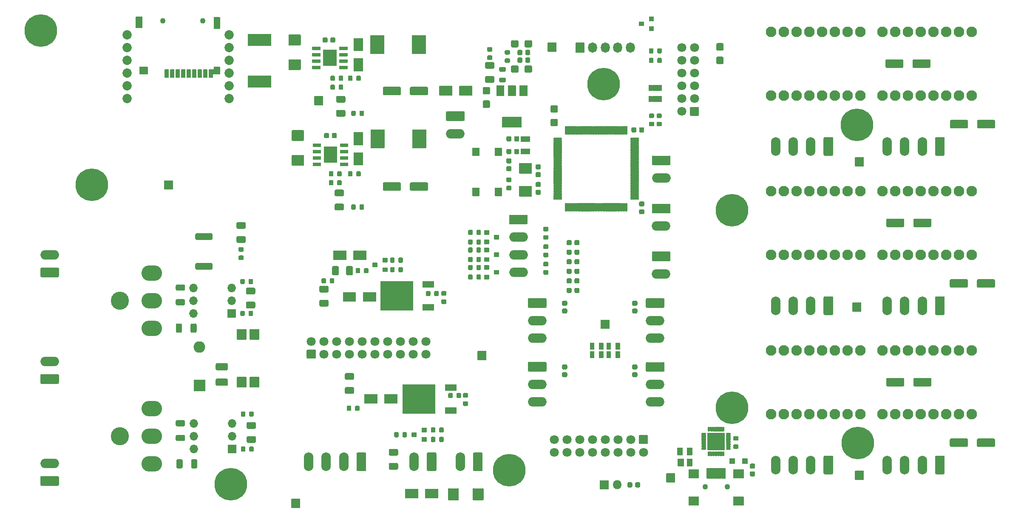
<source format=gts>
G04 #@! TF.GenerationSoftware,KiCad,Pcbnew,(5.1.8)-1*
G04 #@! TF.CreationDate,2020-12-25T17:54:38+03:00*
G04 #@! TF.ProjectId,3d_print_main,33645f70-7269-46e7-945f-6d61696e2e6b,rev?*
G04 #@! TF.SameCoordinates,Original*
G04 #@! TF.FileFunction,Soldermask,Top*
G04 #@! TF.FilePolarity,Negative*
%FSLAX46Y46*%
G04 Gerber Fmt 4.6, Leading zero omitted, Abs format (unit mm)*
G04 Created by KiCad (PCBNEW (5.1.8)-1) date 2020-12-25 17:54:38*
%MOMM*%
%LPD*%
G01*
G04 APERTURE LIST*
%ADD10C,6.502000*%
%ADD11C,0.902000*%
%ADD12O,2.302000X2.302000*%
%ADD13C,2.102000*%
%ADD14C,3.602000*%
%ADD15O,4.102000X3.102000*%
%ADD16O,1.902000X3.702000*%
%ADD17O,1.802000X1.802000*%
%ADD18C,1.102000*%
%ADD19C,1.852000*%
%ADD20O,1.702000X1.702000*%
%ADD21O,3.702000X1.902000*%
%ADD22C,1.802000*%
%ADD23O,1.802000X2.052000*%
%ADD24C,0.100000*%
G04 APERTURE END LIST*
D10*
X154813000Y-40894000D03*
D11*
X157213000Y-40894000D03*
X156510056Y-42591056D03*
X154813000Y-43294000D03*
X153115944Y-42591056D03*
X152413000Y-40894000D03*
X153115944Y-39196944D03*
X154813000Y-38494000D03*
X156510056Y-39196944D03*
D10*
X136017000Y-117856000D03*
D11*
X138417000Y-117856000D03*
X137714056Y-119553056D03*
X136017000Y-120256000D03*
X134319944Y-119553056D03*
X133617000Y-117856000D03*
X134319944Y-116158944D03*
X136017000Y-115456000D03*
X137714056Y-116158944D03*
G36*
G01*
X75395000Y-102116000D02*
X73195000Y-102116000D01*
G75*
G02*
X73144000Y-102065000I0J51000D01*
G01*
X73144000Y-99865000D01*
G75*
G02*
X73195000Y-99814000I51000J0D01*
G01*
X75395000Y-99814000D01*
G75*
G02*
X75446000Y-99865000I0J-51000D01*
G01*
X75446000Y-102065000D01*
G75*
G02*
X75395000Y-102116000I-51000J0D01*
G01*
G37*
D12*
X74295000Y-93345000D03*
G36*
G01*
X143625000Y-34378000D02*
X143625000Y-32678000D01*
G75*
G02*
X143676000Y-32627000I51000J0D01*
G01*
X145376000Y-32627000D01*
G75*
G02*
X145427000Y-32678000I0J-51000D01*
G01*
X145427000Y-34378000D01*
G75*
G02*
X145376000Y-34429000I-51000J0D01*
G01*
X143676000Y-34429000D01*
G75*
G02*
X143625000Y-34378000I0J51000D01*
G01*
G37*
G36*
G01*
X147116000Y-50840500D02*
X147116000Y-49339500D01*
G75*
G02*
X147216500Y-49239000I100500J0D01*
G01*
X147417500Y-49239000D01*
G75*
G02*
X147518000Y-49339500I0J-100500D01*
G01*
X147518000Y-50840500D01*
G75*
G02*
X147417500Y-50941000I-100500J0D01*
G01*
X147216500Y-50941000D01*
G75*
G02*
X147116000Y-50840500I0J100500D01*
G01*
G37*
G36*
G01*
X147616000Y-50840500D02*
X147616000Y-49339500D01*
G75*
G02*
X147716500Y-49239000I100500J0D01*
G01*
X147917500Y-49239000D01*
G75*
G02*
X148018000Y-49339500I0J-100500D01*
G01*
X148018000Y-50840500D01*
G75*
G02*
X147917500Y-50941000I-100500J0D01*
G01*
X147716500Y-50941000D01*
G75*
G02*
X147616000Y-50840500I0J100500D01*
G01*
G37*
G36*
G01*
X148116000Y-50840500D02*
X148116000Y-49339500D01*
G75*
G02*
X148216500Y-49239000I100500J0D01*
G01*
X148417500Y-49239000D01*
G75*
G02*
X148518000Y-49339500I0J-100500D01*
G01*
X148518000Y-50840500D01*
G75*
G02*
X148417500Y-50941000I-100500J0D01*
G01*
X148216500Y-50941000D01*
G75*
G02*
X148116000Y-50840500I0J100500D01*
G01*
G37*
G36*
G01*
X148616000Y-50840500D02*
X148616000Y-49339500D01*
G75*
G02*
X148716500Y-49239000I100500J0D01*
G01*
X148917500Y-49239000D01*
G75*
G02*
X149018000Y-49339500I0J-100500D01*
G01*
X149018000Y-50840500D01*
G75*
G02*
X148917500Y-50941000I-100500J0D01*
G01*
X148716500Y-50941000D01*
G75*
G02*
X148616000Y-50840500I0J100500D01*
G01*
G37*
G36*
G01*
X149116000Y-50840500D02*
X149116000Y-49339500D01*
G75*
G02*
X149216500Y-49239000I100500J0D01*
G01*
X149417500Y-49239000D01*
G75*
G02*
X149518000Y-49339500I0J-100500D01*
G01*
X149518000Y-50840500D01*
G75*
G02*
X149417500Y-50941000I-100500J0D01*
G01*
X149216500Y-50941000D01*
G75*
G02*
X149116000Y-50840500I0J100500D01*
G01*
G37*
G36*
G01*
X149616000Y-50840500D02*
X149616000Y-49339500D01*
G75*
G02*
X149716500Y-49239000I100500J0D01*
G01*
X149917500Y-49239000D01*
G75*
G02*
X150018000Y-49339500I0J-100500D01*
G01*
X150018000Y-50840500D01*
G75*
G02*
X149917500Y-50941000I-100500J0D01*
G01*
X149716500Y-50941000D01*
G75*
G02*
X149616000Y-50840500I0J100500D01*
G01*
G37*
G36*
G01*
X150116000Y-50840500D02*
X150116000Y-49339500D01*
G75*
G02*
X150216500Y-49239000I100500J0D01*
G01*
X150417500Y-49239000D01*
G75*
G02*
X150518000Y-49339500I0J-100500D01*
G01*
X150518000Y-50840500D01*
G75*
G02*
X150417500Y-50941000I-100500J0D01*
G01*
X150216500Y-50941000D01*
G75*
G02*
X150116000Y-50840500I0J100500D01*
G01*
G37*
G36*
G01*
X150616000Y-50840500D02*
X150616000Y-49339500D01*
G75*
G02*
X150716500Y-49239000I100500J0D01*
G01*
X150917500Y-49239000D01*
G75*
G02*
X151018000Y-49339500I0J-100500D01*
G01*
X151018000Y-50840500D01*
G75*
G02*
X150917500Y-50941000I-100500J0D01*
G01*
X150716500Y-50941000D01*
G75*
G02*
X150616000Y-50840500I0J100500D01*
G01*
G37*
G36*
G01*
X151116000Y-50840500D02*
X151116000Y-49339500D01*
G75*
G02*
X151216500Y-49239000I100500J0D01*
G01*
X151417500Y-49239000D01*
G75*
G02*
X151518000Y-49339500I0J-100500D01*
G01*
X151518000Y-50840500D01*
G75*
G02*
X151417500Y-50941000I-100500J0D01*
G01*
X151216500Y-50941000D01*
G75*
G02*
X151116000Y-50840500I0J100500D01*
G01*
G37*
G36*
G01*
X151616000Y-50840500D02*
X151616000Y-49339500D01*
G75*
G02*
X151716500Y-49239000I100500J0D01*
G01*
X151917500Y-49239000D01*
G75*
G02*
X152018000Y-49339500I0J-100500D01*
G01*
X152018000Y-50840500D01*
G75*
G02*
X151917500Y-50941000I-100500J0D01*
G01*
X151716500Y-50941000D01*
G75*
G02*
X151616000Y-50840500I0J100500D01*
G01*
G37*
G36*
G01*
X152116000Y-50840500D02*
X152116000Y-49339500D01*
G75*
G02*
X152216500Y-49239000I100500J0D01*
G01*
X152417500Y-49239000D01*
G75*
G02*
X152518000Y-49339500I0J-100500D01*
G01*
X152518000Y-50840500D01*
G75*
G02*
X152417500Y-50941000I-100500J0D01*
G01*
X152216500Y-50941000D01*
G75*
G02*
X152116000Y-50840500I0J100500D01*
G01*
G37*
G36*
G01*
X152616000Y-50840500D02*
X152616000Y-49339500D01*
G75*
G02*
X152716500Y-49239000I100500J0D01*
G01*
X152917500Y-49239000D01*
G75*
G02*
X153018000Y-49339500I0J-100500D01*
G01*
X153018000Y-50840500D01*
G75*
G02*
X152917500Y-50941000I-100500J0D01*
G01*
X152716500Y-50941000D01*
G75*
G02*
X152616000Y-50840500I0J100500D01*
G01*
G37*
G36*
G01*
X153116000Y-50840500D02*
X153116000Y-49339500D01*
G75*
G02*
X153216500Y-49239000I100500J0D01*
G01*
X153417500Y-49239000D01*
G75*
G02*
X153518000Y-49339500I0J-100500D01*
G01*
X153518000Y-50840500D01*
G75*
G02*
X153417500Y-50941000I-100500J0D01*
G01*
X153216500Y-50941000D01*
G75*
G02*
X153116000Y-50840500I0J100500D01*
G01*
G37*
G36*
G01*
X153616000Y-50840500D02*
X153616000Y-49339500D01*
G75*
G02*
X153716500Y-49239000I100500J0D01*
G01*
X153917500Y-49239000D01*
G75*
G02*
X154018000Y-49339500I0J-100500D01*
G01*
X154018000Y-50840500D01*
G75*
G02*
X153917500Y-50941000I-100500J0D01*
G01*
X153716500Y-50941000D01*
G75*
G02*
X153616000Y-50840500I0J100500D01*
G01*
G37*
G36*
G01*
X154116000Y-50840500D02*
X154116000Y-49339500D01*
G75*
G02*
X154216500Y-49239000I100500J0D01*
G01*
X154417500Y-49239000D01*
G75*
G02*
X154518000Y-49339500I0J-100500D01*
G01*
X154518000Y-50840500D01*
G75*
G02*
X154417500Y-50941000I-100500J0D01*
G01*
X154216500Y-50941000D01*
G75*
G02*
X154116000Y-50840500I0J100500D01*
G01*
G37*
G36*
G01*
X154616000Y-50840500D02*
X154616000Y-49339500D01*
G75*
G02*
X154716500Y-49239000I100500J0D01*
G01*
X154917500Y-49239000D01*
G75*
G02*
X155018000Y-49339500I0J-100500D01*
G01*
X155018000Y-50840500D01*
G75*
G02*
X154917500Y-50941000I-100500J0D01*
G01*
X154716500Y-50941000D01*
G75*
G02*
X154616000Y-50840500I0J100500D01*
G01*
G37*
G36*
G01*
X155116000Y-50840500D02*
X155116000Y-49339500D01*
G75*
G02*
X155216500Y-49239000I100500J0D01*
G01*
X155417500Y-49239000D01*
G75*
G02*
X155518000Y-49339500I0J-100500D01*
G01*
X155518000Y-50840500D01*
G75*
G02*
X155417500Y-50941000I-100500J0D01*
G01*
X155216500Y-50941000D01*
G75*
G02*
X155116000Y-50840500I0J100500D01*
G01*
G37*
G36*
G01*
X155616000Y-50840500D02*
X155616000Y-49339500D01*
G75*
G02*
X155716500Y-49239000I100500J0D01*
G01*
X155917500Y-49239000D01*
G75*
G02*
X156018000Y-49339500I0J-100500D01*
G01*
X156018000Y-50840500D01*
G75*
G02*
X155917500Y-50941000I-100500J0D01*
G01*
X155716500Y-50941000D01*
G75*
G02*
X155616000Y-50840500I0J100500D01*
G01*
G37*
G36*
G01*
X156116000Y-50840500D02*
X156116000Y-49339500D01*
G75*
G02*
X156216500Y-49239000I100500J0D01*
G01*
X156417500Y-49239000D01*
G75*
G02*
X156518000Y-49339500I0J-100500D01*
G01*
X156518000Y-50840500D01*
G75*
G02*
X156417500Y-50941000I-100500J0D01*
G01*
X156216500Y-50941000D01*
G75*
G02*
X156116000Y-50840500I0J100500D01*
G01*
G37*
G36*
G01*
X156616000Y-50840500D02*
X156616000Y-49339500D01*
G75*
G02*
X156716500Y-49239000I100500J0D01*
G01*
X156917500Y-49239000D01*
G75*
G02*
X157018000Y-49339500I0J-100500D01*
G01*
X157018000Y-50840500D01*
G75*
G02*
X156917500Y-50941000I-100500J0D01*
G01*
X156716500Y-50941000D01*
G75*
G02*
X156616000Y-50840500I0J100500D01*
G01*
G37*
G36*
G01*
X157116000Y-50840500D02*
X157116000Y-49339500D01*
G75*
G02*
X157216500Y-49239000I100500J0D01*
G01*
X157417500Y-49239000D01*
G75*
G02*
X157518000Y-49339500I0J-100500D01*
G01*
X157518000Y-50840500D01*
G75*
G02*
X157417500Y-50941000I-100500J0D01*
G01*
X157216500Y-50941000D01*
G75*
G02*
X157116000Y-50840500I0J100500D01*
G01*
G37*
G36*
G01*
X157616000Y-50840500D02*
X157616000Y-49339500D01*
G75*
G02*
X157716500Y-49239000I100500J0D01*
G01*
X157917500Y-49239000D01*
G75*
G02*
X158018000Y-49339500I0J-100500D01*
G01*
X158018000Y-50840500D01*
G75*
G02*
X157917500Y-50941000I-100500J0D01*
G01*
X157716500Y-50941000D01*
G75*
G02*
X157616000Y-50840500I0J100500D01*
G01*
G37*
G36*
G01*
X158116000Y-50840500D02*
X158116000Y-49339500D01*
G75*
G02*
X158216500Y-49239000I100500J0D01*
G01*
X158417500Y-49239000D01*
G75*
G02*
X158518000Y-49339500I0J-100500D01*
G01*
X158518000Y-50840500D01*
G75*
G02*
X158417500Y-50941000I-100500J0D01*
G01*
X158216500Y-50941000D01*
G75*
G02*
X158116000Y-50840500I0J100500D01*
G01*
G37*
G36*
G01*
X158616000Y-50840500D02*
X158616000Y-49339500D01*
G75*
G02*
X158716500Y-49239000I100500J0D01*
G01*
X158917500Y-49239000D01*
G75*
G02*
X159018000Y-49339500I0J-100500D01*
G01*
X159018000Y-50840500D01*
G75*
G02*
X158917500Y-50941000I-100500J0D01*
G01*
X158716500Y-50941000D01*
G75*
G02*
X158616000Y-50840500I0J100500D01*
G01*
G37*
G36*
G01*
X159116000Y-50840500D02*
X159116000Y-49339500D01*
G75*
G02*
X159216500Y-49239000I100500J0D01*
G01*
X159417500Y-49239000D01*
G75*
G02*
X159518000Y-49339500I0J-100500D01*
G01*
X159518000Y-50840500D01*
G75*
G02*
X159417500Y-50941000I-100500J0D01*
G01*
X159216500Y-50941000D01*
G75*
G02*
X159116000Y-50840500I0J100500D01*
G01*
G37*
G36*
G01*
X160141000Y-51865500D02*
X160141000Y-51664500D01*
G75*
G02*
X160241500Y-51564000I100500J0D01*
G01*
X161742500Y-51564000D01*
G75*
G02*
X161843000Y-51664500I0J-100500D01*
G01*
X161843000Y-51865500D01*
G75*
G02*
X161742500Y-51966000I-100500J0D01*
G01*
X160241500Y-51966000D01*
G75*
G02*
X160141000Y-51865500I0J100500D01*
G01*
G37*
G36*
G01*
X160141000Y-52365500D02*
X160141000Y-52164500D01*
G75*
G02*
X160241500Y-52064000I100500J0D01*
G01*
X161742500Y-52064000D01*
G75*
G02*
X161843000Y-52164500I0J-100500D01*
G01*
X161843000Y-52365500D01*
G75*
G02*
X161742500Y-52466000I-100500J0D01*
G01*
X160241500Y-52466000D01*
G75*
G02*
X160141000Y-52365500I0J100500D01*
G01*
G37*
G36*
G01*
X160141000Y-52865500D02*
X160141000Y-52664500D01*
G75*
G02*
X160241500Y-52564000I100500J0D01*
G01*
X161742500Y-52564000D01*
G75*
G02*
X161843000Y-52664500I0J-100500D01*
G01*
X161843000Y-52865500D01*
G75*
G02*
X161742500Y-52966000I-100500J0D01*
G01*
X160241500Y-52966000D01*
G75*
G02*
X160141000Y-52865500I0J100500D01*
G01*
G37*
G36*
G01*
X160141000Y-53365500D02*
X160141000Y-53164500D01*
G75*
G02*
X160241500Y-53064000I100500J0D01*
G01*
X161742500Y-53064000D01*
G75*
G02*
X161843000Y-53164500I0J-100500D01*
G01*
X161843000Y-53365500D01*
G75*
G02*
X161742500Y-53466000I-100500J0D01*
G01*
X160241500Y-53466000D01*
G75*
G02*
X160141000Y-53365500I0J100500D01*
G01*
G37*
G36*
G01*
X160141000Y-53865500D02*
X160141000Y-53664500D01*
G75*
G02*
X160241500Y-53564000I100500J0D01*
G01*
X161742500Y-53564000D01*
G75*
G02*
X161843000Y-53664500I0J-100500D01*
G01*
X161843000Y-53865500D01*
G75*
G02*
X161742500Y-53966000I-100500J0D01*
G01*
X160241500Y-53966000D01*
G75*
G02*
X160141000Y-53865500I0J100500D01*
G01*
G37*
G36*
G01*
X160141000Y-54365500D02*
X160141000Y-54164500D01*
G75*
G02*
X160241500Y-54064000I100500J0D01*
G01*
X161742500Y-54064000D01*
G75*
G02*
X161843000Y-54164500I0J-100500D01*
G01*
X161843000Y-54365500D01*
G75*
G02*
X161742500Y-54466000I-100500J0D01*
G01*
X160241500Y-54466000D01*
G75*
G02*
X160141000Y-54365500I0J100500D01*
G01*
G37*
G36*
G01*
X160141000Y-54865500D02*
X160141000Y-54664500D01*
G75*
G02*
X160241500Y-54564000I100500J0D01*
G01*
X161742500Y-54564000D01*
G75*
G02*
X161843000Y-54664500I0J-100500D01*
G01*
X161843000Y-54865500D01*
G75*
G02*
X161742500Y-54966000I-100500J0D01*
G01*
X160241500Y-54966000D01*
G75*
G02*
X160141000Y-54865500I0J100500D01*
G01*
G37*
G36*
G01*
X160141000Y-55365500D02*
X160141000Y-55164500D01*
G75*
G02*
X160241500Y-55064000I100500J0D01*
G01*
X161742500Y-55064000D01*
G75*
G02*
X161843000Y-55164500I0J-100500D01*
G01*
X161843000Y-55365500D01*
G75*
G02*
X161742500Y-55466000I-100500J0D01*
G01*
X160241500Y-55466000D01*
G75*
G02*
X160141000Y-55365500I0J100500D01*
G01*
G37*
G36*
G01*
X160141000Y-55865500D02*
X160141000Y-55664500D01*
G75*
G02*
X160241500Y-55564000I100500J0D01*
G01*
X161742500Y-55564000D01*
G75*
G02*
X161843000Y-55664500I0J-100500D01*
G01*
X161843000Y-55865500D01*
G75*
G02*
X161742500Y-55966000I-100500J0D01*
G01*
X160241500Y-55966000D01*
G75*
G02*
X160141000Y-55865500I0J100500D01*
G01*
G37*
G36*
G01*
X160141000Y-56365500D02*
X160141000Y-56164500D01*
G75*
G02*
X160241500Y-56064000I100500J0D01*
G01*
X161742500Y-56064000D01*
G75*
G02*
X161843000Y-56164500I0J-100500D01*
G01*
X161843000Y-56365500D01*
G75*
G02*
X161742500Y-56466000I-100500J0D01*
G01*
X160241500Y-56466000D01*
G75*
G02*
X160141000Y-56365500I0J100500D01*
G01*
G37*
G36*
G01*
X160141000Y-56865500D02*
X160141000Y-56664500D01*
G75*
G02*
X160241500Y-56564000I100500J0D01*
G01*
X161742500Y-56564000D01*
G75*
G02*
X161843000Y-56664500I0J-100500D01*
G01*
X161843000Y-56865500D01*
G75*
G02*
X161742500Y-56966000I-100500J0D01*
G01*
X160241500Y-56966000D01*
G75*
G02*
X160141000Y-56865500I0J100500D01*
G01*
G37*
G36*
G01*
X160141000Y-57365500D02*
X160141000Y-57164500D01*
G75*
G02*
X160241500Y-57064000I100500J0D01*
G01*
X161742500Y-57064000D01*
G75*
G02*
X161843000Y-57164500I0J-100500D01*
G01*
X161843000Y-57365500D01*
G75*
G02*
X161742500Y-57466000I-100500J0D01*
G01*
X160241500Y-57466000D01*
G75*
G02*
X160141000Y-57365500I0J100500D01*
G01*
G37*
G36*
G01*
X160141000Y-57865500D02*
X160141000Y-57664500D01*
G75*
G02*
X160241500Y-57564000I100500J0D01*
G01*
X161742500Y-57564000D01*
G75*
G02*
X161843000Y-57664500I0J-100500D01*
G01*
X161843000Y-57865500D01*
G75*
G02*
X161742500Y-57966000I-100500J0D01*
G01*
X160241500Y-57966000D01*
G75*
G02*
X160141000Y-57865500I0J100500D01*
G01*
G37*
G36*
G01*
X160141000Y-58365500D02*
X160141000Y-58164500D01*
G75*
G02*
X160241500Y-58064000I100500J0D01*
G01*
X161742500Y-58064000D01*
G75*
G02*
X161843000Y-58164500I0J-100500D01*
G01*
X161843000Y-58365500D01*
G75*
G02*
X161742500Y-58466000I-100500J0D01*
G01*
X160241500Y-58466000D01*
G75*
G02*
X160141000Y-58365500I0J100500D01*
G01*
G37*
G36*
G01*
X160141000Y-58865500D02*
X160141000Y-58664500D01*
G75*
G02*
X160241500Y-58564000I100500J0D01*
G01*
X161742500Y-58564000D01*
G75*
G02*
X161843000Y-58664500I0J-100500D01*
G01*
X161843000Y-58865500D01*
G75*
G02*
X161742500Y-58966000I-100500J0D01*
G01*
X160241500Y-58966000D01*
G75*
G02*
X160141000Y-58865500I0J100500D01*
G01*
G37*
G36*
G01*
X160141000Y-59365500D02*
X160141000Y-59164500D01*
G75*
G02*
X160241500Y-59064000I100500J0D01*
G01*
X161742500Y-59064000D01*
G75*
G02*
X161843000Y-59164500I0J-100500D01*
G01*
X161843000Y-59365500D01*
G75*
G02*
X161742500Y-59466000I-100500J0D01*
G01*
X160241500Y-59466000D01*
G75*
G02*
X160141000Y-59365500I0J100500D01*
G01*
G37*
G36*
G01*
X160141000Y-59865500D02*
X160141000Y-59664500D01*
G75*
G02*
X160241500Y-59564000I100500J0D01*
G01*
X161742500Y-59564000D01*
G75*
G02*
X161843000Y-59664500I0J-100500D01*
G01*
X161843000Y-59865500D01*
G75*
G02*
X161742500Y-59966000I-100500J0D01*
G01*
X160241500Y-59966000D01*
G75*
G02*
X160141000Y-59865500I0J100500D01*
G01*
G37*
G36*
G01*
X160141000Y-60365500D02*
X160141000Y-60164500D01*
G75*
G02*
X160241500Y-60064000I100500J0D01*
G01*
X161742500Y-60064000D01*
G75*
G02*
X161843000Y-60164500I0J-100500D01*
G01*
X161843000Y-60365500D01*
G75*
G02*
X161742500Y-60466000I-100500J0D01*
G01*
X160241500Y-60466000D01*
G75*
G02*
X160141000Y-60365500I0J100500D01*
G01*
G37*
G36*
G01*
X160141000Y-60865500D02*
X160141000Y-60664500D01*
G75*
G02*
X160241500Y-60564000I100500J0D01*
G01*
X161742500Y-60564000D01*
G75*
G02*
X161843000Y-60664500I0J-100500D01*
G01*
X161843000Y-60865500D01*
G75*
G02*
X161742500Y-60966000I-100500J0D01*
G01*
X160241500Y-60966000D01*
G75*
G02*
X160141000Y-60865500I0J100500D01*
G01*
G37*
G36*
G01*
X160141000Y-61365500D02*
X160141000Y-61164500D01*
G75*
G02*
X160241500Y-61064000I100500J0D01*
G01*
X161742500Y-61064000D01*
G75*
G02*
X161843000Y-61164500I0J-100500D01*
G01*
X161843000Y-61365500D01*
G75*
G02*
X161742500Y-61466000I-100500J0D01*
G01*
X160241500Y-61466000D01*
G75*
G02*
X160141000Y-61365500I0J100500D01*
G01*
G37*
G36*
G01*
X160141000Y-61865500D02*
X160141000Y-61664500D01*
G75*
G02*
X160241500Y-61564000I100500J0D01*
G01*
X161742500Y-61564000D01*
G75*
G02*
X161843000Y-61664500I0J-100500D01*
G01*
X161843000Y-61865500D01*
G75*
G02*
X161742500Y-61966000I-100500J0D01*
G01*
X160241500Y-61966000D01*
G75*
G02*
X160141000Y-61865500I0J100500D01*
G01*
G37*
G36*
G01*
X160141000Y-62365500D02*
X160141000Y-62164500D01*
G75*
G02*
X160241500Y-62064000I100500J0D01*
G01*
X161742500Y-62064000D01*
G75*
G02*
X161843000Y-62164500I0J-100500D01*
G01*
X161843000Y-62365500D01*
G75*
G02*
X161742500Y-62466000I-100500J0D01*
G01*
X160241500Y-62466000D01*
G75*
G02*
X160141000Y-62365500I0J100500D01*
G01*
G37*
G36*
G01*
X160141000Y-62865500D02*
X160141000Y-62664500D01*
G75*
G02*
X160241500Y-62564000I100500J0D01*
G01*
X161742500Y-62564000D01*
G75*
G02*
X161843000Y-62664500I0J-100500D01*
G01*
X161843000Y-62865500D01*
G75*
G02*
X161742500Y-62966000I-100500J0D01*
G01*
X160241500Y-62966000D01*
G75*
G02*
X160141000Y-62865500I0J100500D01*
G01*
G37*
G36*
G01*
X160141000Y-63365500D02*
X160141000Y-63164500D01*
G75*
G02*
X160241500Y-63064000I100500J0D01*
G01*
X161742500Y-63064000D01*
G75*
G02*
X161843000Y-63164500I0J-100500D01*
G01*
X161843000Y-63365500D01*
G75*
G02*
X161742500Y-63466000I-100500J0D01*
G01*
X160241500Y-63466000D01*
G75*
G02*
X160141000Y-63365500I0J100500D01*
G01*
G37*
G36*
G01*
X160141000Y-63865500D02*
X160141000Y-63664500D01*
G75*
G02*
X160241500Y-63564000I100500J0D01*
G01*
X161742500Y-63564000D01*
G75*
G02*
X161843000Y-63664500I0J-100500D01*
G01*
X161843000Y-63865500D01*
G75*
G02*
X161742500Y-63966000I-100500J0D01*
G01*
X160241500Y-63966000D01*
G75*
G02*
X160141000Y-63865500I0J100500D01*
G01*
G37*
G36*
G01*
X159116000Y-66190500D02*
X159116000Y-64689500D01*
G75*
G02*
X159216500Y-64589000I100500J0D01*
G01*
X159417500Y-64589000D01*
G75*
G02*
X159518000Y-64689500I0J-100500D01*
G01*
X159518000Y-66190500D01*
G75*
G02*
X159417500Y-66291000I-100500J0D01*
G01*
X159216500Y-66291000D01*
G75*
G02*
X159116000Y-66190500I0J100500D01*
G01*
G37*
G36*
G01*
X158616000Y-66190500D02*
X158616000Y-64689500D01*
G75*
G02*
X158716500Y-64589000I100500J0D01*
G01*
X158917500Y-64589000D01*
G75*
G02*
X159018000Y-64689500I0J-100500D01*
G01*
X159018000Y-66190500D01*
G75*
G02*
X158917500Y-66291000I-100500J0D01*
G01*
X158716500Y-66291000D01*
G75*
G02*
X158616000Y-66190500I0J100500D01*
G01*
G37*
G36*
G01*
X158116000Y-66190500D02*
X158116000Y-64689500D01*
G75*
G02*
X158216500Y-64589000I100500J0D01*
G01*
X158417500Y-64589000D01*
G75*
G02*
X158518000Y-64689500I0J-100500D01*
G01*
X158518000Y-66190500D01*
G75*
G02*
X158417500Y-66291000I-100500J0D01*
G01*
X158216500Y-66291000D01*
G75*
G02*
X158116000Y-66190500I0J100500D01*
G01*
G37*
G36*
G01*
X157616000Y-66190500D02*
X157616000Y-64689500D01*
G75*
G02*
X157716500Y-64589000I100500J0D01*
G01*
X157917500Y-64589000D01*
G75*
G02*
X158018000Y-64689500I0J-100500D01*
G01*
X158018000Y-66190500D01*
G75*
G02*
X157917500Y-66291000I-100500J0D01*
G01*
X157716500Y-66291000D01*
G75*
G02*
X157616000Y-66190500I0J100500D01*
G01*
G37*
G36*
G01*
X157116000Y-66190500D02*
X157116000Y-64689500D01*
G75*
G02*
X157216500Y-64589000I100500J0D01*
G01*
X157417500Y-64589000D01*
G75*
G02*
X157518000Y-64689500I0J-100500D01*
G01*
X157518000Y-66190500D01*
G75*
G02*
X157417500Y-66291000I-100500J0D01*
G01*
X157216500Y-66291000D01*
G75*
G02*
X157116000Y-66190500I0J100500D01*
G01*
G37*
G36*
G01*
X156616000Y-66190500D02*
X156616000Y-64689500D01*
G75*
G02*
X156716500Y-64589000I100500J0D01*
G01*
X156917500Y-64589000D01*
G75*
G02*
X157018000Y-64689500I0J-100500D01*
G01*
X157018000Y-66190500D01*
G75*
G02*
X156917500Y-66291000I-100500J0D01*
G01*
X156716500Y-66291000D01*
G75*
G02*
X156616000Y-66190500I0J100500D01*
G01*
G37*
G36*
G01*
X156116000Y-66190500D02*
X156116000Y-64689500D01*
G75*
G02*
X156216500Y-64589000I100500J0D01*
G01*
X156417500Y-64589000D01*
G75*
G02*
X156518000Y-64689500I0J-100500D01*
G01*
X156518000Y-66190500D01*
G75*
G02*
X156417500Y-66291000I-100500J0D01*
G01*
X156216500Y-66291000D01*
G75*
G02*
X156116000Y-66190500I0J100500D01*
G01*
G37*
G36*
G01*
X155616000Y-66190500D02*
X155616000Y-64689500D01*
G75*
G02*
X155716500Y-64589000I100500J0D01*
G01*
X155917500Y-64589000D01*
G75*
G02*
X156018000Y-64689500I0J-100500D01*
G01*
X156018000Y-66190500D01*
G75*
G02*
X155917500Y-66291000I-100500J0D01*
G01*
X155716500Y-66291000D01*
G75*
G02*
X155616000Y-66190500I0J100500D01*
G01*
G37*
G36*
G01*
X155116000Y-66190500D02*
X155116000Y-64689500D01*
G75*
G02*
X155216500Y-64589000I100500J0D01*
G01*
X155417500Y-64589000D01*
G75*
G02*
X155518000Y-64689500I0J-100500D01*
G01*
X155518000Y-66190500D01*
G75*
G02*
X155417500Y-66291000I-100500J0D01*
G01*
X155216500Y-66291000D01*
G75*
G02*
X155116000Y-66190500I0J100500D01*
G01*
G37*
G36*
G01*
X154616000Y-66190500D02*
X154616000Y-64689500D01*
G75*
G02*
X154716500Y-64589000I100500J0D01*
G01*
X154917500Y-64589000D01*
G75*
G02*
X155018000Y-64689500I0J-100500D01*
G01*
X155018000Y-66190500D01*
G75*
G02*
X154917500Y-66291000I-100500J0D01*
G01*
X154716500Y-66291000D01*
G75*
G02*
X154616000Y-66190500I0J100500D01*
G01*
G37*
G36*
G01*
X154116000Y-66190500D02*
X154116000Y-64689500D01*
G75*
G02*
X154216500Y-64589000I100500J0D01*
G01*
X154417500Y-64589000D01*
G75*
G02*
X154518000Y-64689500I0J-100500D01*
G01*
X154518000Y-66190500D01*
G75*
G02*
X154417500Y-66291000I-100500J0D01*
G01*
X154216500Y-66291000D01*
G75*
G02*
X154116000Y-66190500I0J100500D01*
G01*
G37*
G36*
G01*
X153616000Y-66190500D02*
X153616000Y-64689500D01*
G75*
G02*
X153716500Y-64589000I100500J0D01*
G01*
X153917500Y-64589000D01*
G75*
G02*
X154018000Y-64689500I0J-100500D01*
G01*
X154018000Y-66190500D01*
G75*
G02*
X153917500Y-66291000I-100500J0D01*
G01*
X153716500Y-66291000D01*
G75*
G02*
X153616000Y-66190500I0J100500D01*
G01*
G37*
G36*
G01*
X153116000Y-66190500D02*
X153116000Y-64689500D01*
G75*
G02*
X153216500Y-64589000I100500J0D01*
G01*
X153417500Y-64589000D01*
G75*
G02*
X153518000Y-64689500I0J-100500D01*
G01*
X153518000Y-66190500D01*
G75*
G02*
X153417500Y-66291000I-100500J0D01*
G01*
X153216500Y-66291000D01*
G75*
G02*
X153116000Y-66190500I0J100500D01*
G01*
G37*
G36*
G01*
X152616000Y-66190500D02*
X152616000Y-64689500D01*
G75*
G02*
X152716500Y-64589000I100500J0D01*
G01*
X152917500Y-64589000D01*
G75*
G02*
X153018000Y-64689500I0J-100500D01*
G01*
X153018000Y-66190500D01*
G75*
G02*
X152917500Y-66291000I-100500J0D01*
G01*
X152716500Y-66291000D01*
G75*
G02*
X152616000Y-66190500I0J100500D01*
G01*
G37*
G36*
G01*
X152116000Y-66190500D02*
X152116000Y-64689500D01*
G75*
G02*
X152216500Y-64589000I100500J0D01*
G01*
X152417500Y-64589000D01*
G75*
G02*
X152518000Y-64689500I0J-100500D01*
G01*
X152518000Y-66190500D01*
G75*
G02*
X152417500Y-66291000I-100500J0D01*
G01*
X152216500Y-66291000D01*
G75*
G02*
X152116000Y-66190500I0J100500D01*
G01*
G37*
G36*
G01*
X151616000Y-66190500D02*
X151616000Y-64689500D01*
G75*
G02*
X151716500Y-64589000I100500J0D01*
G01*
X151917500Y-64589000D01*
G75*
G02*
X152018000Y-64689500I0J-100500D01*
G01*
X152018000Y-66190500D01*
G75*
G02*
X151917500Y-66291000I-100500J0D01*
G01*
X151716500Y-66291000D01*
G75*
G02*
X151616000Y-66190500I0J100500D01*
G01*
G37*
G36*
G01*
X151116000Y-66190500D02*
X151116000Y-64689500D01*
G75*
G02*
X151216500Y-64589000I100500J0D01*
G01*
X151417500Y-64589000D01*
G75*
G02*
X151518000Y-64689500I0J-100500D01*
G01*
X151518000Y-66190500D01*
G75*
G02*
X151417500Y-66291000I-100500J0D01*
G01*
X151216500Y-66291000D01*
G75*
G02*
X151116000Y-66190500I0J100500D01*
G01*
G37*
G36*
G01*
X150616000Y-66190500D02*
X150616000Y-64689500D01*
G75*
G02*
X150716500Y-64589000I100500J0D01*
G01*
X150917500Y-64589000D01*
G75*
G02*
X151018000Y-64689500I0J-100500D01*
G01*
X151018000Y-66190500D01*
G75*
G02*
X150917500Y-66291000I-100500J0D01*
G01*
X150716500Y-66291000D01*
G75*
G02*
X150616000Y-66190500I0J100500D01*
G01*
G37*
G36*
G01*
X150116000Y-66190500D02*
X150116000Y-64689500D01*
G75*
G02*
X150216500Y-64589000I100500J0D01*
G01*
X150417500Y-64589000D01*
G75*
G02*
X150518000Y-64689500I0J-100500D01*
G01*
X150518000Y-66190500D01*
G75*
G02*
X150417500Y-66291000I-100500J0D01*
G01*
X150216500Y-66291000D01*
G75*
G02*
X150116000Y-66190500I0J100500D01*
G01*
G37*
G36*
G01*
X149616000Y-66190500D02*
X149616000Y-64689500D01*
G75*
G02*
X149716500Y-64589000I100500J0D01*
G01*
X149917500Y-64589000D01*
G75*
G02*
X150018000Y-64689500I0J-100500D01*
G01*
X150018000Y-66190500D01*
G75*
G02*
X149917500Y-66291000I-100500J0D01*
G01*
X149716500Y-66291000D01*
G75*
G02*
X149616000Y-66190500I0J100500D01*
G01*
G37*
G36*
G01*
X149116000Y-66190500D02*
X149116000Y-64689500D01*
G75*
G02*
X149216500Y-64589000I100500J0D01*
G01*
X149417500Y-64589000D01*
G75*
G02*
X149518000Y-64689500I0J-100500D01*
G01*
X149518000Y-66190500D01*
G75*
G02*
X149417500Y-66291000I-100500J0D01*
G01*
X149216500Y-66291000D01*
G75*
G02*
X149116000Y-66190500I0J100500D01*
G01*
G37*
G36*
G01*
X148616000Y-66190500D02*
X148616000Y-64689500D01*
G75*
G02*
X148716500Y-64589000I100500J0D01*
G01*
X148917500Y-64589000D01*
G75*
G02*
X149018000Y-64689500I0J-100500D01*
G01*
X149018000Y-66190500D01*
G75*
G02*
X148917500Y-66291000I-100500J0D01*
G01*
X148716500Y-66291000D01*
G75*
G02*
X148616000Y-66190500I0J100500D01*
G01*
G37*
G36*
G01*
X148116000Y-66190500D02*
X148116000Y-64689500D01*
G75*
G02*
X148216500Y-64589000I100500J0D01*
G01*
X148417500Y-64589000D01*
G75*
G02*
X148518000Y-64689500I0J-100500D01*
G01*
X148518000Y-66190500D01*
G75*
G02*
X148417500Y-66291000I-100500J0D01*
G01*
X148216500Y-66291000D01*
G75*
G02*
X148116000Y-66190500I0J100500D01*
G01*
G37*
G36*
G01*
X147616000Y-66190500D02*
X147616000Y-64689500D01*
G75*
G02*
X147716500Y-64589000I100500J0D01*
G01*
X147917500Y-64589000D01*
G75*
G02*
X148018000Y-64689500I0J-100500D01*
G01*
X148018000Y-66190500D01*
G75*
G02*
X147917500Y-66291000I-100500J0D01*
G01*
X147716500Y-66291000D01*
G75*
G02*
X147616000Y-66190500I0J100500D01*
G01*
G37*
G36*
G01*
X147116000Y-66190500D02*
X147116000Y-64689500D01*
G75*
G02*
X147216500Y-64589000I100500J0D01*
G01*
X147417500Y-64589000D01*
G75*
G02*
X147518000Y-64689500I0J-100500D01*
G01*
X147518000Y-66190500D01*
G75*
G02*
X147417500Y-66291000I-100500J0D01*
G01*
X147216500Y-66291000D01*
G75*
G02*
X147116000Y-66190500I0J100500D01*
G01*
G37*
G36*
G01*
X144791000Y-63865500D02*
X144791000Y-63664500D01*
G75*
G02*
X144891500Y-63564000I100500J0D01*
G01*
X146392500Y-63564000D01*
G75*
G02*
X146493000Y-63664500I0J-100500D01*
G01*
X146493000Y-63865500D01*
G75*
G02*
X146392500Y-63966000I-100500J0D01*
G01*
X144891500Y-63966000D01*
G75*
G02*
X144791000Y-63865500I0J100500D01*
G01*
G37*
G36*
G01*
X144791000Y-63365500D02*
X144791000Y-63164500D01*
G75*
G02*
X144891500Y-63064000I100500J0D01*
G01*
X146392500Y-63064000D01*
G75*
G02*
X146493000Y-63164500I0J-100500D01*
G01*
X146493000Y-63365500D01*
G75*
G02*
X146392500Y-63466000I-100500J0D01*
G01*
X144891500Y-63466000D01*
G75*
G02*
X144791000Y-63365500I0J100500D01*
G01*
G37*
G36*
G01*
X144791000Y-62865500D02*
X144791000Y-62664500D01*
G75*
G02*
X144891500Y-62564000I100500J0D01*
G01*
X146392500Y-62564000D01*
G75*
G02*
X146493000Y-62664500I0J-100500D01*
G01*
X146493000Y-62865500D01*
G75*
G02*
X146392500Y-62966000I-100500J0D01*
G01*
X144891500Y-62966000D01*
G75*
G02*
X144791000Y-62865500I0J100500D01*
G01*
G37*
G36*
G01*
X144791000Y-62365500D02*
X144791000Y-62164500D01*
G75*
G02*
X144891500Y-62064000I100500J0D01*
G01*
X146392500Y-62064000D01*
G75*
G02*
X146493000Y-62164500I0J-100500D01*
G01*
X146493000Y-62365500D01*
G75*
G02*
X146392500Y-62466000I-100500J0D01*
G01*
X144891500Y-62466000D01*
G75*
G02*
X144791000Y-62365500I0J100500D01*
G01*
G37*
G36*
G01*
X144791000Y-61865500D02*
X144791000Y-61664500D01*
G75*
G02*
X144891500Y-61564000I100500J0D01*
G01*
X146392500Y-61564000D01*
G75*
G02*
X146493000Y-61664500I0J-100500D01*
G01*
X146493000Y-61865500D01*
G75*
G02*
X146392500Y-61966000I-100500J0D01*
G01*
X144891500Y-61966000D01*
G75*
G02*
X144791000Y-61865500I0J100500D01*
G01*
G37*
G36*
G01*
X144791000Y-61365500D02*
X144791000Y-61164500D01*
G75*
G02*
X144891500Y-61064000I100500J0D01*
G01*
X146392500Y-61064000D01*
G75*
G02*
X146493000Y-61164500I0J-100500D01*
G01*
X146493000Y-61365500D01*
G75*
G02*
X146392500Y-61466000I-100500J0D01*
G01*
X144891500Y-61466000D01*
G75*
G02*
X144791000Y-61365500I0J100500D01*
G01*
G37*
G36*
G01*
X144791000Y-60865500D02*
X144791000Y-60664500D01*
G75*
G02*
X144891500Y-60564000I100500J0D01*
G01*
X146392500Y-60564000D01*
G75*
G02*
X146493000Y-60664500I0J-100500D01*
G01*
X146493000Y-60865500D01*
G75*
G02*
X146392500Y-60966000I-100500J0D01*
G01*
X144891500Y-60966000D01*
G75*
G02*
X144791000Y-60865500I0J100500D01*
G01*
G37*
G36*
G01*
X144791000Y-60365500D02*
X144791000Y-60164500D01*
G75*
G02*
X144891500Y-60064000I100500J0D01*
G01*
X146392500Y-60064000D01*
G75*
G02*
X146493000Y-60164500I0J-100500D01*
G01*
X146493000Y-60365500D01*
G75*
G02*
X146392500Y-60466000I-100500J0D01*
G01*
X144891500Y-60466000D01*
G75*
G02*
X144791000Y-60365500I0J100500D01*
G01*
G37*
G36*
G01*
X144791000Y-59865500D02*
X144791000Y-59664500D01*
G75*
G02*
X144891500Y-59564000I100500J0D01*
G01*
X146392500Y-59564000D01*
G75*
G02*
X146493000Y-59664500I0J-100500D01*
G01*
X146493000Y-59865500D01*
G75*
G02*
X146392500Y-59966000I-100500J0D01*
G01*
X144891500Y-59966000D01*
G75*
G02*
X144791000Y-59865500I0J100500D01*
G01*
G37*
G36*
G01*
X144791000Y-59365500D02*
X144791000Y-59164500D01*
G75*
G02*
X144891500Y-59064000I100500J0D01*
G01*
X146392500Y-59064000D01*
G75*
G02*
X146493000Y-59164500I0J-100500D01*
G01*
X146493000Y-59365500D01*
G75*
G02*
X146392500Y-59466000I-100500J0D01*
G01*
X144891500Y-59466000D01*
G75*
G02*
X144791000Y-59365500I0J100500D01*
G01*
G37*
G36*
G01*
X144791000Y-58865500D02*
X144791000Y-58664500D01*
G75*
G02*
X144891500Y-58564000I100500J0D01*
G01*
X146392500Y-58564000D01*
G75*
G02*
X146493000Y-58664500I0J-100500D01*
G01*
X146493000Y-58865500D01*
G75*
G02*
X146392500Y-58966000I-100500J0D01*
G01*
X144891500Y-58966000D01*
G75*
G02*
X144791000Y-58865500I0J100500D01*
G01*
G37*
G36*
G01*
X144791000Y-58365500D02*
X144791000Y-58164500D01*
G75*
G02*
X144891500Y-58064000I100500J0D01*
G01*
X146392500Y-58064000D01*
G75*
G02*
X146493000Y-58164500I0J-100500D01*
G01*
X146493000Y-58365500D01*
G75*
G02*
X146392500Y-58466000I-100500J0D01*
G01*
X144891500Y-58466000D01*
G75*
G02*
X144791000Y-58365500I0J100500D01*
G01*
G37*
G36*
G01*
X144791000Y-57865500D02*
X144791000Y-57664500D01*
G75*
G02*
X144891500Y-57564000I100500J0D01*
G01*
X146392500Y-57564000D01*
G75*
G02*
X146493000Y-57664500I0J-100500D01*
G01*
X146493000Y-57865500D01*
G75*
G02*
X146392500Y-57966000I-100500J0D01*
G01*
X144891500Y-57966000D01*
G75*
G02*
X144791000Y-57865500I0J100500D01*
G01*
G37*
G36*
G01*
X144791000Y-57365500D02*
X144791000Y-57164500D01*
G75*
G02*
X144891500Y-57064000I100500J0D01*
G01*
X146392500Y-57064000D01*
G75*
G02*
X146493000Y-57164500I0J-100500D01*
G01*
X146493000Y-57365500D01*
G75*
G02*
X146392500Y-57466000I-100500J0D01*
G01*
X144891500Y-57466000D01*
G75*
G02*
X144791000Y-57365500I0J100500D01*
G01*
G37*
G36*
G01*
X144791000Y-56865500D02*
X144791000Y-56664500D01*
G75*
G02*
X144891500Y-56564000I100500J0D01*
G01*
X146392500Y-56564000D01*
G75*
G02*
X146493000Y-56664500I0J-100500D01*
G01*
X146493000Y-56865500D01*
G75*
G02*
X146392500Y-56966000I-100500J0D01*
G01*
X144891500Y-56966000D01*
G75*
G02*
X144791000Y-56865500I0J100500D01*
G01*
G37*
G36*
G01*
X144791000Y-56365500D02*
X144791000Y-56164500D01*
G75*
G02*
X144891500Y-56064000I100500J0D01*
G01*
X146392500Y-56064000D01*
G75*
G02*
X146493000Y-56164500I0J-100500D01*
G01*
X146493000Y-56365500D01*
G75*
G02*
X146392500Y-56466000I-100500J0D01*
G01*
X144891500Y-56466000D01*
G75*
G02*
X144791000Y-56365500I0J100500D01*
G01*
G37*
G36*
G01*
X144791000Y-55865500D02*
X144791000Y-55664500D01*
G75*
G02*
X144891500Y-55564000I100500J0D01*
G01*
X146392500Y-55564000D01*
G75*
G02*
X146493000Y-55664500I0J-100500D01*
G01*
X146493000Y-55865500D01*
G75*
G02*
X146392500Y-55966000I-100500J0D01*
G01*
X144891500Y-55966000D01*
G75*
G02*
X144791000Y-55865500I0J100500D01*
G01*
G37*
G36*
G01*
X144791000Y-55365500D02*
X144791000Y-55164500D01*
G75*
G02*
X144891500Y-55064000I100500J0D01*
G01*
X146392500Y-55064000D01*
G75*
G02*
X146493000Y-55164500I0J-100500D01*
G01*
X146493000Y-55365500D01*
G75*
G02*
X146392500Y-55466000I-100500J0D01*
G01*
X144891500Y-55466000D01*
G75*
G02*
X144791000Y-55365500I0J100500D01*
G01*
G37*
G36*
G01*
X144791000Y-54865500D02*
X144791000Y-54664500D01*
G75*
G02*
X144891500Y-54564000I100500J0D01*
G01*
X146392500Y-54564000D01*
G75*
G02*
X146493000Y-54664500I0J-100500D01*
G01*
X146493000Y-54865500D01*
G75*
G02*
X146392500Y-54966000I-100500J0D01*
G01*
X144891500Y-54966000D01*
G75*
G02*
X144791000Y-54865500I0J100500D01*
G01*
G37*
G36*
G01*
X144791000Y-54365500D02*
X144791000Y-54164500D01*
G75*
G02*
X144891500Y-54064000I100500J0D01*
G01*
X146392500Y-54064000D01*
G75*
G02*
X146493000Y-54164500I0J-100500D01*
G01*
X146493000Y-54365500D01*
G75*
G02*
X146392500Y-54466000I-100500J0D01*
G01*
X144891500Y-54466000D01*
G75*
G02*
X144791000Y-54365500I0J100500D01*
G01*
G37*
G36*
G01*
X144791000Y-53865500D02*
X144791000Y-53664500D01*
G75*
G02*
X144891500Y-53564000I100500J0D01*
G01*
X146392500Y-53564000D01*
G75*
G02*
X146493000Y-53664500I0J-100500D01*
G01*
X146493000Y-53865500D01*
G75*
G02*
X146392500Y-53966000I-100500J0D01*
G01*
X144891500Y-53966000D01*
G75*
G02*
X144791000Y-53865500I0J100500D01*
G01*
G37*
G36*
G01*
X144791000Y-53365500D02*
X144791000Y-53164500D01*
G75*
G02*
X144891500Y-53064000I100500J0D01*
G01*
X146392500Y-53064000D01*
G75*
G02*
X146493000Y-53164500I0J-100500D01*
G01*
X146493000Y-53365500D01*
G75*
G02*
X146392500Y-53466000I-100500J0D01*
G01*
X144891500Y-53466000D01*
G75*
G02*
X144791000Y-53365500I0J100500D01*
G01*
G37*
G36*
G01*
X144791000Y-52865500D02*
X144791000Y-52664500D01*
G75*
G02*
X144891500Y-52564000I100500J0D01*
G01*
X146392500Y-52564000D01*
G75*
G02*
X146493000Y-52664500I0J-100500D01*
G01*
X146493000Y-52865500D01*
G75*
G02*
X146392500Y-52966000I-100500J0D01*
G01*
X144891500Y-52966000D01*
G75*
G02*
X144791000Y-52865500I0J100500D01*
G01*
G37*
G36*
G01*
X144791000Y-52365500D02*
X144791000Y-52164500D01*
G75*
G02*
X144891500Y-52064000I100500J0D01*
G01*
X146392500Y-52064000D01*
G75*
G02*
X146493000Y-52164500I0J-100500D01*
G01*
X146493000Y-52365500D01*
G75*
G02*
X146392500Y-52466000I-100500J0D01*
G01*
X144891500Y-52466000D01*
G75*
G02*
X144791000Y-52365500I0J100500D01*
G01*
G37*
G36*
G01*
X144791000Y-51865500D02*
X144791000Y-51664500D01*
G75*
G02*
X144891500Y-51564000I100500J0D01*
G01*
X146392500Y-51564000D01*
G75*
G02*
X146493000Y-51664500I0J-100500D01*
G01*
X146493000Y-51865500D01*
G75*
G02*
X146392500Y-51966000I-100500J0D01*
G01*
X144891500Y-51966000D01*
G75*
G02*
X144791000Y-51865500I0J100500D01*
G01*
G37*
G36*
G01*
X162110338Y-65835165D02*
X162661338Y-65835165D01*
G75*
G02*
X162911838Y-66085665I0J-250500D01*
G01*
X162911838Y-66586665D01*
G75*
G02*
X162661338Y-66837165I-250500J0D01*
G01*
X162110338Y-66837165D01*
G75*
G02*
X161859838Y-66586665I0J250500D01*
G01*
X161859838Y-66085665D01*
G75*
G02*
X162110338Y-65835165I250500J0D01*
G01*
G37*
G36*
G01*
X162110338Y-64285165D02*
X162661338Y-64285165D01*
G75*
G02*
X162911838Y-64535665I0J-250500D01*
G01*
X162911838Y-65036665D01*
G75*
G02*
X162661338Y-65287165I-250500J0D01*
G01*
X162110338Y-65287165D01*
G75*
G02*
X161859838Y-65036665I0J250500D01*
G01*
X161859838Y-64535665D01*
G75*
G02*
X162110338Y-64285165I250500J0D01*
G01*
G37*
D13*
X205895002Y-43160000D03*
X203355002Y-43160000D03*
X200815002Y-43160000D03*
X198275002Y-43160000D03*
X195735002Y-43160000D03*
X193195002Y-43160000D03*
X190655002Y-43160000D03*
X188115002Y-43160000D03*
X188115002Y-30460000D03*
X190655002Y-30460000D03*
X193195002Y-30460000D03*
X195735002Y-30460000D03*
X198275002Y-30460000D03*
X200815002Y-30460000D03*
X203355002Y-30460000D03*
X205895002Y-30460000D03*
X205895000Y-74910000D03*
X203355000Y-74910000D03*
X200815000Y-74910000D03*
X198275000Y-74910000D03*
X195735000Y-74910000D03*
X193195000Y-74910000D03*
X190655000Y-74910000D03*
X188115000Y-74910000D03*
X188115000Y-62210000D03*
X190655000Y-62210000D03*
X193195000Y-62210000D03*
X195735000Y-62210000D03*
X198275000Y-62210000D03*
X200815000Y-62210000D03*
X203355000Y-62210000D03*
X205895000Y-62210000D03*
X228120000Y-43160000D03*
X225580000Y-43160000D03*
X223040000Y-43160000D03*
X220500000Y-43160000D03*
X217960000Y-43160000D03*
X215420000Y-43160000D03*
X212880000Y-43160000D03*
X210340000Y-43160000D03*
X210340000Y-30460000D03*
X212880000Y-30460000D03*
X215420000Y-30460000D03*
X217960000Y-30460000D03*
X220500000Y-30460000D03*
X223040000Y-30460000D03*
X225580000Y-30460000D03*
X228120000Y-30460000D03*
X205895002Y-106660002D03*
X203355002Y-106660002D03*
X200815002Y-106660002D03*
X198275002Y-106660002D03*
X195735002Y-106660002D03*
X193195002Y-106660002D03*
X190655002Y-106660002D03*
X188115002Y-106660002D03*
X188115002Y-93960002D03*
X190655002Y-93960002D03*
X193195002Y-93960002D03*
X195735002Y-93960002D03*
X198275002Y-93960002D03*
X200815002Y-93960002D03*
X203355002Y-93960002D03*
X205895002Y-93960002D03*
X228119998Y-106660000D03*
X225579998Y-106660000D03*
X223039998Y-106660000D03*
X220499998Y-106660000D03*
X217959998Y-106660000D03*
X215419998Y-106660000D03*
X212879998Y-106660000D03*
X210339998Y-106660000D03*
X210339998Y-93960000D03*
X212879998Y-93960000D03*
X215419998Y-93960000D03*
X217959998Y-93960000D03*
X220499998Y-93960000D03*
X223039998Y-93960000D03*
X225579998Y-93960000D03*
X228119998Y-93960000D03*
X228120000Y-74910000D03*
X225580000Y-74910000D03*
X223040000Y-74910000D03*
X220500000Y-74910000D03*
X217960000Y-74910000D03*
X215420000Y-74910000D03*
X212880000Y-74910000D03*
X210340000Y-74910000D03*
X210340000Y-62210000D03*
X212880000Y-62210000D03*
X215420000Y-62210000D03*
X217960000Y-62210000D03*
X220500000Y-62210000D03*
X223040000Y-62210000D03*
X225580000Y-62210000D03*
X228120000Y-62210000D03*
G36*
G01*
X138020000Y-61219000D02*
X140420000Y-61219000D01*
G75*
G02*
X140471000Y-61270000I0J-51000D01*
G01*
X140471000Y-63270000D01*
G75*
G02*
X140420000Y-63321000I-51000J0D01*
G01*
X138020000Y-63321000D01*
G75*
G02*
X137969000Y-63270000I0J51000D01*
G01*
X137969000Y-61270000D01*
G75*
G02*
X138020000Y-61219000I51000J0D01*
G01*
G37*
G36*
G01*
X138020000Y-56647000D02*
X140420000Y-56647000D01*
G75*
G02*
X140471000Y-56698000I0J-51000D01*
G01*
X140471000Y-58698000D01*
G75*
G02*
X140420000Y-58749000I-51000J0D01*
G01*
X138020000Y-58749000D01*
G75*
G02*
X137969000Y-58698000I0J51000D01*
G01*
X137969000Y-56698000D01*
G75*
G02*
X138020000Y-56647000I51000J0D01*
G01*
G37*
G36*
G01*
X73728815Y-76552500D02*
X76639185Y-76552500D01*
G75*
G02*
X76910000Y-76823315I0J-270815D01*
G01*
X76910000Y-77608685D01*
G75*
G02*
X76639185Y-77879500I-270815J0D01*
G01*
X73728815Y-77879500D01*
G75*
G02*
X73458000Y-77608685I0J270815D01*
G01*
X73458000Y-76823315D01*
G75*
G02*
X73728815Y-76552500I270815J0D01*
G01*
G37*
G36*
G01*
X73728815Y-70627500D02*
X76639185Y-70627500D01*
G75*
G02*
X76910000Y-70898315I0J-270815D01*
G01*
X76910000Y-71683685D01*
G75*
G02*
X76639185Y-71954500I-270815J0D01*
G01*
X73728815Y-71954500D01*
G75*
G02*
X73458000Y-71683685I0J270815D01*
G01*
X73458000Y-70898315D01*
G75*
G02*
X73728815Y-70627500I270815J0D01*
G01*
G37*
D14*
X58420000Y-111105000D03*
D15*
X64820000Y-116605000D03*
X64820000Y-105605000D03*
X64820000Y-111105000D03*
D14*
X58398000Y-84054000D03*
D15*
X64798000Y-89554000D03*
X64798000Y-78554000D03*
X64798000Y-84054000D03*
D10*
X180340000Y-66040000D03*
D11*
X182740000Y-66040000D03*
X182037056Y-67737056D03*
X180340000Y-68440000D03*
X178642944Y-67737056D03*
X177940000Y-66040000D03*
X178642944Y-64342944D03*
X180340000Y-63640000D03*
X182037056Y-64342944D03*
D10*
X180340000Y-105410000D03*
D11*
X182740000Y-105410000D03*
X182037056Y-107107056D03*
X180340000Y-107810000D03*
X178642944Y-107107056D03*
X177940000Y-105410000D03*
X178642944Y-103712944D03*
X180340000Y-103010000D03*
X182037056Y-103712944D03*
D10*
X205232000Y-49022000D03*
D11*
X207632000Y-49022000D03*
X206929056Y-50719056D03*
X205232000Y-51422000D03*
X203534944Y-50719056D03*
X202832000Y-49022000D03*
X203534944Y-47324944D03*
X205232000Y-46622000D03*
X206929056Y-47324944D03*
D10*
X205381674Y-112442696D03*
D11*
X207781674Y-112442696D03*
X207078730Y-114139752D03*
X205381674Y-114842696D03*
X203684618Y-114139752D03*
X202981674Y-112442696D03*
X203684618Y-110745640D03*
X205381674Y-110042696D03*
X207078730Y-110745640D03*
D10*
X52832000Y-60960000D03*
D11*
X55232000Y-60960000D03*
X54529056Y-62657056D03*
X52832000Y-63360000D03*
X51134944Y-62657056D03*
X50432000Y-60960000D03*
X51134944Y-59262944D03*
X52832000Y-58560000D03*
X54529056Y-59262944D03*
D10*
X80518000Y-120650000D03*
D11*
X82918000Y-120650000D03*
X82215056Y-122347056D03*
X80518000Y-123050000D03*
X78820944Y-122347056D03*
X78118000Y-120650000D03*
X78820944Y-118952944D03*
X80518000Y-118250000D03*
X82215056Y-118952944D03*
D10*
X42672000Y-30226000D03*
D11*
X45072000Y-30226000D03*
X44369056Y-31923056D03*
X42672000Y-32626000D03*
X40974944Y-31923056D03*
X40272000Y-30226000D03*
X40974944Y-28528944D03*
X42672000Y-27826000D03*
X44369056Y-28528944D03*
G36*
G01*
X130689000Y-114598166D02*
X130689000Y-117771834D01*
G75*
G02*
X130424834Y-118036000I-264166J0D01*
G01*
X129051166Y-118036000D01*
G75*
G02*
X128787000Y-117771834I0J264166D01*
G01*
X128787000Y-114598166D01*
G75*
G02*
X129051166Y-114334000I264166J0D01*
G01*
X130424834Y-114334000D01*
G75*
G02*
X130689000Y-114598166I0J-264166D01*
G01*
G37*
D16*
X126238000Y-116185000D03*
D17*
X157480000Y-120777000D03*
G36*
G01*
X155790000Y-121678000D02*
X154090000Y-121678000D01*
G75*
G02*
X154039000Y-121627000I0J51000D01*
G01*
X154039000Y-119927000D01*
G75*
G02*
X154090000Y-119876000I51000J0D01*
G01*
X155790000Y-119876000D01*
G75*
G02*
X155841000Y-119927000I0J-51000D01*
G01*
X155841000Y-121627000D01*
G75*
G02*
X155790000Y-121678000I-51000J0D01*
G01*
G37*
G36*
G01*
X125957500Y-121718289D02*
X125957500Y-123645711D01*
G75*
G02*
X125695211Y-123908000I-262289J0D01*
G01*
X124042789Y-123908000D01*
G75*
G02*
X123780500Y-123645711I0J262289D01*
G01*
X123780500Y-121718289D01*
G75*
G02*
X124042789Y-121456000I262289J0D01*
G01*
X125695211Y-121456000D01*
G75*
G02*
X125957500Y-121718289I0J-262289D01*
G01*
G37*
G36*
G01*
X130882500Y-121718289D02*
X130882500Y-123645711D01*
G75*
G02*
X130620211Y-123908000I-262289J0D01*
G01*
X128967789Y-123908000D01*
G75*
G02*
X128705500Y-123645711I0J262289D01*
G01*
X128705500Y-121718289D01*
G75*
G02*
X128967789Y-121456000I262289J0D01*
G01*
X130620211Y-121456000D01*
G75*
G02*
X130882500Y-121718289I0J-262289D01*
G01*
G37*
G36*
G01*
X161069000Y-121052500D02*
X161069000Y-120501500D01*
G75*
G02*
X161319500Y-120251000I250500J0D01*
G01*
X161820500Y-120251000D01*
G75*
G02*
X162071000Y-120501500I0J-250500D01*
G01*
X162071000Y-121052500D01*
G75*
G02*
X161820500Y-121303000I-250500J0D01*
G01*
X161319500Y-121303000D01*
G75*
G02*
X161069000Y-121052500I0J250500D01*
G01*
G37*
G36*
G01*
X159519000Y-121052500D02*
X159519000Y-120501500D01*
G75*
G02*
X159769500Y-120251000I250500J0D01*
G01*
X160270500Y-120251000D01*
G75*
G02*
X160521000Y-120501500I0J-250500D01*
G01*
X160521000Y-121052500D01*
G75*
G02*
X160270500Y-121303000I-250500J0D01*
G01*
X159769500Y-121303000D01*
G75*
G02*
X159519000Y-121052500I0J250500D01*
G01*
G37*
G36*
G01*
X79696757Y-97948501D02*
X77783243Y-97948501D01*
G75*
G02*
X77514000Y-97679258I0J269243D01*
G01*
X77514000Y-96790744D01*
G75*
G02*
X77783243Y-96521501I269243J0D01*
G01*
X79696757Y-96521501D01*
G75*
G02*
X79966000Y-96790744I0J-269243D01*
G01*
X79966000Y-97679258D01*
G75*
G02*
X79696757Y-97948501I-269243J0D01*
G01*
G37*
G36*
G01*
X79696757Y-101023501D02*
X77783243Y-101023501D01*
G75*
G02*
X77514000Y-100754258I0J269243D01*
G01*
X77514000Y-99865744D01*
G75*
G02*
X77783243Y-99596501I269243J0D01*
G01*
X79696757Y-99596501D01*
G75*
G02*
X79966000Y-99865744I0J-269243D01*
G01*
X79966000Y-100754258D01*
G75*
G02*
X79696757Y-101023501I-269243J0D01*
G01*
G37*
D18*
X66962000Y-28300000D03*
X74962000Y-28300000D03*
G36*
G01*
X76161000Y-39600001D02*
X76161000Y-37999999D01*
G75*
G02*
X76211999Y-37949000I50999J0D01*
G01*
X76912001Y-37949000D01*
G75*
G02*
X76963000Y-37999999I0J-50999D01*
G01*
X76963000Y-39600001D01*
G75*
G02*
X76912001Y-39651000I-50999J0D01*
G01*
X76211999Y-39651000D01*
G75*
G02*
X76161000Y-39600001I0J50999D01*
G01*
G37*
G36*
G01*
X78413000Y-27599999D02*
X78413000Y-29800001D01*
G75*
G02*
X78362001Y-29851000I-50999J0D01*
G01*
X77161999Y-29851000D01*
G75*
G02*
X77111000Y-29800001I0J50999D01*
G01*
X77111000Y-27599999D01*
G75*
G02*
X77161999Y-27549000I50999J0D01*
G01*
X78362001Y-27549000D01*
G75*
G02*
X78413000Y-27599999I0J-50999D01*
G01*
G37*
G36*
G01*
X62913000Y-27499999D02*
X62913000Y-29700001D01*
G75*
G02*
X62862001Y-29751000I-50999J0D01*
G01*
X61661999Y-29751000D01*
G75*
G02*
X61611000Y-29700001I0J50999D01*
G01*
X61611000Y-27499999D01*
G75*
G02*
X61661999Y-27449000I50999J0D01*
G01*
X62862001Y-27449000D01*
G75*
G02*
X62913000Y-27499999I0J-50999D01*
G01*
G37*
G36*
G01*
X62311000Y-38900000D02*
X62311000Y-37500000D01*
G75*
G02*
X62362000Y-37449000I51000J0D01*
G01*
X63962000Y-37449000D01*
G75*
G02*
X64013000Y-37500000I0J-51000D01*
G01*
X64013000Y-38900000D01*
G75*
G02*
X63962000Y-38951000I-51000J0D01*
G01*
X62362000Y-38951000D01*
G75*
G02*
X62311000Y-38900000I0J51000D01*
G01*
G37*
G36*
G01*
X77111000Y-38900001D02*
X77111000Y-37499999D01*
G75*
G02*
X77161999Y-37449000I50999J0D01*
G01*
X78362001Y-37449000D01*
G75*
G02*
X78413000Y-37499999I0J-50999D01*
G01*
X78413000Y-38900001D01*
G75*
G02*
X78362001Y-38951000I-50999J0D01*
G01*
X77161999Y-38951000D01*
G75*
G02*
X77111000Y-38900001I0J50999D01*
G01*
G37*
G36*
G01*
X67361000Y-39600001D02*
X67361000Y-37999999D01*
G75*
G02*
X67411999Y-37949000I50999J0D01*
G01*
X68112001Y-37949000D01*
G75*
G02*
X68163000Y-37999999I0J-50999D01*
G01*
X68163000Y-39600001D01*
G75*
G02*
X68112001Y-39651000I-50999J0D01*
G01*
X67411999Y-39651000D01*
G75*
G02*
X67361000Y-39600001I0J50999D01*
G01*
G37*
G36*
G01*
X68461000Y-39600001D02*
X68461000Y-37999999D01*
G75*
G02*
X68511999Y-37949000I50999J0D01*
G01*
X69212001Y-37949000D01*
G75*
G02*
X69263000Y-37999999I0J-50999D01*
G01*
X69263000Y-39600001D01*
G75*
G02*
X69212001Y-39651000I-50999J0D01*
G01*
X68511999Y-39651000D01*
G75*
G02*
X68461000Y-39600001I0J50999D01*
G01*
G37*
G36*
G01*
X69561000Y-39600001D02*
X69561000Y-37999999D01*
G75*
G02*
X69611999Y-37949000I50999J0D01*
G01*
X70312001Y-37949000D01*
G75*
G02*
X70363000Y-37999999I0J-50999D01*
G01*
X70363000Y-39600001D01*
G75*
G02*
X70312001Y-39651000I-50999J0D01*
G01*
X69611999Y-39651000D01*
G75*
G02*
X69561000Y-39600001I0J50999D01*
G01*
G37*
G36*
G01*
X70661000Y-39600001D02*
X70661000Y-37999999D01*
G75*
G02*
X70711999Y-37949000I50999J0D01*
G01*
X71412001Y-37949000D01*
G75*
G02*
X71463000Y-37999999I0J-50999D01*
G01*
X71463000Y-39600001D01*
G75*
G02*
X71412001Y-39651000I-50999J0D01*
G01*
X70711999Y-39651000D01*
G75*
G02*
X70661000Y-39600001I0J50999D01*
G01*
G37*
G36*
G01*
X71761000Y-39600001D02*
X71761000Y-37999999D01*
G75*
G02*
X71811999Y-37949000I50999J0D01*
G01*
X72512001Y-37949000D01*
G75*
G02*
X72563000Y-37999999I0J-50999D01*
G01*
X72563000Y-39600001D01*
G75*
G02*
X72512001Y-39651000I-50999J0D01*
G01*
X71811999Y-39651000D01*
G75*
G02*
X71761000Y-39600001I0J50999D01*
G01*
G37*
G36*
G01*
X72861000Y-39600001D02*
X72861000Y-37999999D01*
G75*
G02*
X72911999Y-37949000I50999J0D01*
G01*
X73612001Y-37949000D01*
G75*
G02*
X73663000Y-37999999I0J-50999D01*
G01*
X73663000Y-39600001D01*
G75*
G02*
X73612001Y-39651000I-50999J0D01*
G01*
X72911999Y-39651000D01*
G75*
G02*
X72861000Y-39600001I0J50999D01*
G01*
G37*
G36*
G01*
X73961000Y-39600001D02*
X73961000Y-37999999D01*
G75*
G02*
X74011999Y-37949000I50999J0D01*
G01*
X74712001Y-37949000D01*
G75*
G02*
X74763000Y-37999999I0J-50999D01*
G01*
X74763000Y-39600001D01*
G75*
G02*
X74712001Y-39651000I-50999J0D01*
G01*
X74011999Y-39651000D01*
G75*
G02*
X73961000Y-39600001I0J50999D01*
G01*
G37*
G36*
G01*
X75061000Y-39600001D02*
X75061000Y-37999999D01*
G75*
G02*
X75111999Y-37949000I50999J0D01*
G01*
X75812001Y-37949000D01*
G75*
G02*
X75863000Y-37999999I0J-50999D01*
G01*
X75863000Y-39600001D01*
G75*
G02*
X75812001Y-39651000I-50999J0D01*
G01*
X75111999Y-39651000D01*
G75*
G02*
X75061000Y-39600001I0J50999D01*
G01*
G37*
G36*
G01*
X169449000Y-114812000D02*
X169449000Y-113412000D01*
G75*
G02*
X169500000Y-113361000I51000J0D01*
G01*
X170500000Y-113361000D01*
G75*
G02*
X170551000Y-113412000I0J-51000D01*
G01*
X170551000Y-114812000D01*
G75*
G02*
X170500000Y-114863000I-51000J0D01*
G01*
X169500000Y-114863000D01*
G75*
G02*
X169449000Y-114812000I0J51000D01*
G01*
G37*
G36*
G01*
X171349000Y-114812000D02*
X171349000Y-113412000D01*
G75*
G02*
X171400000Y-113361000I51000J0D01*
G01*
X172400000Y-113361000D01*
G75*
G02*
X172451000Y-113412000I0J-51000D01*
G01*
X172451000Y-114812000D01*
G75*
G02*
X172400000Y-114863000I-51000J0D01*
G01*
X171400000Y-114863000D01*
G75*
G02*
X171349000Y-114812000I0J51000D01*
G01*
G37*
G36*
G01*
X171349000Y-117012000D02*
X171349000Y-115612000D01*
G75*
G02*
X171400000Y-115561000I51000J0D01*
G01*
X172400000Y-115561000D01*
G75*
G02*
X172451000Y-115612000I0J-51000D01*
G01*
X172451000Y-117012000D01*
G75*
G02*
X172400000Y-117063000I-51000J0D01*
G01*
X171400000Y-117063000D01*
G75*
G02*
X171349000Y-117012000I0J51000D01*
G01*
G37*
G36*
G01*
X169529000Y-117012001D02*
X169529000Y-115611999D01*
G75*
G02*
X169579999Y-115561000I50999J0D01*
G01*
X170780001Y-115561000D01*
G75*
G02*
X170831000Y-115611999I0J-50999D01*
G01*
X170831000Y-117012001D01*
G75*
G02*
X170780001Y-117063000I-50999J0D01*
G01*
X169579999Y-117063000D01*
G75*
G02*
X169529000Y-117012001I0J50999D01*
G01*
G37*
G36*
G01*
X140120000Y-54887000D02*
X138320000Y-54887000D01*
G75*
G02*
X138269000Y-54836000I0J51000D01*
G01*
X138269000Y-53836000D01*
G75*
G02*
X138320000Y-53785000I51000J0D01*
G01*
X140120000Y-53785000D01*
G75*
G02*
X140171000Y-53836000I0J-51000D01*
G01*
X140171000Y-54836000D01*
G75*
G02*
X140120000Y-54887000I-51000J0D01*
G01*
G37*
G36*
G01*
X140120000Y-52387000D02*
X138320000Y-52387000D01*
G75*
G02*
X138269000Y-52336000I0J51000D01*
G01*
X138269000Y-51336000D01*
G75*
G02*
X138320000Y-51285000I51000J0D01*
G01*
X140120000Y-51285000D01*
G75*
G02*
X140171000Y-51336000I0J-51000D01*
G01*
X140171000Y-52336000D01*
G75*
G02*
X140120000Y-52387000I-51000J0D01*
G01*
G37*
D19*
X80165000Y-31095000D03*
X80165000Y-33635000D03*
X80165000Y-36175000D03*
X80165000Y-38715000D03*
X80165000Y-41255000D03*
X80165000Y-43795000D03*
X59845000Y-43795000D03*
X59845000Y-41255000D03*
X59845000Y-38715000D03*
X59845000Y-36175000D03*
X59845000Y-33635000D03*
X59845000Y-31095000D03*
G36*
G01*
X204839000Y-57238000D02*
X204839000Y-55538000D01*
G75*
G02*
X204890000Y-55487000I51000J0D01*
G01*
X206590000Y-55487000D01*
G75*
G02*
X206641000Y-55538000I0J-51000D01*
G01*
X206641000Y-57238000D01*
G75*
G02*
X206590000Y-57289000I-51000J0D01*
G01*
X204890000Y-57289000D01*
G75*
G02*
X204839000Y-57238000I0J51000D01*
G01*
G37*
G36*
G01*
X204331000Y-86194000D02*
X204331000Y-84494000D01*
G75*
G02*
X204382000Y-84443000I51000J0D01*
G01*
X206082000Y-84443000D01*
G75*
G02*
X206133000Y-84494000I0J-51000D01*
G01*
X206133000Y-86194000D01*
G75*
G02*
X206082000Y-86245000I-51000J0D01*
G01*
X204382000Y-86245000D01*
G75*
G02*
X204331000Y-86194000I0J51000D01*
G01*
G37*
G36*
G01*
X204839000Y-119722000D02*
X204839000Y-118022000D01*
G75*
G02*
X204890000Y-117971000I51000J0D01*
G01*
X206590000Y-117971000D01*
G75*
G02*
X206641000Y-118022000I0J-51000D01*
G01*
X206641000Y-119722000D01*
G75*
G02*
X206590000Y-119773000I-51000J0D01*
G01*
X204890000Y-119773000D01*
G75*
G02*
X204839000Y-119722000I0J51000D01*
G01*
G37*
G36*
G01*
X67204396Y-61845595D02*
X67204396Y-60145595D01*
G75*
G02*
X67255396Y-60094595I51000J0D01*
G01*
X68955396Y-60094595D01*
G75*
G02*
X69006396Y-60145595I0J-51000D01*
G01*
X69006396Y-61845595D01*
G75*
G02*
X68955396Y-61896595I-51000J0D01*
G01*
X67255396Y-61896595D01*
G75*
G02*
X67204396Y-61845595I0J51000D01*
G01*
G37*
G36*
G01*
X92571000Y-125310000D02*
X92571000Y-123610000D01*
G75*
G02*
X92622000Y-123559000I51000J0D01*
G01*
X94322000Y-123559000D01*
G75*
G02*
X94373000Y-123610000I0J-51000D01*
G01*
X94373000Y-125310000D01*
G75*
G02*
X94322000Y-125361000I-51000J0D01*
G01*
X92622000Y-125361000D01*
G75*
G02*
X92571000Y-125310000I0J51000D01*
G01*
G37*
G36*
G01*
X97143000Y-45046000D02*
X97143000Y-43346000D01*
G75*
G02*
X97194000Y-43295000I51000J0D01*
G01*
X98894000Y-43295000D01*
G75*
G02*
X98945000Y-43346000I0J-51000D01*
G01*
X98945000Y-45046000D01*
G75*
G02*
X98894000Y-45097000I-51000J0D01*
G01*
X97194000Y-45097000D01*
G75*
G02*
X97143000Y-45046000I0J51000D01*
G01*
G37*
G36*
G01*
X129655000Y-95846000D02*
X129655000Y-94146000D01*
G75*
G02*
X129706000Y-94095000I51000J0D01*
G01*
X131406000Y-94095000D01*
G75*
G02*
X131457000Y-94146000I0J-51000D01*
G01*
X131457000Y-95846000D01*
G75*
G02*
X131406000Y-95897000I-51000J0D01*
G01*
X129706000Y-95897000D01*
G75*
G02*
X129655000Y-95846000I0J51000D01*
G01*
G37*
G36*
G01*
X167247000Y-120230000D02*
X167247000Y-118530000D01*
G75*
G02*
X167298000Y-118479000I51000J0D01*
G01*
X168998000Y-118479000D01*
G75*
G02*
X169049000Y-118530000I0J-51000D01*
G01*
X169049000Y-120230000D01*
G75*
G02*
X168998000Y-120281000I-51000J0D01*
G01*
X167298000Y-120281000D01*
G75*
G02*
X167247000Y-120230000I0J51000D01*
G01*
G37*
G36*
G01*
X154166000Y-89623000D02*
X154166000Y-87923000D01*
G75*
G02*
X154217000Y-87872000I51000J0D01*
G01*
X155917000Y-87872000D01*
G75*
G02*
X155968000Y-87923000I0J-51000D01*
G01*
X155968000Y-89623000D01*
G75*
G02*
X155917000Y-89674000I-51000J0D01*
G01*
X154217000Y-89674000D01*
G75*
G02*
X154166000Y-89623000I0J51000D01*
G01*
G37*
G36*
G01*
X180959000Y-115558000D02*
X180959000Y-116558000D01*
G75*
G02*
X180908000Y-116609000I-51000J0D01*
G01*
X179908000Y-116609000D01*
G75*
G02*
X179857000Y-116558000I0J51000D01*
G01*
X179857000Y-115558000D01*
G75*
G02*
X179908000Y-115507000I51000J0D01*
G01*
X180908000Y-115507000D01*
G75*
G02*
X180959000Y-115558000I0J-51000D01*
G01*
G37*
G36*
G01*
X183459000Y-115558000D02*
X183459000Y-116558000D01*
G75*
G02*
X183408000Y-116609000I-51000J0D01*
G01*
X182408000Y-116609000D01*
G75*
G02*
X182357000Y-116558000I0J51000D01*
G01*
X182357000Y-115558000D01*
G75*
G02*
X182408000Y-115507000I51000J0D01*
G01*
X183408000Y-115507000D01*
G75*
G02*
X183459000Y-115558000I0J-51000D01*
G01*
G37*
G36*
G01*
X107491000Y-114598166D02*
X107491000Y-117771834D01*
G75*
G02*
X107226834Y-118036000I-264166J0D01*
G01*
X105853166Y-118036000D01*
G75*
G02*
X105589000Y-117771834I0J264166D01*
G01*
X105589000Y-114598166D01*
G75*
G02*
X105853166Y-114334000I264166J0D01*
G01*
X107226834Y-114334000D01*
G75*
G02*
X107491000Y-114598166I0J-264166D01*
G01*
G37*
D16*
X103040000Y-116185000D03*
X99540000Y-116185000D03*
X96040000Y-116185000D03*
D20*
X73180000Y-113645000D03*
X80800000Y-108565000D03*
X73180000Y-111105000D03*
X80800000Y-111105000D03*
X73180000Y-108565000D03*
G36*
G01*
X81651000Y-112845000D02*
X81651000Y-114445000D01*
G75*
G02*
X81600000Y-114496000I-51000J0D01*
G01*
X80000000Y-114496000D01*
G75*
G02*
X79949000Y-114445000I0J51000D01*
G01*
X79949000Y-112845000D01*
G75*
G02*
X80000000Y-112794000I51000J0D01*
G01*
X81600000Y-112794000D01*
G75*
G02*
X81651000Y-112845000I0J-51000D01*
G01*
G37*
G36*
G01*
X83448498Y-106359501D02*
X83448498Y-106960501D01*
G75*
G02*
X83222998Y-107186001I-225500J0D01*
G01*
X82771998Y-107186001D01*
G75*
G02*
X82546498Y-106960501I0J225500D01*
G01*
X82546498Y-106359501D01*
G75*
G02*
X82771998Y-106134001I225500J0D01*
G01*
X83222998Y-106134001D01*
G75*
G02*
X83448498Y-106359501I0J-225500D01*
G01*
G37*
G36*
G01*
X85098498Y-106359501D02*
X85098498Y-106960501D01*
G75*
G02*
X84872998Y-107186001I-225500J0D01*
G01*
X84421998Y-107186001D01*
G75*
G02*
X84196498Y-106960501I0J225500D01*
G01*
X84196498Y-106359501D01*
G75*
G02*
X84421998Y-106134001I225500J0D01*
G01*
X84872998Y-106134001D01*
G75*
G02*
X85098498Y-106359501I0J-225500D01*
G01*
G37*
G36*
G01*
X69831664Y-110814000D02*
X71138336Y-110814000D01*
G75*
G02*
X71411000Y-111086664I0J-272664D01*
G01*
X71411000Y-111768336D01*
G75*
G02*
X71138336Y-112041000I-272664J0D01*
G01*
X69831664Y-112041000D01*
G75*
G02*
X69559000Y-111768336I0J272664D01*
G01*
X69559000Y-111086664D01*
G75*
G02*
X69831664Y-110814000I272664J0D01*
G01*
G37*
G36*
G01*
X69831664Y-107889000D02*
X71138336Y-107889000D01*
G75*
G02*
X71411000Y-108161664I0J-272664D01*
G01*
X71411000Y-108843336D01*
G75*
G02*
X71138336Y-109116000I-272664J0D01*
G01*
X69831664Y-109116000D01*
G75*
G02*
X69559000Y-108843336I0J272664D01*
G01*
X69559000Y-108161664D01*
G75*
G02*
X69831664Y-107889000I272664J0D01*
G01*
G37*
G36*
G01*
X84196499Y-113945498D02*
X84196499Y-113344498D01*
G75*
G02*
X84421999Y-113118998I225500J0D01*
G01*
X84872999Y-113118998D01*
G75*
G02*
X85098499Y-113344498I0J-225500D01*
G01*
X85098499Y-113945498D01*
G75*
G02*
X84872999Y-114170998I-225500J0D01*
G01*
X84421999Y-114170998D01*
G75*
G02*
X84196499Y-113945498I0J225500D01*
G01*
G37*
G36*
G01*
X82546499Y-113945498D02*
X82546499Y-113344498D01*
G75*
G02*
X82771999Y-113118998I225500J0D01*
G01*
X83222999Y-113118998D01*
G75*
G02*
X83448499Y-113344498I0J-225500D01*
G01*
X83448499Y-113945498D01*
G75*
G02*
X83222999Y-114170998I-225500J0D01*
G01*
X82771999Y-114170998D01*
G75*
G02*
X82546499Y-113945498I0J225500D01*
G01*
G37*
G36*
G01*
X72629000Y-117239336D02*
X72629000Y-115932664D01*
G75*
G02*
X72901664Y-115660000I272664J0D01*
G01*
X73583336Y-115660000D01*
G75*
G02*
X73856000Y-115932664I0J-272664D01*
G01*
X73856000Y-117239336D01*
G75*
G02*
X73583336Y-117512000I-272664J0D01*
G01*
X72901664Y-117512000D01*
G75*
G02*
X72629000Y-117239336I0J272664D01*
G01*
G37*
G36*
G01*
X69704000Y-117239336D02*
X69704000Y-115932664D01*
G75*
G02*
X69976664Y-115660000I272664J0D01*
G01*
X70658336Y-115660000D01*
G75*
G02*
X70931000Y-115932664I0J-272664D01*
G01*
X70931000Y-117239336D01*
G75*
G02*
X70658336Y-117512000I-272664J0D01*
G01*
X69976664Y-117512000D01*
G75*
G02*
X69704000Y-117239336I0J272664D01*
G01*
G37*
G36*
G01*
X46036834Y-120966000D02*
X42863166Y-120966000D01*
G75*
G02*
X42599000Y-120701834I0J264166D01*
G01*
X42599000Y-119328166D01*
G75*
G02*
X42863166Y-119064000I264166J0D01*
G01*
X46036834Y-119064000D01*
G75*
G02*
X46301000Y-119328166I0J-264166D01*
G01*
X46301000Y-120701834D01*
G75*
G02*
X46036834Y-120966000I-264166J0D01*
G01*
G37*
D21*
X44450000Y-116515000D03*
G36*
G01*
X83954401Y-111063999D02*
X85265601Y-111063999D01*
G75*
G02*
X85536001Y-111334399I0J-270400D01*
G01*
X85536001Y-112145599D01*
G75*
G02*
X85265601Y-112415999I-270400J0D01*
G01*
X83954401Y-112415999D01*
G75*
G02*
X83684001Y-112145599I0J270400D01*
G01*
X83684001Y-111334399D01*
G75*
G02*
X83954401Y-111063999I270400J0D01*
G01*
G37*
G36*
G01*
X83954401Y-108263999D02*
X85265601Y-108263999D01*
G75*
G02*
X85536001Y-108534399I0J-270400D01*
G01*
X85536001Y-109345599D01*
G75*
G02*
X85265601Y-109615999I-270400J0D01*
G01*
X83954401Y-109615999D01*
G75*
G02*
X83684001Y-109345599I0J270400D01*
G01*
X83684001Y-108534399D01*
G75*
G02*
X83954401Y-108263999I270400J0D01*
G01*
G37*
G36*
G01*
X222720998Y-51733168D02*
X222720998Y-54906836D01*
G75*
G02*
X222456832Y-55171002I-264166J0D01*
G01*
X221083164Y-55171002D01*
G75*
G02*
X220818998Y-54906836I0J264166D01*
G01*
X220818998Y-51733168D01*
G75*
G02*
X221083164Y-51469002I264166J0D01*
G01*
X222456832Y-51469002D01*
G75*
G02*
X222720998Y-51733168I0J-264166D01*
G01*
G37*
D16*
X218269998Y-53320002D03*
X214769998Y-53320002D03*
X211269998Y-53320002D03*
G36*
G01*
X200496001Y-115233168D02*
X200496001Y-118406836D01*
G75*
G02*
X200231835Y-118671002I-264166J0D01*
G01*
X198858167Y-118671002D01*
G75*
G02*
X198594001Y-118406836I0J264166D01*
G01*
X198594001Y-115233168D01*
G75*
G02*
X198858167Y-114969002I264166J0D01*
G01*
X200231835Y-114969002D01*
G75*
G02*
X200496001Y-115233168I0J-264166D01*
G01*
G37*
X196045001Y-116820002D03*
X192545001Y-116820002D03*
X189045001Y-116820002D03*
G36*
G01*
X222720998Y-115233166D02*
X222720998Y-118406834D01*
G75*
G02*
X222456832Y-118671000I-264166J0D01*
G01*
X221083164Y-118671000D01*
G75*
G02*
X220818998Y-118406834I0J264166D01*
G01*
X220818998Y-115233166D01*
G75*
G02*
X221083164Y-114969000I264166J0D01*
G01*
X222456832Y-114969000D01*
G75*
G02*
X222720998Y-115233166I0J-264166D01*
G01*
G37*
X218269998Y-116820000D03*
X214769998Y-116820000D03*
X211269998Y-116820000D03*
G36*
G01*
X200496000Y-83483167D02*
X200496000Y-86656835D01*
G75*
G02*
X200231834Y-86921001I-264166J0D01*
G01*
X198858166Y-86921001D01*
G75*
G02*
X198594000Y-86656835I0J264166D01*
G01*
X198594000Y-83483167D01*
G75*
G02*
X198858166Y-83219001I264166J0D01*
G01*
X200231834Y-83219001D01*
G75*
G02*
X200496000Y-83483167I0J-264166D01*
G01*
G37*
X196045000Y-85070001D03*
X192545000Y-85070001D03*
X189045000Y-85070001D03*
G36*
G01*
X200496000Y-51733166D02*
X200496000Y-54906834D01*
G75*
G02*
X200231834Y-55171000I-264166J0D01*
G01*
X198858166Y-55171000D01*
G75*
G02*
X198594000Y-54906834I0J264166D01*
G01*
X198594000Y-51733166D01*
G75*
G02*
X198858166Y-51469000I264166J0D01*
G01*
X200231834Y-51469000D01*
G75*
G02*
X200496000Y-51733166I0J-264166D01*
G01*
G37*
X196045000Y-53320000D03*
X192545000Y-53320000D03*
X189045000Y-53320000D03*
G36*
G01*
X222720999Y-83483164D02*
X222720999Y-86656832D01*
G75*
G02*
X222456833Y-86920998I-264166J0D01*
G01*
X221083165Y-86920998D01*
G75*
G02*
X220818999Y-86656832I0J264166D01*
G01*
X220818999Y-83483164D01*
G75*
G02*
X221083165Y-83218998I264166J0D01*
G01*
X222456833Y-83218998D01*
G75*
G02*
X222720999Y-83483164I0J-264166D01*
G01*
G37*
X218269999Y-85069998D03*
X214769999Y-85069998D03*
X211269999Y-85069998D03*
G36*
G01*
X136236165Y-66959003D02*
X139409833Y-66959003D01*
G75*
G02*
X139673999Y-67223169I0J-264166D01*
G01*
X139673999Y-68596837D01*
G75*
G02*
X139409833Y-68861003I-264166J0D01*
G01*
X136236165Y-68861003D01*
G75*
G02*
X135971999Y-68596837I0J264166D01*
G01*
X135971999Y-67223169D01*
G75*
G02*
X136236165Y-66959003I264166J0D01*
G01*
G37*
D21*
X137822999Y-71410003D03*
X137822999Y-74910003D03*
X137822999Y-78410003D03*
G36*
G01*
X139982666Y-96296002D02*
X143156334Y-96296002D01*
G75*
G02*
X143420500Y-96560168I0J-264166D01*
G01*
X143420500Y-97933836D01*
G75*
G02*
X143156334Y-98198002I-264166J0D01*
G01*
X139982666Y-98198002D01*
G75*
G02*
X139718500Y-97933836I0J264166D01*
G01*
X139718500Y-96560168D01*
G75*
G02*
X139982666Y-96296002I264166J0D01*
G01*
G37*
X141569500Y-100747002D03*
X141569500Y-104247002D03*
G36*
G01*
X139982663Y-83595998D02*
X143156331Y-83595998D01*
G75*
G02*
X143420497Y-83860164I0J-264166D01*
G01*
X143420497Y-85233832D01*
G75*
G02*
X143156331Y-85497998I-264166J0D01*
G01*
X139982663Y-85497998D01*
G75*
G02*
X139718497Y-85233832I0J264166D01*
G01*
X139718497Y-83860164D01*
G75*
G02*
X139982663Y-83595998I264166J0D01*
G01*
G37*
X141569497Y-88046998D03*
X141569497Y-91546998D03*
G36*
G01*
X163477666Y-96311001D02*
X166651334Y-96311001D01*
G75*
G02*
X166915500Y-96575167I0J-264166D01*
G01*
X166915500Y-97948835D01*
G75*
G02*
X166651334Y-98213001I-264166J0D01*
G01*
X163477666Y-98213001D01*
G75*
G02*
X163213500Y-97948835I0J264166D01*
G01*
X163213500Y-96575167D01*
G75*
G02*
X163477666Y-96311001I264166J0D01*
G01*
G37*
X165064500Y-100762001D03*
X165064500Y-104262001D03*
G36*
G01*
X163477666Y-83596000D02*
X166651334Y-83596000D01*
G75*
G02*
X166915500Y-83860166I0J-264166D01*
G01*
X166915500Y-85233834D01*
G75*
G02*
X166651334Y-85498000I-264166J0D01*
G01*
X163477666Y-85498000D01*
G75*
G02*
X163213500Y-85233834I0J264166D01*
G01*
X163213500Y-83860166D01*
G75*
G02*
X163477666Y-83596000I264166J0D01*
G01*
G37*
X165064500Y-88047000D03*
X165064500Y-91547000D03*
G36*
G01*
X46036834Y-79381000D02*
X42863166Y-79381000D01*
G75*
G02*
X42599000Y-79116834I0J264166D01*
G01*
X42599000Y-77743166D01*
G75*
G02*
X42863166Y-77479000I264166J0D01*
G01*
X46036834Y-77479000D01*
G75*
G02*
X46301000Y-77743166I0J-264166D01*
G01*
X46301000Y-79116834D01*
G75*
G02*
X46036834Y-79381000I-264166J0D01*
G01*
G37*
X44450000Y-74930000D03*
G36*
G01*
X164674164Y-74269001D02*
X167847832Y-74269001D01*
G75*
G02*
X168111998Y-74533167I0J-264166D01*
G01*
X168111998Y-75906835D01*
G75*
G02*
X167847832Y-76171001I-264166J0D01*
G01*
X164674164Y-76171001D01*
G75*
G02*
X164409998Y-75906835I0J264166D01*
G01*
X164409998Y-74533167D01*
G75*
G02*
X164674164Y-74269001I264166J0D01*
G01*
G37*
X166260998Y-78720001D03*
G36*
G01*
X164674167Y-64743999D02*
X167847835Y-64743999D01*
G75*
G02*
X168112001Y-65008165I0J-264166D01*
G01*
X168112001Y-66381833D01*
G75*
G02*
X167847835Y-66645999I-264166J0D01*
G01*
X164674167Y-66645999D01*
G75*
G02*
X164410001Y-66381833I0J264166D01*
G01*
X164410001Y-65008165D01*
G75*
G02*
X164674167Y-64743999I264166J0D01*
G01*
G37*
X166261001Y-69194999D03*
G36*
G01*
X46036834Y-100646000D02*
X42863166Y-100646000D01*
G75*
G02*
X42599000Y-100381834I0J264166D01*
G01*
X42599000Y-99008166D01*
G75*
G02*
X42863166Y-98744000I264166J0D01*
G01*
X46036834Y-98744000D01*
G75*
G02*
X46301000Y-99008166I0J-264166D01*
G01*
X46301000Y-100381834D01*
G75*
G02*
X46036834Y-100646000I-264166J0D01*
G01*
G37*
X44450000Y-96195000D03*
G36*
G01*
X121502000Y-114598166D02*
X121502000Y-117771834D01*
G75*
G02*
X121237834Y-118036000I-264166J0D01*
G01*
X119864166Y-118036000D01*
G75*
G02*
X119600000Y-117771834I0J264166D01*
G01*
X119600000Y-114598166D01*
G75*
G02*
X119864166Y-114334000I264166J0D01*
G01*
X121237834Y-114334000D01*
G75*
G02*
X121502000Y-114598166I0J-264166D01*
G01*
G37*
D16*
X117051000Y-116185000D03*
G36*
G01*
X123663166Y-46329002D02*
X126836834Y-46329002D01*
G75*
G02*
X127101000Y-46593168I0J-264166D01*
G01*
X127101000Y-47966836D01*
G75*
G02*
X126836834Y-48231002I-264166J0D01*
G01*
X123663166Y-48231002D01*
G75*
G02*
X123399000Y-47966836I0J264166D01*
G01*
X123399000Y-46593168D01*
G75*
G02*
X123663166Y-46329002I264166J0D01*
G01*
G37*
D21*
X125250000Y-50780002D03*
G36*
G01*
X164684167Y-55163001D02*
X167857835Y-55163001D01*
G75*
G02*
X168122001Y-55427167I0J-264166D01*
G01*
X168122001Y-56800835D01*
G75*
G02*
X167857835Y-57065001I-264166J0D01*
G01*
X164684167Y-57065001D01*
G75*
G02*
X164420001Y-56800835I0J264166D01*
G01*
X164420001Y-55427167D01*
G75*
G02*
X164684167Y-55163001I264166J0D01*
G01*
G37*
X166271001Y-59614001D03*
G36*
G01*
X135924278Y-35015882D02*
X135323278Y-35015882D01*
G75*
G02*
X135097778Y-34790382I0J225500D01*
G01*
X135097778Y-34339382D01*
G75*
G02*
X135323278Y-34113882I225500J0D01*
G01*
X135924278Y-34113882D01*
G75*
G02*
X136149778Y-34339382I0J-225500D01*
G01*
X136149778Y-34790382D01*
G75*
G02*
X135924278Y-35015882I-225500J0D01*
G01*
G37*
G36*
G01*
X135924278Y-36665882D02*
X135323278Y-36665882D01*
G75*
G02*
X135097778Y-36440382I0J225500D01*
G01*
X135097778Y-35989382D01*
G75*
G02*
X135323278Y-35763882I225500J0D01*
G01*
X135924278Y-35763882D01*
G75*
G02*
X136149778Y-35989382I0J-225500D01*
G01*
X136149778Y-36440382D01*
G75*
G02*
X135924278Y-36665882I-225500J0D01*
G01*
G37*
D18*
X179393000Y-121171000D03*
X174993000Y-121171000D03*
G36*
G01*
X180592000Y-124871000D02*
X180592000Y-123171000D01*
G75*
G02*
X180643000Y-123120000I51000J0D01*
G01*
X182643000Y-123120000D01*
G75*
G02*
X182694000Y-123171000I0J-51000D01*
G01*
X182694000Y-124871000D01*
G75*
G02*
X182643000Y-124922000I-51000J0D01*
G01*
X180643000Y-124922000D01*
G75*
G02*
X180592000Y-124871000I0J51000D01*
G01*
G37*
G36*
G01*
X180592000Y-119421000D02*
X180592000Y-117721000D01*
G75*
G02*
X180643000Y-117670000I51000J0D01*
G01*
X182643000Y-117670000D01*
G75*
G02*
X182694000Y-117721000I0J-51000D01*
G01*
X182694000Y-119421000D01*
G75*
G02*
X182643000Y-119472000I-51000J0D01*
G01*
X180643000Y-119472000D01*
G75*
G02*
X180592000Y-119421000I0J51000D01*
G01*
G37*
G36*
G01*
X171692000Y-124871000D02*
X171692000Y-123171000D01*
G75*
G02*
X171743000Y-123120000I51000J0D01*
G01*
X173743000Y-123120000D01*
G75*
G02*
X173794000Y-123171000I0J-51000D01*
G01*
X173794000Y-124871000D01*
G75*
G02*
X173743000Y-124922000I-51000J0D01*
G01*
X171743000Y-124922000D01*
G75*
G02*
X171692000Y-124871000I0J51000D01*
G01*
G37*
G36*
G01*
X171692000Y-119421000D02*
X171692000Y-117721000D01*
G75*
G02*
X171743000Y-117670000I51000J0D01*
G01*
X173743000Y-117670000D01*
G75*
G02*
X173794000Y-117721000I0J-51000D01*
G01*
X173794000Y-119421000D01*
G75*
G02*
X173743000Y-119472000I-51000J0D01*
G01*
X171743000Y-119472000D01*
G75*
G02*
X171692000Y-119421000I0J51000D01*
G01*
G37*
G36*
G01*
X178492000Y-119471000D02*
X178492000Y-117471000D01*
G75*
G02*
X178543000Y-117420000I51000J0D01*
G01*
X179043000Y-117420000D01*
G75*
G02*
X179094000Y-117471000I0J-51000D01*
G01*
X179094000Y-119471000D01*
G75*
G02*
X179043000Y-119522000I-51000J0D01*
G01*
X178543000Y-119522000D01*
G75*
G02*
X178492000Y-119471000I0J51000D01*
G01*
G37*
G36*
G01*
X177692000Y-119471000D02*
X177692000Y-117471000D01*
G75*
G02*
X177743000Y-117420000I51000J0D01*
G01*
X178243000Y-117420000D01*
G75*
G02*
X178294000Y-117471000I0J-51000D01*
G01*
X178294000Y-119471000D01*
G75*
G02*
X178243000Y-119522000I-51000J0D01*
G01*
X177743000Y-119522000D01*
G75*
G02*
X177692000Y-119471000I0J51000D01*
G01*
G37*
G36*
G01*
X176892000Y-119471000D02*
X176892000Y-117471000D01*
G75*
G02*
X176943000Y-117420000I51000J0D01*
G01*
X177443000Y-117420000D01*
G75*
G02*
X177494000Y-117471000I0J-51000D01*
G01*
X177494000Y-119471000D01*
G75*
G02*
X177443000Y-119522000I-51000J0D01*
G01*
X176943000Y-119522000D01*
G75*
G02*
X176892000Y-119471000I0J51000D01*
G01*
G37*
G36*
G01*
X176092000Y-119471000D02*
X176092000Y-117471000D01*
G75*
G02*
X176143000Y-117420000I51000J0D01*
G01*
X176643000Y-117420000D01*
G75*
G02*
X176694000Y-117471000I0J-51000D01*
G01*
X176694000Y-119471000D01*
G75*
G02*
X176643000Y-119522000I-51000J0D01*
G01*
X176143000Y-119522000D01*
G75*
G02*
X176092000Y-119471000I0J51000D01*
G01*
G37*
G36*
G01*
X175292000Y-119471000D02*
X175292000Y-117471000D01*
G75*
G02*
X175343000Y-117420000I51000J0D01*
G01*
X175843000Y-117420000D01*
G75*
G02*
X175894000Y-117471000I0J-51000D01*
G01*
X175894000Y-119471000D01*
G75*
G02*
X175843000Y-119522000I-51000J0D01*
G01*
X175343000Y-119522000D01*
G75*
G02*
X175292000Y-119471000I0J51000D01*
G01*
G37*
G36*
G01*
X106167500Y-65691500D02*
X106167500Y-65090500D01*
G75*
G02*
X106393000Y-64865000I225500J0D01*
G01*
X106844000Y-64865000D01*
G75*
G02*
X107069500Y-65090500I0J-225500D01*
G01*
X107069500Y-65691500D01*
G75*
G02*
X106844000Y-65917000I-225500J0D01*
G01*
X106393000Y-65917000D01*
G75*
G02*
X106167500Y-65691500I0J225500D01*
G01*
G37*
G36*
G01*
X104517500Y-65691500D02*
X104517500Y-65090500D01*
G75*
G02*
X104743000Y-64865000I225500J0D01*
G01*
X105194000Y-64865000D01*
G75*
G02*
X105419500Y-65090500I0J-225500D01*
G01*
X105419500Y-65691500D01*
G75*
G02*
X105194000Y-65917000I-225500J0D01*
G01*
X104743000Y-65917000D01*
G75*
G02*
X104517500Y-65691500I0J225500D01*
G01*
G37*
G36*
G01*
X106167500Y-47016500D02*
X106167500Y-46415500D01*
G75*
G02*
X106393000Y-46190000I225500J0D01*
G01*
X106844000Y-46190000D01*
G75*
G02*
X107069500Y-46415500I0J-225500D01*
G01*
X107069500Y-47016500D01*
G75*
G02*
X106844000Y-47242000I-225500J0D01*
G01*
X106393000Y-47242000D01*
G75*
G02*
X106167500Y-47016500I0J225500D01*
G01*
G37*
G36*
G01*
X104517500Y-47016500D02*
X104517500Y-46415500D01*
G75*
G02*
X104743000Y-46190000I225500J0D01*
G01*
X105194000Y-46190000D01*
G75*
G02*
X105419500Y-46415500I0J-225500D01*
G01*
X105419500Y-47016500D01*
G75*
G02*
X105194000Y-47242000I-225500J0D01*
G01*
X104743000Y-47242000D01*
G75*
G02*
X104517500Y-47016500I0J225500D01*
G01*
G37*
G36*
G01*
X132408500Y-34429500D02*
X131807500Y-34429500D01*
G75*
G02*
X131582000Y-34204000I0J225500D01*
G01*
X131582000Y-33753000D01*
G75*
G02*
X131807500Y-33527500I225500J0D01*
G01*
X132408500Y-33527500D01*
G75*
G02*
X132634000Y-33753000I0J-225500D01*
G01*
X132634000Y-34204000D01*
G75*
G02*
X132408500Y-34429500I-225500J0D01*
G01*
G37*
G36*
G01*
X132408500Y-36079500D02*
X131807500Y-36079500D01*
G75*
G02*
X131582000Y-35854000I0J225500D01*
G01*
X131582000Y-35403000D01*
G75*
G02*
X131807500Y-35177500I225500J0D01*
G01*
X132408500Y-35177500D01*
G75*
G02*
X132634000Y-35403000I0J-225500D01*
G01*
X132634000Y-35854000D01*
G75*
G02*
X132408500Y-36079500I-225500J0D01*
G01*
G37*
G36*
G01*
X114412001Y-41685937D02*
X114412001Y-42856063D01*
G75*
G02*
X114146064Y-43122000I-265937J0D01*
G01*
X111075938Y-43122000D01*
G75*
G02*
X110810001Y-42856063I0J265937D01*
G01*
X110810001Y-41685937D01*
G75*
G02*
X111075938Y-41420000I265937J0D01*
G01*
X114146064Y-41420000D01*
G75*
G02*
X114412001Y-41685937I0J-265937D01*
G01*
G37*
G36*
G01*
X119812001Y-41685937D02*
X119812001Y-42856063D01*
G75*
G02*
X119546064Y-43122000I-265937J0D01*
G01*
X116475938Y-43122000D01*
G75*
G02*
X116210001Y-42856063I0J265937D01*
G01*
X116210001Y-41685937D01*
G75*
G02*
X116475938Y-41420000I265937J0D01*
G01*
X119546064Y-41420000D01*
G75*
G02*
X119812001Y-41685937I0J-265937D01*
G01*
G37*
G36*
G01*
X214681000Y-67974937D02*
X214681000Y-69145063D01*
G75*
G02*
X214415063Y-69411000I-265937J0D01*
G01*
X211344937Y-69411000D01*
G75*
G02*
X211079000Y-69145063I0J265937D01*
G01*
X211079000Y-67974937D01*
G75*
G02*
X211344937Y-67709000I265937J0D01*
G01*
X214415063Y-67709000D01*
G75*
G02*
X214681000Y-67974937I0J-265937D01*
G01*
G37*
G36*
G01*
X220081000Y-67974937D02*
X220081000Y-69145063D01*
G75*
G02*
X219815063Y-69411000I-265937J0D01*
G01*
X216744937Y-69411000D01*
G75*
G02*
X216479000Y-69145063I0J265937D01*
G01*
X216479000Y-67974937D01*
G75*
G02*
X216744937Y-67709000I265937J0D01*
G01*
X219815063Y-67709000D01*
G75*
G02*
X220081000Y-67974937I0J-265937D01*
G01*
G37*
D22*
X119408000Y-92182000D03*
X116868000Y-92182000D03*
X114328000Y-92182000D03*
X111788000Y-92182000D03*
X109248000Y-92182000D03*
X106708000Y-92182000D03*
X104168000Y-92182000D03*
X101628000Y-92182000D03*
X99088000Y-92182000D03*
X96548000Y-92182000D03*
X119408000Y-94722000D03*
X116868000Y-94722000D03*
X114328000Y-94722000D03*
X111788000Y-94722000D03*
X109248000Y-94722000D03*
X106708000Y-94722000D03*
X104168000Y-94722000D03*
X101628000Y-94722000D03*
X99088000Y-94722000D03*
G36*
G01*
X97184000Y-95623000D02*
X95912000Y-95623000D01*
G75*
G02*
X95647000Y-95358000I0J265000D01*
G01*
X95647000Y-94086000D01*
G75*
G02*
X95912000Y-93821000I265000J0D01*
G01*
X97184000Y-93821000D01*
G75*
G02*
X97449000Y-94086000I0J-265000D01*
G01*
X97449000Y-95358000D01*
G75*
G02*
X97184000Y-95623000I-265000J0D01*
G01*
G37*
G36*
G01*
X178868000Y-113847000D02*
X175518000Y-113847000D01*
G75*
G02*
X175467000Y-113796000I0J51000D01*
G01*
X175467000Y-110446000D01*
G75*
G02*
X175518000Y-110395000I51000J0D01*
G01*
X178868000Y-110395000D01*
G75*
G02*
X178919000Y-110446000I0J-51000D01*
G01*
X178919000Y-113796000D01*
G75*
G02*
X178868000Y-113847000I-51000J0D01*
G01*
G37*
G36*
G01*
X175106000Y-113797000D02*
X174380000Y-113797000D01*
G75*
G02*
X174292000Y-113709000I0J88000D01*
G01*
X174292000Y-113533000D01*
G75*
G02*
X174380000Y-113445000I88000J0D01*
G01*
X175106000Y-113445000D01*
G75*
G02*
X175194000Y-113533000I0J-88000D01*
G01*
X175194000Y-113709000D01*
G75*
G02*
X175106000Y-113797000I-88000J0D01*
G01*
G37*
G36*
G01*
X175106000Y-113297000D02*
X174380000Y-113297000D01*
G75*
G02*
X174292000Y-113209000I0J88000D01*
G01*
X174292000Y-113033000D01*
G75*
G02*
X174380000Y-112945000I88000J0D01*
G01*
X175106000Y-112945000D01*
G75*
G02*
X175194000Y-113033000I0J-88000D01*
G01*
X175194000Y-113209000D01*
G75*
G02*
X175106000Y-113297000I-88000J0D01*
G01*
G37*
G36*
G01*
X175106000Y-112797000D02*
X174380000Y-112797000D01*
G75*
G02*
X174292000Y-112709000I0J88000D01*
G01*
X174292000Y-112533000D01*
G75*
G02*
X174380000Y-112445000I88000J0D01*
G01*
X175106000Y-112445000D01*
G75*
G02*
X175194000Y-112533000I0J-88000D01*
G01*
X175194000Y-112709000D01*
G75*
G02*
X175106000Y-112797000I-88000J0D01*
G01*
G37*
G36*
G01*
X175106000Y-112297000D02*
X174380000Y-112297000D01*
G75*
G02*
X174292000Y-112209000I0J88000D01*
G01*
X174292000Y-112033000D01*
G75*
G02*
X174380000Y-111945000I88000J0D01*
G01*
X175106000Y-111945000D01*
G75*
G02*
X175194000Y-112033000I0J-88000D01*
G01*
X175194000Y-112209000D01*
G75*
G02*
X175106000Y-112297000I-88000J0D01*
G01*
G37*
G36*
G01*
X175106000Y-111797000D02*
X174380000Y-111797000D01*
G75*
G02*
X174292000Y-111709000I0J88000D01*
G01*
X174292000Y-111533000D01*
G75*
G02*
X174380000Y-111445000I88000J0D01*
G01*
X175106000Y-111445000D01*
G75*
G02*
X175194000Y-111533000I0J-88000D01*
G01*
X175194000Y-111709000D01*
G75*
G02*
X175106000Y-111797000I-88000J0D01*
G01*
G37*
G36*
G01*
X175106000Y-111297000D02*
X174380000Y-111297000D01*
G75*
G02*
X174292000Y-111209000I0J88000D01*
G01*
X174292000Y-111033000D01*
G75*
G02*
X174380000Y-110945000I88000J0D01*
G01*
X175106000Y-110945000D01*
G75*
G02*
X175194000Y-111033000I0J-88000D01*
G01*
X175194000Y-111209000D01*
G75*
G02*
X175106000Y-111297000I-88000J0D01*
G01*
G37*
G36*
G01*
X175106000Y-110797000D02*
X174380000Y-110797000D01*
G75*
G02*
X174292000Y-110709000I0J88000D01*
G01*
X174292000Y-110533000D01*
G75*
G02*
X174380000Y-110445000I88000J0D01*
G01*
X175106000Y-110445000D01*
G75*
G02*
X175194000Y-110533000I0J-88000D01*
G01*
X175194000Y-110709000D01*
G75*
G02*
X175106000Y-110797000I-88000J0D01*
G01*
G37*
G36*
G01*
X175781000Y-110122000D02*
X175605000Y-110122000D01*
G75*
G02*
X175517000Y-110034000I0J88000D01*
G01*
X175517000Y-109308000D01*
G75*
G02*
X175605000Y-109220000I88000J0D01*
G01*
X175781000Y-109220000D01*
G75*
G02*
X175869000Y-109308000I0J-88000D01*
G01*
X175869000Y-110034000D01*
G75*
G02*
X175781000Y-110122000I-88000J0D01*
G01*
G37*
G36*
G01*
X176281000Y-110122000D02*
X176105000Y-110122000D01*
G75*
G02*
X176017000Y-110034000I0J88000D01*
G01*
X176017000Y-109308000D01*
G75*
G02*
X176105000Y-109220000I88000J0D01*
G01*
X176281000Y-109220000D01*
G75*
G02*
X176369000Y-109308000I0J-88000D01*
G01*
X176369000Y-110034000D01*
G75*
G02*
X176281000Y-110122000I-88000J0D01*
G01*
G37*
G36*
G01*
X176781000Y-110122000D02*
X176605000Y-110122000D01*
G75*
G02*
X176517000Y-110034000I0J88000D01*
G01*
X176517000Y-109308000D01*
G75*
G02*
X176605000Y-109220000I88000J0D01*
G01*
X176781000Y-109220000D01*
G75*
G02*
X176869000Y-109308000I0J-88000D01*
G01*
X176869000Y-110034000D01*
G75*
G02*
X176781000Y-110122000I-88000J0D01*
G01*
G37*
G36*
G01*
X177281000Y-110122000D02*
X177105000Y-110122000D01*
G75*
G02*
X177017000Y-110034000I0J88000D01*
G01*
X177017000Y-109308000D01*
G75*
G02*
X177105000Y-109220000I88000J0D01*
G01*
X177281000Y-109220000D01*
G75*
G02*
X177369000Y-109308000I0J-88000D01*
G01*
X177369000Y-110034000D01*
G75*
G02*
X177281000Y-110122000I-88000J0D01*
G01*
G37*
G36*
G01*
X177781000Y-110122000D02*
X177605000Y-110122000D01*
G75*
G02*
X177517000Y-110034000I0J88000D01*
G01*
X177517000Y-109308000D01*
G75*
G02*
X177605000Y-109220000I88000J0D01*
G01*
X177781000Y-109220000D01*
G75*
G02*
X177869000Y-109308000I0J-88000D01*
G01*
X177869000Y-110034000D01*
G75*
G02*
X177781000Y-110122000I-88000J0D01*
G01*
G37*
G36*
G01*
X178281000Y-110122000D02*
X178105000Y-110122000D01*
G75*
G02*
X178017000Y-110034000I0J88000D01*
G01*
X178017000Y-109308000D01*
G75*
G02*
X178105000Y-109220000I88000J0D01*
G01*
X178281000Y-109220000D01*
G75*
G02*
X178369000Y-109308000I0J-88000D01*
G01*
X178369000Y-110034000D01*
G75*
G02*
X178281000Y-110122000I-88000J0D01*
G01*
G37*
G36*
G01*
X178781000Y-110122000D02*
X178605000Y-110122000D01*
G75*
G02*
X178517000Y-110034000I0J88000D01*
G01*
X178517000Y-109308000D01*
G75*
G02*
X178605000Y-109220000I88000J0D01*
G01*
X178781000Y-109220000D01*
G75*
G02*
X178869000Y-109308000I0J-88000D01*
G01*
X178869000Y-110034000D01*
G75*
G02*
X178781000Y-110122000I-88000J0D01*
G01*
G37*
G36*
G01*
X180006000Y-110797000D02*
X179280000Y-110797000D01*
G75*
G02*
X179192000Y-110709000I0J88000D01*
G01*
X179192000Y-110533000D01*
G75*
G02*
X179280000Y-110445000I88000J0D01*
G01*
X180006000Y-110445000D01*
G75*
G02*
X180094000Y-110533000I0J-88000D01*
G01*
X180094000Y-110709000D01*
G75*
G02*
X180006000Y-110797000I-88000J0D01*
G01*
G37*
G36*
G01*
X180006000Y-111297000D02*
X179280000Y-111297000D01*
G75*
G02*
X179192000Y-111209000I0J88000D01*
G01*
X179192000Y-111033000D01*
G75*
G02*
X179280000Y-110945000I88000J0D01*
G01*
X180006000Y-110945000D01*
G75*
G02*
X180094000Y-111033000I0J-88000D01*
G01*
X180094000Y-111209000D01*
G75*
G02*
X180006000Y-111297000I-88000J0D01*
G01*
G37*
G36*
G01*
X180006000Y-111797000D02*
X179280000Y-111797000D01*
G75*
G02*
X179192000Y-111709000I0J88000D01*
G01*
X179192000Y-111533000D01*
G75*
G02*
X179280000Y-111445000I88000J0D01*
G01*
X180006000Y-111445000D01*
G75*
G02*
X180094000Y-111533000I0J-88000D01*
G01*
X180094000Y-111709000D01*
G75*
G02*
X180006000Y-111797000I-88000J0D01*
G01*
G37*
G36*
G01*
X180006000Y-112297000D02*
X179280000Y-112297000D01*
G75*
G02*
X179192000Y-112209000I0J88000D01*
G01*
X179192000Y-112033000D01*
G75*
G02*
X179280000Y-111945000I88000J0D01*
G01*
X180006000Y-111945000D01*
G75*
G02*
X180094000Y-112033000I0J-88000D01*
G01*
X180094000Y-112209000D01*
G75*
G02*
X180006000Y-112297000I-88000J0D01*
G01*
G37*
G36*
G01*
X180006000Y-112797000D02*
X179280000Y-112797000D01*
G75*
G02*
X179192000Y-112709000I0J88000D01*
G01*
X179192000Y-112533000D01*
G75*
G02*
X179280000Y-112445000I88000J0D01*
G01*
X180006000Y-112445000D01*
G75*
G02*
X180094000Y-112533000I0J-88000D01*
G01*
X180094000Y-112709000D01*
G75*
G02*
X180006000Y-112797000I-88000J0D01*
G01*
G37*
G36*
G01*
X180006000Y-113297000D02*
X179280000Y-113297000D01*
G75*
G02*
X179192000Y-113209000I0J88000D01*
G01*
X179192000Y-113033000D01*
G75*
G02*
X179280000Y-112945000I88000J0D01*
G01*
X180006000Y-112945000D01*
G75*
G02*
X180094000Y-113033000I0J-88000D01*
G01*
X180094000Y-113209000D01*
G75*
G02*
X180006000Y-113297000I-88000J0D01*
G01*
G37*
G36*
G01*
X180006000Y-113797000D02*
X179280000Y-113797000D01*
G75*
G02*
X179192000Y-113709000I0J88000D01*
G01*
X179192000Y-113533000D01*
G75*
G02*
X179280000Y-113445000I88000J0D01*
G01*
X180006000Y-113445000D01*
G75*
G02*
X180094000Y-113533000I0J-88000D01*
G01*
X180094000Y-113709000D01*
G75*
G02*
X180006000Y-113797000I-88000J0D01*
G01*
G37*
G36*
G01*
X178781000Y-115022000D02*
X178605000Y-115022000D01*
G75*
G02*
X178517000Y-114934000I0J88000D01*
G01*
X178517000Y-114208000D01*
G75*
G02*
X178605000Y-114120000I88000J0D01*
G01*
X178781000Y-114120000D01*
G75*
G02*
X178869000Y-114208000I0J-88000D01*
G01*
X178869000Y-114934000D01*
G75*
G02*
X178781000Y-115022000I-88000J0D01*
G01*
G37*
G36*
G01*
X178281000Y-115022000D02*
X178105000Y-115022000D01*
G75*
G02*
X178017000Y-114934000I0J88000D01*
G01*
X178017000Y-114208000D01*
G75*
G02*
X178105000Y-114120000I88000J0D01*
G01*
X178281000Y-114120000D01*
G75*
G02*
X178369000Y-114208000I0J-88000D01*
G01*
X178369000Y-114934000D01*
G75*
G02*
X178281000Y-115022000I-88000J0D01*
G01*
G37*
G36*
G01*
X177781000Y-115022000D02*
X177605000Y-115022000D01*
G75*
G02*
X177517000Y-114934000I0J88000D01*
G01*
X177517000Y-114208000D01*
G75*
G02*
X177605000Y-114120000I88000J0D01*
G01*
X177781000Y-114120000D01*
G75*
G02*
X177869000Y-114208000I0J-88000D01*
G01*
X177869000Y-114934000D01*
G75*
G02*
X177781000Y-115022000I-88000J0D01*
G01*
G37*
G36*
G01*
X177281000Y-115022000D02*
X177105000Y-115022000D01*
G75*
G02*
X177017000Y-114934000I0J88000D01*
G01*
X177017000Y-114208000D01*
G75*
G02*
X177105000Y-114120000I88000J0D01*
G01*
X177281000Y-114120000D01*
G75*
G02*
X177369000Y-114208000I0J-88000D01*
G01*
X177369000Y-114934000D01*
G75*
G02*
X177281000Y-115022000I-88000J0D01*
G01*
G37*
G36*
G01*
X176781000Y-115022000D02*
X176605000Y-115022000D01*
G75*
G02*
X176517000Y-114934000I0J88000D01*
G01*
X176517000Y-114208000D01*
G75*
G02*
X176605000Y-114120000I88000J0D01*
G01*
X176781000Y-114120000D01*
G75*
G02*
X176869000Y-114208000I0J-88000D01*
G01*
X176869000Y-114934000D01*
G75*
G02*
X176781000Y-115022000I-88000J0D01*
G01*
G37*
G36*
G01*
X176281000Y-115022000D02*
X176105000Y-115022000D01*
G75*
G02*
X176017000Y-114934000I0J88000D01*
G01*
X176017000Y-114208000D01*
G75*
G02*
X176105000Y-114120000I88000J0D01*
G01*
X176281000Y-114120000D01*
G75*
G02*
X176369000Y-114208000I0J-88000D01*
G01*
X176369000Y-114934000D01*
G75*
G02*
X176281000Y-115022000I-88000J0D01*
G01*
G37*
G36*
G01*
X175781000Y-115022000D02*
X175605000Y-115022000D01*
G75*
G02*
X175517000Y-114934000I0J88000D01*
G01*
X175517000Y-114208000D01*
G75*
G02*
X175605000Y-114120000I88000J0D01*
G01*
X175781000Y-114120000D01*
G75*
G02*
X175869000Y-114208000I0J-88000D01*
G01*
X175869000Y-114934000D01*
G75*
G02*
X175781000Y-115022000I-88000J0D01*
G01*
G37*
G36*
G01*
X164741999Y-43275000D02*
X165392001Y-43275000D01*
G75*
G02*
X165443000Y-43325999I0J-50999D01*
G01*
X165443000Y-44386001D01*
G75*
G02*
X165392001Y-44437000I-50999J0D01*
G01*
X164741999Y-44437000D01*
G75*
G02*
X164691000Y-44386001I0J50999D01*
G01*
X164691000Y-43325999D01*
G75*
G02*
X164741999Y-43275000I50999J0D01*
G01*
G37*
G36*
G01*
X165691999Y-43275000D02*
X166342001Y-43275000D01*
G75*
G02*
X166393000Y-43325999I0J-50999D01*
G01*
X166393000Y-44386001D01*
G75*
G02*
X166342001Y-44437000I-50999J0D01*
G01*
X165691999Y-44437000D01*
G75*
G02*
X165641000Y-44386001I0J50999D01*
G01*
X165641000Y-43325999D01*
G75*
G02*
X165691999Y-43275000I50999J0D01*
G01*
G37*
G36*
G01*
X163791999Y-43275000D02*
X164442001Y-43275000D01*
G75*
G02*
X164493000Y-43325999I0J-50999D01*
G01*
X164493000Y-44386001D01*
G75*
G02*
X164442001Y-44437000I-50999J0D01*
G01*
X163791999Y-44437000D01*
G75*
G02*
X163741000Y-44386001I0J50999D01*
G01*
X163741000Y-43325999D01*
G75*
G02*
X163791999Y-43275000I50999J0D01*
G01*
G37*
G36*
G01*
X163791999Y-41075000D02*
X164442001Y-41075000D01*
G75*
G02*
X164493000Y-41125999I0J-50999D01*
G01*
X164493000Y-42186001D01*
G75*
G02*
X164442001Y-42237000I-50999J0D01*
G01*
X163791999Y-42237000D01*
G75*
G02*
X163741000Y-42186001I0J50999D01*
G01*
X163741000Y-41125999D01*
G75*
G02*
X163791999Y-41075000I50999J0D01*
G01*
G37*
G36*
G01*
X164741999Y-41075000D02*
X165392001Y-41075000D01*
G75*
G02*
X165443000Y-41125999I0J-50999D01*
G01*
X165443000Y-42186001D01*
G75*
G02*
X165392001Y-42237000I-50999J0D01*
G01*
X164741999Y-42237000D01*
G75*
G02*
X164691000Y-42186001I0J50999D01*
G01*
X164691000Y-41125999D01*
G75*
G02*
X164741999Y-41075000I50999J0D01*
G01*
G37*
G36*
G01*
X165691999Y-41075000D02*
X166342001Y-41075000D01*
G75*
G02*
X166393000Y-41125999I0J-50999D01*
G01*
X166393000Y-42186001D01*
G75*
G02*
X166342001Y-42237000I-50999J0D01*
G01*
X165691999Y-42237000D01*
G75*
G02*
X165641000Y-42186001I0J50999D01*
G01*
X165641000Y-41125999D01*
G75*
G02*
X165691999Y-41075000I50999J0D01*
G01*
G37*
D20*
X73053000Y-86594000D03*
X80673000Y-81514000D03*
X73053000Y-84054000D03*
X80673000Y-84054000D03*
X73053000Y-81514000D03*
G36*
G01*
X81524000Y-85794000D02*
X81524000Y-87394000D01*
G75*
G02*
X81473000Y-87445000I-51000J0D01*
G01*
X79873000Y-87445000D01*
G75*
G02*
X79822000Y-87394000I0J51000D01*
G01*
X79822000Y-85794000D01*
G75*
G02*
X79873000Y-85743000I51000J0D01*
G01*
X81473000Y-85743000D01*
G75*
G02*
X81524000Y-85794000I0J-51000D01*
G01*
G37*
G36*
G01*
X83595000Y-91831001D02*
X81815000Y-91831001D01*
G75*
G02*
X81764000Y-91780001I0J51000D01*
G01*
X81764000Y-89780001D01*
G75*
G02*
X81815000Y-89729001I51000J0D01*
G01*
X83595000Y-89729001D01*
G75*
G02*
X83646000Y-89780001I0J-51000D01*
G01*
X83646000Y-91780001D01*
G75*
G02*
X83595000Y-91831001I-51000J0D01*
G01*
G37*
G36*
G01*
X86135000Y-101361001D02*
X84355000Y-101361001D01*
G75*
G02*
X84304000Y-101310001I0J51000D01*
G01*
X84304000Y-99310001D01*
G75*
G02*
X84355000Y-99259001I51000J0D01*
G01*
X86135000Y-99259001D01*
G75*
G02*
X86186000Y-99310001I0J-51000D01*
G01*
X86186000Y-101310001D01*
G75*
G02*
X86135000Y-101361001I-51000J0D01*
G01*
G37*
G36*
G01*
X86135000Y-91831001D02*
X84355000Y-91831001D01*
G75*
G02*
X84304000Y-91780001I0J51000D01*
G01*
X84304000Y-89780001D01*
G75*
G02*
X84355000Y-89729001I51000J0D01*
G01*
X86135000Y-89729001D01*
G75*
G02*
X86186000Y-89780001I0J-51000D01*
G01*
X86186000Y-91780001D01*
G75*
G02*
X86135000Y-91831001I-51000J0D01*
G01*
G37*
G36*
G01*
X83595000Y-101361001D02*
X81815000Y-101361001D01*
G75*
G02*
X81764000Y-101310001I0J51000D01*
G01*
X81764000Y-99310001D01*
G75*
G02*
X81815000Y-99259001I51000J0D01*
G01*
X83595000Y-99259001D01*
G75*
G02*
X83646000Y-99310001I0J-51000D01*
G01*
X83646000Y-101310001D01*
G75*
G02*
X83595000Y-101361001I-51000J0D01*
G01*
G37*
G36*
G01*
X102265000Y-53366000D02*
X102265000Y-52766000D01*
G75*
G02*
X102316000Y-52715000I51000J0D01*
G01*
X103866000Y-52715000D01*
G75*
G02*
X103917000Y-52766000I0J-51000D01*
G01*
X103917000Y-53366000D01*
G75*
G02*
X103866000Y-53417000I-51000J0D01*
G01*
X102316000Y-53417000D01*
G75*
G02*
X102265000Y-53366000I0J51000D01*
G01*
G37*
G36*
G01*
X102265000Y-54636000D02*
X102265000Y-54036000D01*
G75*
G02*
X102316000Y-53985000I51000J0D01*
G01*
X103866000Y-53985000D01*
G75*
G02*
X103917000Y-54036000I0J-51000D01*
G01*
X103917000Y-54636000D01*
G75*
G02*
X103866000Y-54687000I-51000J0D01*
G01*
X102316000Y-54687000D01*
G75*
G02*
X102265000Y-54636000I0J51000D01*
G01*
G37*
G36*
G01*
X102265000Y-55906000D02*
X102265000Y-55306000D01*
G75*
G02*
X102316000Y-55255000I51000J0D01*
G01*
X103866000Y-55255000D01*
G75*
G02*
X103917000Y-55306000I0J-51000D01*
G01*
X103917000Y-55906000D01*
G75*
G02*
X103866000Y-55957000I-51000J0D01*
G01*
X102316000Y-55957000D01*
G75*
G02*
X102265000Y-55906000I0J51000D01*
G01*
G37*
G36*
G01*
X102265000Y-57176000D02*
X102265000Y-56576000D01*
G75*
G02*
X102316000Y-56525000I51000J0D01*
G01*
X103866000Y-56525000D01*
G75*
G02*
X103917000Y-56576000I0J-51000D01*
G01*
X103917000Y-57176000D01*
G75*
G02*
X103866000Y-57227000I-51000J0D01*
G01*
X102316000Y-57227000D01*
G75*
G02*
X102265000Y-57176000I0J51000D01*
G01*
G37*
G36*
G01*
X96865000Y-57176000D02*
X96865000Y-56576000D01*
G75*
G02*
X96916000Y-56525000I51000J0D01*
G01*
X98466000Y-56525000D01*
G75*
G02*
X98517000Y-56576000I0J-51000D01*
G01*
X98517000Y-57176000D01*
G75*
G02*
X98466000Y-57227000I-51000J0D01*
G01*
X96916000Y-57227000D01*
G75*
G02*
X96865000Y-57176000I0J51000D01*
G01*
G37*
G36*
G01*
X96865000Y-55906000D02*
X96865000Y-55306000D01*
G75*
G02*
X96916000Y-55255000I51000J0D01*
G01*
X98466000Y-55255000D01*
G75*
G02*
X98517000Y-55306000I0J-51000D01*
G01*
X98517000Y-55906000D01*
G75*
G02*
X98466000Y-55957000I-51000J0D01*
G01*
X96916000Y-55957000D01*
G75*
G02*
X96865000Y-55906000I0J51000D01*
G01*
G37*
G36*
G01*
X96865000Y-54636000D02*
X96865000Y-54036000D01*
G75*
G02*
X96916000Y-53985000I51000J0D01*
G01*
X98466000Y-53985000D01*
G75*
G02*
X98517000Y-54036000I0J-51000D01*
G01*
X98517000Y-54636000D01*
G75*
G02*
X98466000Y-54687000I-51000J0D01*
G01*
X96916000Y-54687000D01*
G75*
G02*
X96865000Y-54636000I0J51000D01*
G01*
G37*
G36*
G01*
X96865000Y-53366000D02*
X96865000Y-52766000D01*
G75*
G02*
X96916000Y-52715000I51000J0D01*
G01*
X98466000Y-52715000D01*
G75*
G02*
X98517000Y-52766000I0J-51000D01*
G01*
X98517000Y-53366000D01*
G75*
G02*
X98466000Y-53417000I-51000J0D01*
G01*
X96916000Y-53417000D01*
G75*
G02*
X96865000Y-53366000I0J51000D01*
G01*
G37*
G36*
G01*
X99040000Y-56521000D02*
X99040000Y-53421000D01*
G75*
G02*
X99091000Y-53370000I51000J0D01*
G01*
X101691000Y-53370000D01*
G75*
G02*
X101742000Y-53421000I0J-51000D01*
G01*
X101742000Y-56521000D01*
G75*
G02*
X101691000Y-56572000I-51000J0D01*
G01*
X99091000Y-56572000D01*
G75*
G02*
X99040000Y-56521000I0J51000D01*
G01*
G37*
G36*
G01*
X102140000Y-34060500D02*
X102140000Y-33460500D01*
G75*
G02*
X102191000Y-33409500I51000J0D01*
G01*
X103741000Y-33409500D01*
G75*
G02*
X103792000Y-33460500I0J-51000D01*
G01*
X103792000Y-34060500D01*
G75*
G02*
X103741000Y-34111500I-51000J0D01*
G01*
X102191000Y-34111500D01*
G75*
G02*
X102140000Y-34060500I0J51000D01*
G01*
G37*
G36*
G01*
X102140000Y-35330500D02*
X102140000Y-34730500D01*
G75*
G02*
X102191000Y-34679500I51000J0D01*
G01*
X103741000Y-34679500D01*
G75*
G02*
X103792000Y-34730500I0J-51000D01*
G01*
X103792000Y-35330500D01*
G75*
G02*
X103741000Y-35381500I-51000J0D01*
G01*
X102191000Y-35381500D01*
G75*
G02*
X102140000Y-35330500I0J51000D01*
G01*
G37*
G36*
G01*
X102140000Y-36600500D02*
X102140000Y-36000500D01*
G75*
G02*
X102191000Y-35949500I51000J0D01*
G01*
X103741000Y-35949500D01*
G75*
G02*
X103792000Y-36000500I0J-51000D01*
G01*
X103792000Y-36600500D01*
G75*
G02*
X103741000Y-36651500I-51000J0D01*
G01*
X102191000Y-36651500D01*
G75*
G02*
X102140000Y-36600500I0J51000D01*
G01*
G37*
G36*
G01*
X102140000Y-37870500D02*
X102140000Y-37270500D01*
G75*
G02*
X102191000Y-37219500I51000J0D01*
G01*
X103741000Y-37219500D01*
G75*
G02*
X103792000Y-37270500I0J-51000D01*
G01*
X103792000Y-37870500D01*
G75*
G02*
X103741000Y-37921500I-51000J0D01*
G01*
X102191000Y-37921500D01*
G75*
G02*
X102140000Y-37870500I0J51000D01*
G01*
G37*
G36*
G01*
X96740000Y-37870500D02*
X96740000Y-37270500D01*
G75*
G02*
X96791000Y-37219500I51000J0D01*
G01*
X98341000Y-37219500D01*
G75*
G02*
X98392000Y-37270500I0J-51000D01*
G01*
X98392000Y-37870500D01*
G75*
G02*
X98341000Y-37921500I-51000J0D01*
G01*
X96791000Y-37921500D01*
G75*
G02*
X96740000Y-37870500I0J51000D01*
G01*
G37*
G36*
G01*
X96740000Y-36600500D02*
X96740000Y-36000500D01*
G75*
G02*
X96791000Y-35949500I51000J0D01*
G01*
X98341000Y-35949500D01*
G75*
G02*
X98392000Y-36000500I0J-51000D01*
G01*
X98392000Y-36600500D01*
G75*
G02*
X98341000Y-36651500I-51000J0D01*
G01*
X96791000Y-36651500D01*
G75*
G02*
X96740000Y-36600500I0J51000D01*
G01*
G37*
G36*
G01*
X96740000Y-35330500D02*
X96740000Y-34730500D01*
G75*
G02*
X96791000Y-34679500I51000J0D01*
G01*
X98341000Y-34679500D01*
G75*
G02*
X98392000Y-34730500I0J-51000D01*
G01*
X98392000Y-35330500D01*
G75*
G02*
X98341000Y-35381500I-51000J0D01*
G01*
X96791000Y-35381500D01*
G75*
G02*
X96740000Y-35330500I0J51000D01*
G01*
G37*
G36*
G01*
X96740000Y-34060500D02*
X96740000Y-33460500D01*
G75*
G02*
X96791000Y-33409500I51000J0D01*
G01*
X98341000Y-33409500D01*
G75*
G02*
X98392000Y-33460500I0J-51000D01*
G01*
X98392000Y-34060500D01*
G75*
G02*
X98341000Y-34111500I-51000J0D01*
G01*
X96791000Y-34111500D01*
G75*
G02*
X96740000Y-34060500I0J51000D01*
G01*
G37*
G36*
G01*
X98915000Y-37215500D02*
X98915000Y-34115500D01*
G75*
G02*
X98966000Y-34064500I51000J0D01*
G01*
X101566000Y-34064500D01*
G75*
G02*
X101617000Y-34115500I0J-51000D01*
G01*
X101617000Y-37215500D01*
G75*
G02*
X101566000Y-37266500I-51000J0D01*
G01*
X98966000Y-37266500D01*
G75*
G02*
X98915000Y-37215500I0J51000D01*
G01*
G37*
G36*
G01*
X138065651Y-41152393D02*
X139565651Y-41152393D01*
G75*
G02*
X139616651Y-41203393I0J-51000D01*
G01*
X139616651Y-43203393D01*
G75*
G02*
X139565651Y-43254393I-51000J0D01*
G01*
X138065651Y-43254393D01*
G75*
G02*
X138014651Y-43203393I0J51000D01*
G01*
X138014651Y-41203393D01*
G75*
G02*
X138065651Y-41152393I51000J0D01*
G01*
G37*
G36*
G01*
X133465651Y-41152393D02*
X134965651Y-41152393D01*
G75*
G02*
X135016651Y-41203393I0J-51000D01*
G01*
X135016651Y-43203393D01*
G75*
G02*
X134965651Y-43254393I-51000J0D01*
G01*
X133465651Y-43254393D01*
G75*
G02*
X133414651Y-43203393I0J51000D01*
G01*
X133414651Y-41203393D01*
G75*
G02*
X133465651Y-41152393I51000J0D01*
G01*
G37*
G36*
G01*
X135765651Y-41152393D02*
X137265651Y-41152393D01*
G75*
G02*
X137316651Y-41203393I0J-51000D01*
G01*
X137316651Y-43203393D01*
G75*
G02*
X137265651Y-43254393I-51000J0D01*
G01*
X135765651Y-43254393D01*
G75*
G02*
X135714651Y-43203393I0J51000D01*
G01*
X135714651Y-41203393D01*
G75*
G02*
X135765651Y-41152393I51000J0D01*
G01*
G37*
G36*
G01*
X134615651Y-47452393D02*
X138415651Y-47452393D01*
G75*
G02*
X138466651Y-47503393I0J-51000D01*
G01*
X138466651Y-49503393D01*
G75*
G02*
X138415651Y-49554393I-51000J0D01*
G01*
X134615651Y-49554393D01*
G75*
G02*
X134564651Y-49503393I0J51000D01*
G01*
X134564651Y-47503393D01*
G75*
G02*
X134615651Y-47452393I51000J0D01*
G01*
G37*
G36*
G01*
X128700000Y-61554000D02*
X130000000Y-61554000D01*
G75*
G02*
X130051000Y-61605000I0J-51000D01*
G01*
X130051000Y-63155000D01*
G75*
G02*
X130000000Y-63206000I-51000J0D01*
G01*
X128700000Y-63206000D01*
G75*
G02*
X128649000Y-63155000I0J51000D01*
G01*
X128649000Y-61605000D01*
G75*
G02*
X128700000Y-61554000I51000J0D01*
G01*
G37*
G36*
G01*
X133200000Y-61554000D02*
X134500000Y-61554000D01*
G75*
G02*
X134551000Y-61605000I0J-51000D01*
G01*
X134551000Y-63155000D01*
G75*
G02*
X134500000Y-63206000I-51000J0D01*
G01*
X133200000Y-63206000D01*
G75*
G02*
X133149000Y-63155000I0J51000D01*
G01*
X133149000Y-61605000D01*
G75*
G02*
X133200000Y-61554000I51000J0D01*
G01*
G37*
G36*
G01*
X133200000Y-53594000D02*
X134500000Y-53594000D01*
G75*
G02*
X134551000Y-53645000I0J-51000D01*
G01*
X134551000Y-55195000D01*
G75*
G02*
X134500000Y-55246000I-51000J0D01*
G01*
X133200000Y-55246000D01*
G75*
G02*
X133149000Y-55195000I0J51000D01*
G01*
X133149000Y-53645000D01*
G75*
G02*
X133200000Y-53594000I51000J0D01*
G01*
G37*
G36*
G01*
X128700000Y-53594000D02*
X130000000Y-53594000D01*
G75*
G02*
X130051000Y-53645000I0J-51000D01*
G01*
X130051000Y-55195000D01*
G75*
G02*
X130000000Y-55246000I-51000J0D01*
G01*
X128700000Y-55246000D01*
G75*
G02*
X128649000Y-55195000I0J51000D01*
G01*
X128649000Y-53645000D01*
G75*
G02*
X128700000Y-53594000I51000J0D01*
G01*
G37*
G36*
G01*
X153865000Y-95430000D02*
X153865000Y-94930000D01*
G75*
G02*
X153916000Y-94879000I51000J0D01*
G01*
X154716000Y-94879000D01*
G75*
G02*
X154767000Y-94930000I0J-51000D01*
G01*
X154767000Y-95430000D01*
G75*
G02*
X154716000Y-95481000I-51000J0D01*
G01*
X153916000Y-95481000D01*
G75*
G02*
X153865000Y-95430000I0J51000D01*
G01*
G37*
G36*
G01*
X153865000Y-94580000D02*
X153865000Y-94180000D01*
G75*
G02*
X153916000Y-94129000I51000J0D01*
G01*
X154716000Y-94129000D01*
G75*
G02*
X154767000Y-94180000I0J-51000D01*
G01*
X154767000Y-94580000D01*
G75*
G02*
X154716000Y-94631000I-51000J0D01*
G01*
X153916000Y-94631000D01*
G75*
G02*
X153865000Y-94580000I0J51000D01*
G01*
G37*
G36*
G01*
X153865000Y-93030000D02*
X153865000Y-92530000D01*
G75*
G02*
X153916000Y-92479000I51000J0D01*
G01*
X154716000Y-92479000D01*
G75*
G02*
X154767000Y-92530000I0J-51000D01*
G01*
X154767000Y-93030000D01*
G75*
G02*
X154716000Y-93081000I-51000J0D01*
G01*
X153916000Y-93081000D01*
G75*
G02*
X153865000Y-93030000I0J51000D01*
G01*
G37*
G36*
G01*
X153865000Y-93780000D02*
X153865000Y-93380000D01*
G75*
G02*
X153916000Y-93329000I51000J0D01*
G01*
X154716000Y-93329000D01*
G75*
G02*
X154767000Y-93380000I0J-51000D01*
G01*
X154767000Y-93780000D01*
G75*
G02*
X154716000Y-93831000I-51000J0D01*
G01*
X153916000Y-93831000D01*
G75*
G02*
X153865000Y-93780000I0J51000D01*
G01*
G37*
G36*
G01*
X152065000Y-95430000D02*
X152065000Y-94930000D01*
G75*
G02*
X152116000Y-94879000I51000J0D01*
G01*
X152916000Y-94879000D01*
G75*
G02*
X152967000Y-94930000I0J-51000D01*
G01*
X152967000Y-95430000D01*
G75*
G02*
X152916000Y-95481000I-51000J0D01*
G01*
X152116000Y-95481000D01*
G75*
G02*
X152065000Y-95430000I0J51000D01*
G01*
G37*
G36*
G01*
X152065000Y-93780000D02*
X152065000Y-93380000D01*
G75*
G02*
X152116000Y-93329000I51000J0D01*
G01*
X152916000Y-93329000D01*
G75*
G02*
X152967000Y-93380000I0J-51000D01*
G01*
X152967000Y-93780000D01*
G75*
G02*
X152916000Y-93831000I-51000J0D01*
G01*
X152116000Y-93831000D01*
G75*
G02*
X152065000Y-93780000I0J51000D01*
G01*
G37*
G36*
G01*
X152065000Y-94580000D02*
X152065000Y-94180000D01*
G75*
G02*
X152116000Y-94129000I51000J0D01*
G01*
X152916000Y-94129000D01*
G75*
G02*
X152967000Y-94180000I0J-51000D01*
G01*
X152967000Y-94580000D01*
G75*
G02*
X152916000Y-94631000I-51000J0D01*
G01*
X152116000Y-94631000D01*
G75*
G02*
X152065000Y-94580000I0J51000D01*
G01*
G37*
G36*
G01*
X152065000Y-93030000D02*
X152065000Y-92530000D01*
G75*
G02*
X152116000Y-92479000I51000J0D01*
G01*
X152916000Y-92479000D01*
G75*
G02*
X152967000Y-92530000I0J-51000D01*
G01*
X152967000Y-93030000D01*
G75*
G02*
X152916000Y-93081000I-51000J0D01*
G01*
X152116000Y-93081000D01*
G75*
G02*
X152065000Y-93030000I0J51000D01*
G01*
G37*
G36*
G01*
X156269000Y-92530000D02*
X156269000Y-93030000D01*
G75*
G02*
X156218000Y-93081000I-51000J0D01*
G01*
X155418000Y-93081000D01*
G75*
G02*
X155367000Y-93030000I0J51000D01*
G01*
X155367000Y-92530000D01*
G75*
G02*
X155418000Y-92479000I51000J0D01*
G01*
X156218000Y-92479000D01*
G75*
G02*
X156269000Y-92530000I0J-51000D01*
G01*
G37*
G36*
G01*
X156269000Y-93380000D02*
X156269000Y-93780000D01*
G75*
G02*
X156218000Y-93831000I-51000J0D01*
G01*
X155418000Y-93831000D01*
G75*
G02*
X155367000Y-93780000I0J51000D01*
G01*
X155367000Y-93380000D01*
G75*
G02*
X155418000Y-93329000I51000J0D01*
G01*
X156218000Y-93329000D01*
G75*
G02*
X156269000Y-93380000I0J-51000D01*
G01*
G37*
G36*
G01*
X156269000Y-94930000D02*
X156269000Y-95430000D01*
G75*
G02*
X156218000Y-95481000I-51000J0D01*
G01*
X155418000Y-95481000D01*
G75*
G02*
X155367000Y-95430000I0J51000D01*
G01*
X155367000Y-94930000D01*
G75*
G02*
X155418000Y-94879000I51000J0D01*
G01*
X156218000Y-94879000D01*
G75*
G02*
X156269000Y-94930000I0J-51000D01*
G01*
G37*
G36*
G01*
X156269000Y-94180000D02*
X156269000Y-94580000D01*
G75*
G02*
X156218000Y-94631000I-51000J0D01*
G01*
X155418000Y-94631000D01*
G75*
G02*
X155367000Y-94580000I0J51000D01*
G01*
X155367000Y-94180000D01*
G75*
G02*
X155418000Y-94129000I51000J0D01*
G01*
X156218000Y-94129000D01*
G75*
G02*
X156269000Y-94180000I0J-51000D01*
G01*
G37*
G36*
G01*
X158069000Y-92530000D02*
X158069000Y-93030000D01*
G75*
G02*
X158018000Y-93081000I-51000J0D01*
G01*
X157218000Y-93081000D01*
G75*
G02*
X157167000Y-93030000I0J51000D01*
G01*
X157167000Y-92530000D01*
G75*
G02*
X157218000Y-92479000I51000J0D01*
G01*
X158018000Y-92479000D01*
G75*
G02*
X158069000Y-92530000I0J-51000D01*
G01*
G37*
G36*
G01*
X158069000Y-94180000D02*
X158069000Y-94580000D01*
G75*
G02*
X158018000Y-94631000I-51000J0D01*
G01*
X157218000Y-94631000D01*
G75*
G02*
X157167000Y-94580000I0J51000D01*
G01*
X157167000Y-94180000D01*
G75*
G02*
X157218000Y-94129000I51000J0D01*
G01*
X158018000Y-94129000D01*
G75*
G02*
X158069000Y-94180000I0J-51000D01*
G01*
G37*
G36*
G01*
X158069000Y-93380000D02*
X158069000Y-93780000D01*
G75*
G02*
X158018000Y-93831000I-51000J0D01*
G01*
X157218000Y-93831000D01*
G75*
G02*
X157167000Y-93780000I0J51000D01*
G01*
X157167000Y-93380000D01*
G75*
G02*
X157218000Y-93329000I51000J0D01*
G01*
X158018000Y-93329000D01*
G75*
G02*
X158069000Y-93380000I0J-51000D01*
G01*
G37*
G36*
G01*
X158069000Y-94930000D02*
X158069000Y-95430000D01*
G75*
G02*
X158018000Y-95481000I-51000J0D01*
G01*
X157218000Y-95481000D01*
G75*
G02*
X157167000Y-95430000I0J51000D01*
G01*
X157167000Y-94930000D01*
G75*
G02*
X157218000Y-94879000I51000J0D01*
G01*
X158018000Y-94879000D01*
G75*
G02*
X158069000Y-94930000I0J-51000D01*
G01*
G37*
G36*
G01*
X129459500Y-79655500D02*
X129459500Y-79054500D01*
G75*
G02*
X129685000Y-78829000I225500J0D01*
G01*
X130136000Y-78829000D01*
G75*
G02*
X130361500Y-79054500I0J-225500D01*
G01*
X130361500Y-79655500D01*
G75*
G02*
X130136000Y-79881000I-225500J0D01*
G01*
X129685000Y-79881000D01*
G75*
G02*
X129459500Y-79655500I0J225500D01*
G01*
G37*
G36*
G01*
X127809500Y-79655500D02*
X127809500Y-79054500D01*
G75*
G02*
X128035000Y-78829000I225500J0D01*
G01*
X128486000Y-78829000D01*
G75*
G02*
X128711500Y-79054500I0J-225500D01*
G01*
X128711500Y-79655500D01*
G75*
G02*
X128486000Y-79881000I-225500J0D01*
G01*
X128035000Y-79881000D01*
G75*
G02*
X127809500Y-79655500I0J225500D01*
G01*
G37*
G36*
G01*
X128711498Y-77149502D02*
X128711498Y-77750502D01*
G75*
G02*
X128485998Y-77976002I-225500J0D01*
G01*
X128034998Y-77976002D01*
G75*
G02*
X127809498Y-77750502I0J225500D01*
G01*
X127809498Y-77149502D01*
G75*
G02*
X128034998Y-76924002I225500J0D01*
G01*
X128485998Y-76924002D01*
G75*
G02*
X128711498Y-77149502I0J-225500D01*
G01*
G37*
G36*
G01*
X130361498Y-77149502D02*
X130361498Y-77750502D01*
G75*
G02*
X130135998Y-77976002I-225500J0D01*
G01*
X129684998Y-77976002D01*
G75*
G02*
X129459498Y-77750502I0J225500D01*
G01*
X129459498Y-77149502D01*
G75*
G02*
X129684998Y-76924002I225500J0D01*
G01*
X130135998Y-76924002D01*
G75*
G02*
X130361498Y-77149502I0J-225500D01*
G01*
G37*
G36*
G01*
X142983500Y-77976500D02*
X143584500Y-77976500D01*
G75*
G02*
X143810000Y-78202000I0J-225500D01*
G01*
X143810000Y-78653000D01*
G75*
G02*
X143584500Y-78878500I-225500J0D01*
G01*
X142983500Y-78878500D01*
G75*
G02*
X142758000Y-78653000I0J225500D01*
G01*
X142758000Y-78202000D01*
G75*
G02*
X142983500Y-77976500I225500J0D01*
G01*
G37*
G36*
G01*
X142983500Y-76326500D02*
X143584500Y-76326500D01*
G75*
G02*
X143810000Y-76552000I0J-225500D01*
G01*
X143810000Y-77003000D01*
G75*
G02*
X143584500Y-77228500I-225500J0D01*
G01*
X142983500Y-77228500D01*
G75*
G02*
X142758000Y-77003000I0J225500D01*
G01*
X142758000Y-76552000D01*
G75*
G02*
X142983500Y-76326500I225500J0D01*
G01*
G37*
G36*
G01*
X129459500Y-76160501D02*
X129459500Y-75559501D01*
G75*
G02*
X129685000Y-75334001I225500J0D01*
G01*
X130136000Y-75334001D01*
G75*
G02*
X130361500Y-75559501I0J-225500D01*
G01*
X130361500Y-76160501D01*
G75*
G02*
X130136000Y-76386001I-225500J0D01*
G01*
X129685000Y-76386001D01*
G75*
G02*
X129459500Y-76160501I0J225500D01*
G01*
G37*
G36*
G01*
X127809500Y-76160501D02*
X127809500Y-75559501D01*
G75*
G02*
X128035000Y-75334001I225500J0D01*
G01*
X128486000Y-75334001D01*
G75*
G02*
X128711500Y-75559501I0J-225500D01*
G01*
X128711500Y-76160501D01*
G75*
G02*
X128486000Y-76386001I-225500J0D01*
G01*
X128035000Y-76386001D01*
G75*
G02*
X127809500Y-76160501I0J225500D01*
G01*
G37*
G36*
G01*
X128711500Y-73659499D02*
X128711500Y-74260499D01*
G75*
G02*
X128486000Y-74485999I-225500J0D01*
G01*
X128035000Y-74485999D01*
G75*
G02*
X127809500Y-74260499I0J225500D01*
G01*
X127809500Y-73659499D01*
G75*
G02*
X128035000Y-73433999I225500J0D01*
G01*
X128486000Y-73433999D01*
G75*
G02*
X128711500Y-73659499I0J-225500D01*
G01*
G37*
G36*
G01*
X130361500Y-73659499D02*
X130361500Y-74260499D01*
G75*
G02*
X130136000Y-74485999I-225500J0D01*
G01*
X129685000Y-74485999D01*
G75*
G02*
X129459500Y-74260499I0J225500D01*
G01*
X129459500Y-73659499D01*
G75*
G02*
X129685000Y-73433999I225500J0D01*
G01*
X130136000Y-73433999D01*
G75*
G02*
X130361500Y-73659499I0J-225500D01*
G01*
G37*
G36*
G01*
X142983500Y-74496499D02*
X143584500Y-74496499D01*
G75*
G02*
X143810000Y-74721999I0J-225500D01*
G01*
X143810000Y-75172999D01*
G75*
G02*
X143584500Y-75398499I-225500J0D01*
G01*
X142983500Y-75398499D01*
G75*
G02*
X142758000Y-75172999I0J225500D01*
G01*
X142758000Y-74721999D01*
G75*
G02*
X142983500Y-74496499I225500J0D01*
G01*
G37*
G36*
G01*
X142983500Y-72846499D02*
X143584500Y-72846499D01*
G75*
G02*
X143810000Y-73071999I0J-225500D01*
G01*
X143810000Y-73522999D01*
G75*
G02*
X143584500Y-73748499I-225500J0D01*
G01*
X142983500Y-73748499D01*
G75*
G02*
X142758000Y-73522999I0J225500D01*
G01*
X142758000Y-73071999D01*
G75*
G02*
X142983500Y-72846499I225500J0D01*
G01*
G37*
G36*
G01*
X129459499Y-72670503D02*
X129459499Y-72069503D01*
G75*
G02*
X129684999Y-71844003I225500J0D01*
G01*
X130135999Y-71844003D01*
G75*
G02*
X130361499Y-72069503I0J-225500D01*
G01*
X130361499Y-72670503D01*
G75*
G02*
X130135999Y-72896003I-225500J0D01*
G01*
X129684999Y-72896003D01*
G75*
G02*
X129459499Y-72670503I0J225500D01*
G01*
G37*
G36*
G01*
X127809499Y-72670503D02*
X127809499Y-72069503D01*
G75*
G02*
X128034999Y-71844003I225500J0D01*
G01*
X128485999Y-71844003D01*
G75*
G02*
X128711499Y-72069503I0J-225500D01*
G01*
X128711499Y-72670503D01*
G75*
G02*
X128485999Y-72896003I-225500J0D01*
G01*
X128034999Y-72896003D01*
G75*
G02*
X127809499Y-72670503I0J225500D01*
G01*
G37*
G36*
G01*
X128711500Y-70159500D02*
X128711500Y-70760500D01*
G75*
G02*
X128486000Y-70986000I-225500J0D01*
G01*
X128035000Y-70986000D01*
G75*
G02*
X127809500Y-70760500I0J225500D01*
G01*
X127809500Y-70159500D01*
G75*
G02*
X128035000Y-69934000I225500J0D01*
G01*
X128486000Y-69934000D01*
G75*
G02*
X128711500Y-70159500I0J-225500D01*
G01*
G37*
G36*
G01*
X130361500Y-70159500D02*
X130361500Y-70760500D01*
G75*
G02*
X130136000Y-70986000I-225500J0D01*
G01*
X129685000Y-70986000D01*
G75*
G02*
X129459500Y-70760500I0J225500D01*
G01*
X129459500Y-70159500D01*
G75*
G02*
X129685000Y-69934000I225500J0D01*
G01*
X130136000Y-69934000D01*
G75*
G02*
X130361500Y-70159500I0J-225500D01*
G01*
G37*
G36*
G01*
X142983500Y-70996500D02*
X143584500Y-70996500D01*
G75*
G02*
X143810000Y-71222000I0J-225500D01*
G01*
X143810000Y-71673000D01*
G75*
G02*
X143584500Y-71898500I-225500J0D01*
G01*
X142983500Y-71898500D01*
G75*
G02*
X142758000Y-71673000I0J225500D01*
G01*
X142758000Y-71222000D01*
G75*
G02*
X142983500Y-70996500I225500J0D01*
G01*
G37*
G36*
G01*
X142983500Y-69346500D02*
X143584500Y-69346500D01*
G75*
G02*
X143810000Y-69572000I0J-225500D01*
G01*
X143810000Y-70023000D01*
G75*
G02*
X143584500Y-70248500I-225500J0D01*
G01*
X142983500Y-70248500D01*
G75*
G02*
X142758000Y-70023000I0J225500D01*
G01*
X142758000Y-69572000D01*
G75*
G02*
X142983500Y-69346500I225500J0D01*
G01*
G37*
G36*
G01*
X165476500Y-34570500D02*
X165476500Y-33969500D01*
G75*
G02*
X165702000Y-33744000I225500J0D01*
G01*
X166153000Y-33744000D01*
G75*
G02*
X166378500Y-33969500I0J-225500D01*
G01*
X166378500Y-34570500D01*
G75*
G02*
X166153000Y-34796000I-225500J0D01*
G01*
X165702000Y-34796000D01*
G75*
G02*
X165476500Y-34570500I0J225500D01*
G01*
G37*
G36*
G01*
X163826500Y-34570500D02*
X163826500Y-33969500D01*
G75*
G02*
X164052000Y-33744000I225500J0D01*
G01*
X164503000Y-33744000D01*
G75*
G02*
X164728500Y-33969500I0J-225500D01*
G01*
X164728500Y-34570500D01*
G75*
G02*
X164503000Y-34796000I-225500J0D01*
G01*
X164052000Y-34796000D01*
G75*
G02*
X163826500Y-34570500I0J225500D01*
G01*
G37*
G36*
G01*
X164728500Y-35874500D02*
X164728500Y-36475500D01*
G75*
G02*
X164503000Y-36701000I-225500J0D01*
G01*
X164052000Y-36701000D01*
G75*
G02*
X163826500Y-36475500I0J225500D01*
G01*
X163826500Y-35874500D01*
G75*
G02*
X164052000Y-35649000I225500J0D01*
G01*
X164503000Y-35649000D01*
G75*
G02*
X164728500Y-35874500I0J-225500D01*
G01*
G37*
G36*
G01*
X166378500Y-35874500D02*
X166378500Y-36475500D01*
G75*
G02*
X166153000Y-36701000I-225500J0D01*
G01*
X165702000Y-36701000D01*
G75*
G02*
X165476500Y-36475500I0J225500D01*
G01*
X165476500Y-35874500D01*
G75*
G02*
X165702000Y-35649000I225500J0D01*
G01*
X166153000Y-35649000D01*
G75*
G02*
X166378500Y-35874500I0J-225500D01*
G01*
G37*
G36*
G01*
X166162500Y-47657500D02*
X165561500Y-47657500D01*
G75*
G02*
X165336000Y-47432000I0J225500D01*
G01*
X165336000Y-46981000D01*
G75*
G02*
X165561500Y-46755500I225500J0D01*
G01*
X166162500Y-46755500D01*
G75*
G02*
X166388000Y-46981000I0J-225500D01*
G01*
X166388000Y-47432000D01*
G75*
G02*
X166162500Y-47657500I-225500J0D01*
G01*
G37*
G36*
G01*
X166162500Y-49307500D02*
X165561500Y-49307500D01*
G75*
G02*
X165336000Y-49082000I0J225500D01*
G01*
X165336000Y-48631000D01*
G75*
G02*
X165561500Y-48405500I225500J0D01*
G01*
X166162500Y-48405500D01*
G75*
G02*
X166388000Y-48631000I0J-225500D01*
G01*
X166388000Y-49082000D01*
G75*
G02*
X166162500Y-49307500I-225500J0D01*
G01*
G37*
G36*
G01*
X164638500Y-47657500D02*
X164037500Y-47657500D01*
G75*
G02*
X163812000Y-47432000I0J225500D01*
G01*
X163812000Y-46981000D01*
G75*
G02*
X164037500Y-46755500I225500J0D01*
G01*
X164638500Y-46755500D01*
G75*
G02*
X164864000Y-46981000I0J-225500D01*
G01*
X164864000Y-47432000D01*
G75*
G02*
X164638500Y-47657500I-225500J0D01*
G01*
G37*
G36*
G01*
X164638500Y-49307500D02*
X164037500Y-49307500D01*
G75*
G02*
X163812000Y-49082000I0J225500D01*
G01*
X163812000Y-48631000D01*
G75*
G02*
X164037500Y-48405500I225500J0D01*
G01*
X164638500Y-48405500D01*
G75*
G02*
X164864000Y-48631000I0J-225500D01*
G01*
X164864000Y-49082000D01*
G75*
G02*
X164638500Y-49307500I-225500J0D01*
G01*
G37*
G36*
G01*
X180829500Y-112707498D02*
X181430500Y-112707498D01*
G75*
G02*
X181656000Y-112932998I0J-225500D01*
G01*
X181656000Y-113383998D01*
G75*
G02*
X181430500Y-113609498I-225500J0D01*
G01*
X180829500Y-113609498D01*
G75*
G02*
X180604000Y-113383998I0J225500D01*
G01*
X180604000Y-112932998D01*
G75*
G02*
X180829500Y-112707498I225500J0D01*
G01*
G37*
G36*
G01*
X180829500Y-111057498D02*
X181430500Y-111057498D01*
G75*
G02*
X181656000Y-111282998I0J-225500D01*
G01*
X181656000Y-111733998D01*
G75*
G02*
X181430500Y-111959498I-225500J0D01*
G01*
X180829500Y-111959498D01*
G75*
G02*
X180604000Y-111733998I0J225500D01*
G01*
X180604000Y-111282998D01*
G75*
G02*
X180829500Y-111057498I225500J0D01*
G01*
G37*
G36*
G01*
X121294500Y-109534498D02*
X121294500Y-110135498D01*
G75*
G02*
X121069000Y-110360998I-225500J0D01*
G01*
X120618000Y-110360998D01*
G75*
G02*
X120392500Y-110135498I0J225500D01*
G01*
X120392500Y-109534498D01*
G75*
G02*
X120618000Y-109308998I225500J0D01*
G01*
X121069000Y-109308998D01*
G75*
G02*
X121294500Y-109534498I0J-225500D01*
G01*
G37*
G36*
G01*
X122944500Y-109534498D02*
X122944500Y-110135498D01*
G75*
G02*
X122719000Y-110360998I-225500J0D01*
G01*
X122268000Y-110360998D01*
G75*
G02*
X122042500Y-110135498I0J225500D01*
G01*
X122042500Y-109534498D01*
G75*
G02*
X122268000Y-109308998I225500J0D01*
G01*
X122719000Y-109308998D01*
G75*
G02*
X122944500Y-109534498I0J-225500D01*
G01*
G37*
G36*
G01*
X113166500Y-75691500D02*
X113166500Y-76292500D01*
G75*
G02*
X112941000Y-76518000I-225500J0D01*
G01*
X112490000Y-76518000D01*
G75*
G02*
X112264500Y-76292500I0J225500D01*
G01*
X112264500Y-75691500D01*
G75*
G02*
X112490000Y-75466000I225500J0D01*
G01*
X112941000Y-75466000D01*
G75*
G02*
X113166500Y-75691500I0J-225500D01*
G01*
G37*
G36*
G01*
X114816500Y-75691500D02*
X114816500Y-76292500D01*
G75*
G02*
X114591000Y-76518000I-225500J0D01*
G01*
X114140000Y-76518000D01*
G75*
G02*
X113914500Y-76292500I0J225500D01*
G01*
X113914500Y-75691500D01*
G75*
G02*
X114140000Y-75466000I225500J0D01*
G01*
X114591000Y-75466000D01*
G75*
G02*
X114816500Y-75691500I0J-225500D01*
G01*
G37*
G36*
G01*
X122042500Y-112035501D02*
X122042500Y-111434501D01*
G75*
G02*
X122268000Y-111209001I225500J0D01*
G01*
X122719000Y-111209001D01*
G75*
G02*
X122944500Y-111434501I0J-225500D01*
G01*
X122944500Y-112035501D01*
G75*
G02*
X122719000Y-112261001I-225500J0D01*
G01*
X122268000Y-112261001D01*
G75*
G02*
X122042500Y-112035501I0J225500D01*
G01*
G37*
G36*
G01*
X120392500Y-112035501D02*
X120392500Y-111434501D01*
G75*
G02*
X120618000Y-111209001I225500J0D01*
G01*
X121069000Y-111209001D01*
G75*
G02*
X121294500Y-111434501I0J-225500D01*
G01*
X121294500Y-112035501D01*
G75*
G02*
X121069000Y-112261001I-225500J0D01*
G01*
X120618000Y-112261001D01*
G75*
G02*
X120392500Y-112035501I0J225500D01*
G01*
G37*
G36*
G01*
X113914501Y-78192499D02*
X113914501Y-77591499D01*
G75*
G02*
X114140001Y-77365999I225500J0D01*
G01*
X114591001Y-77365999D01*
G75*
G02*
X114816501Y-77591499I0J-225500D01*
G01*
X114816501Y-78192499D01*
G75*
G02*
X114591001Y-78417999I-225500J0D01*
G01*
X114140001Y-78417999D01*
G75*
G02*
X113914501Y-78192499I0J225500D01*
G01*
G37*
G36*
G01*
X112264501Y-78192499D02*
X112264501Y-77591499D01*
G75*
G02*
X112490001Y-77365999I225500J0D01*
G01*
X112941001Y-77365999D01*
G75*
G02*
X113166501Y-77591499I0J-225500D01*
G01*
X113166501Y-78192499D01*
G75*
G02*
X112941001Y-78417999I-225500J0D01*
G01*
X112490001Y-78417999D01*
G75*
G02*
X112264501Y-78192499I0J225500D01*
G01*
G37*
G36*
G01*
X114727499Y-111085500D02*
X114727499Y-110484500D01*
G75*
G02*
X114952999Y-110259000I225500J0D01*
G01*
X115403999Y-110259000D01*
G75*
G02*
X115629499Y-110484500I0J-225500D01*
G01*
X115629499Y-111085500D01*
G75*
G02*
X115403999Y-111311000I-225500J0D01*
G01*
X114952999Y-111311000D01*
G75*
G02*
X114727499Y-111085500I0J225500D01*
G01*
G37*
G36*
G01*
X113077499Y-111085500D02*
X113077499Y-110484500D01*
G75*
G02*
X113302999Y-110259000I225500J0D01*
G01*
X113753999Y-110259000D01*
G75*
G02*
X113979499Y-110484500I0J-225500D01*
G01*
X113979499Y-111085500D01*
G75*
G02*
X113753999Y-111311000I-225500J0D01*
G01*
X113302999Y-111311000D01*
G75*
G02*
X113077499Y-111085500I0J225500D01*
G01*
G37*
G36*
G01*
X107056500Y-78385499D02*
X107056500Y-77784499D01*
G75*
G02*
X107282000Y-77558999I225500J0D01*
G01*
X107733000Y-77558999D01*
G75*
G02*
X107958500Y-77784499I0J-225500D01*
G01*
X107958500Y-78385499D01*
G75*
G02*
X107733000Y-78610999I-225500J0D01*
G01*
X107282000Y-78610999D01*
G75*
G02*
X107056500Y-78385499I0J225500D01*
G01*
G37*
G36*
G01*
X105406500Y-78385499D02*
X105406500Y-77784499D01*
G75*
G02*
X105632000Y-77558999I225500J0D01*
G01*
X106083000Y-77558999D01*
G75*
G02*
X106308500Y-77784499I0J-225500D01*
G01*
X106308500Y-78385499D01*
G75*
G02*
X106083000Y-78610999I-225500J0D01*
G01*
X105632000Y-78610999D01*
G75*
G02*
X105406500Y-78385499I0J225500D01*
G01*
G37*
G36*
G01*
X83321500Y-79943500D02*
X83321500Y-80544500D01*
G75*
G02*
X83096000Y-80770000I-225500J0D01*
G01*
X82645000Y-80770000D01*
G75*
G02*
X82419500Y-80544500I0J225500D01*
G01*
X82419500Y-79943500D01*
G75*
G02*
X82645000Y-79718000I225500J0D01*
G01*
X83096000Y-79718000D01*
G75*
G02*
X83321500Y-79943500I0J-225500D01*
G01*
G37*
G36*
G01*
X84971500Y-79943500D02*
X84971500Y-80544500D01*
G75*
G02*
X84746000Y-80770000I-225500J0D01*
G01*
X84295000Y-80770000D01*
G75*
G02*
X84069500Y-80544500I0J225500D01*
G01*
X84069500Y-79943500D01*
G75*
G02*
X84295000Y-79718000I225500J0D01*
G01*
X84746000Y-79718000D01*
G75*
G02*
X84971500Y-79943500I0J-225500D01*
G01*
G37*
G36*
G01*
X136218499Y-60413500D02*
X135617499Y-60413500D01*
G75*
G02*
X135391999Y-60188000I0J225500D01*
G01*
X135391999Y-59737000D01*
G75*
G02*
X135617499Y-59511500I225500J0D01*
G01*
X136218499Y-59511500D01*
G75*
G02*
X136443999Y-59737000I0J-225500D01*
G01*
X136443999Y-60188000D01*
G75*
G02*
X136218499Y-60413500I-225500J0D01*
G01*
G37*
G36*
G01*
X136218499Y-62063500D02*
X135617499Y-62063500D01*
G75*
G02*
X135391999Y-61838000I0J225500D01*
G01*
X135391999Y-61387000D01*
G75*
G02*
X135617499Y-61161500I225500J0D01*
G01*
X136218499Y-61161500D01*
G75*
G02*
X136443999Y-61387000I0J-225500D01*
G01*
X136443999Y-61838000D01*
G75*
G02*
X136218499Y-62063500I-225500J0D01*
G01*
G37*
G36*
G01*
X69831664Y-83763000D02*
X71138336Y-83763000D01*
G75*
G02*
X71411000Y-84035664I0J-272664D01*
G01*
X71411000Y-84717336D01*
G75*
G02*
X71138336Y-84990000I-272664J0D01*
G01*
X69831664Y-84990000D01*
G75*
G02*
X69559000Y-84717336I0J272664D01*
G01*
X69559000Y-84035664D01*
G75*
G02*
X69831664Y-83763000I272664J0D01*
G01*
G37*
G36*
G01*
X69831664Y-80838000D02*
X71138336Y-80838000D01*
G75*
G02*
X71411000Y-81110664I0J-272664D01*
G01*
X71411000Y-81792336D01*
G75*
G02*
X71138336Y-82065000I-272664J0D01*
G01*
X69831664Y-82065000D01*
G75*
G02*
X69559000Y-81792336I0J272664D01*
G01*
X69559000Y-81110664D01*
G75*
G02*
X69831664Y-80838000I272664J0D01*
G01*
G37*
G36*
G01*
X72502000Y-90188336D02*
X72502000Y-88881664D01*
G75*
G02*
X72774664Y-88609000I272664J0D01*
G01*
X73456336Y-88609000D01*
G75*
G02*
X73729000Y-88881664I0J-272664D01*
G01*
X73729000Y-90188336D01*
G75*
G02*
X73456336Y-90461000I-272664J0D01*
G01*
X72774664Y-90461000D01*
G75*
G02*
X72502000Y-90188336I0J272664D01*
G01*
G37*
G36*
G01*
X69577000Y-90188336D02*
X69577000Y-88881664D01*
G75*
G02*
X69849664Y-88609000I272664J0D01*
G01*
X70531336Y-88609000D01*
G75*
G02*
X70804000Y-88881664I0J-272664D01*
G01*
X70804000Y-90188336D01*
G75*
G02*
X70531336Y-90461000I-272664J0D01*
G01*
X69849664Y-90461000D01*
G75*
G02*
X69577000Y-90188336I0J272664D01*
G01*
G37*
G36*
G01*
X84069499Y-86894501D02*
X84069499Y-86293501D01*
G75*
G02*
X84294999Y-86068001I225500J0D01*
G01*
X84745999Y-86068001D01*
G75*
G02*
X84971499Y-86293501I0J-225500D01*
G01*
X84971499Y-86894501D01*
G75*
G02*
X84745999Y-87120001I-225500J0D01*
G01*
X84294999Y-87120001D01*
G75*
G02*
X84069499Y-86894501I0J225500D01*
G01*
G37*
G36*
G01*
X82419499Y-86894501D02*
X82419499Y-86293501D01*
G75*
G02*
X82644999Y-86068001I225500J0D01*
G01*
X83095999Y-86068001D01*
G75*
G02*
X83321499Y-86293501I0J-225500D01*
G01*
X83321499Y-86894501D01*
G75*
G02*
X83095999Y-87120001I-225500J0D01*
G01*
X82644999Y-87120001D01*
G75*
G02*
X82419499Y-86894501I0J225500D01*
G01*
G37*
G36*
G01*
X124743990Y-102676501D02*
X124743990Y-103277501D01*
G75*
G02*
X124518490Y-103503001I-225500J0D01*
G01*
X124067490Y-103503001D01*
G75*
G02*
X123841990Y-103277501I0J225500D01*
G01*
X123841990Y-102676501D01*
G75*
G02*
X124067490Y-102451001I225500J0D01*
G01*
X124518490Y-102451001D01*
G75*
G02*
X124743990Y-102676501I0J-225500D01*
G01*
G37*
G36*
G01*
X126393990Y-102676501D02*
X126393990Y-103277501D01*
G75*
G02*
X126168490Y-103503001I-225500J0D01*
G01*
X125717490Y-103503001D01*
G75*
G02*
X125491990Y-103277501I0J225500D01*
G01*
X125491990Y-102676501D01*
G75*
G02*
X125717490Y-102451001I225500J0D01*
G01*
X126168490Y-102451001D01*
G75*
G02*
X126393990Y-102676501I0J-225500D01*
G01*
G37*
G36*
G01*
X120298988Y-82356500D02*
X120298988Y-82957500D01*
G75*
G02*
X120073488Y-83183000I-225500J0D01*
G01*
X119622488Y-83183000D01*
G75*
G02*
X119396988Y-82957500I0J225500D01*
G01*
X119396988Y-82356500D01*
G75*
G02*
X119622488Y-82131000I225500J0D01*
G01*
X120073488Y-82131000D01*
G75*
G02*
X120298988Y-82356500I0J-225500D01*
G01*
G37*
G36*
G01*
X121948988Y-82356500D02*
X121948988Y-82957500D01*
G75*
G02*
X121723488Y-83183000I-225500J0D01*
G01*
X121272488Y-83183000D01*
G75*
G02*
X121046988Y-82957500I0J225500D01*
G01*
X121046988Y-82356500D01*
G75*
G02*
X121272488Y-82131000I225500J0D01*
G01*
X121723488Y-82131000D01*
G75*
G02*
X121948988Y-82356500I0J-225500D01*
G01*
G37*
G36*
G01*
X127582500Y-103390499D02*
X126981500Y-103390499D01*
G75*
G02*
X126756000Y-103164999I0J225500D01*
G01*
X126756000Y-102713999D01*
G75*
G02*
X126981500Y-102488499I225500J0D01*
G01*
X127582500Y-102488499D01*
G75*
G02*
X127808000Y-102713999I0J-225500D01*
G01*
X127808000Y-103164999D01*
G75*
G02*
X127582500Y-103390499I-225500J0D01*
G01*
G37*
G36*
G01*
X127582500Y-105040499D02*
X126981500Y-105040499D01*
G75*
G02*
X126756000Y-104814999I0J225500D01*
G01*
X126756000Y-104363999D01*
G75*
G02*
X126981500Y-104138499I225500J0D01*
G01*
X127582500Y-104138499D01*
G75*
G02*
X127808000Y-104363999I0J-225500D01*
G01*
X127808000Y-104814999D01*
G75*
G02*
X127582500Y-105040499I-225500J0D01*
G01*
G37*
G36*
G01*
X123264501Y-83070502D02*
X122663501Y-83070502D01*
G75*
G02*
X122438001Y-82845002I0J225500D01*
G01*
X122438001Y-82394002D01*
G75*
G02*
X122663501Y-82168502I225500J0D01*
G01*
X123264501Y-82168502D01*
G75*
G02*
X123490001Y-82394002I0J-225500D01*
G01*
X123490001Y-82845002D01*
G75*
G02*
X123264501Y-83070502I-225500J0D01*
G01*
G37*
G36*
G01*
X123264501Y-84720502D02*
X122663501Y-84720502D01*
G75*
G02*
X122438001Y-84495002I0J225500D01*
G01*
X122438001Y-84044002D01*
G75*
G02*
X122663501Y-83818502I225500J0D01*
G01*
X123264501Y-83818502D01*
G75*
G02*
X123490001Y-84044002I0J-225500D01*
G01*
X123490001Y-84495002D01*
G75*
G02*
X123264501Y-84720502I-225500J0D01*
G01*
G37*
G36*
G01*
X105278500Y-105817500D02*
X105278500Y-105216500D01*
G75*
G02*
X105504000Y-104991000I225500J0D01*
G01*
X105955000Y-104991000D01*
G75*
G02*
X106180500Y-105216500I0J-225500D01*
G01*
X106180500Y-105817500D01*
G75*
G02*
X105955000Y-106043000I-225500J0D01*
G01*
X105504000Y-106043000D01*
G75*
G02*
X105278500Y-105817500I0J225500D01*
G01*
G37*
G36*
G01*
X103628500Y-105817500D02*
X103628500Y-105216500D01*
G75*
G02*
X103854000Y-104991000I225500J0D01*
G01*
X104305000Y-104991000D01*
G75*
G02*
X104530500Y-105216500I0J-225500D01*
G01*
X104530500Y-105817500D01*
G75*
G02*
X104305000Y-106043000I-225500J0D01*
G01*
X103854000Y-106043000D01*
G75*
G02*
X103628500Y-105817500I0J225500D01*
G01*
G37*
G36*
G01*
X100249500Y-80417499D02*
X100249500Y-79816499D01*
G75*
G02*
X100475000Y-79590999I225500J0D01*
G01*
X100926000Y-79590999D01*
G75*
G02*
X101151500Y-79816499I0J-225500D01*
G01*
X101151500Y-80417499D01*
G75*
G02*
X100926000Y-80642999I-225500J0D01*
G01*
X100475000Y-80642999D01*
G75*
G02*
X100249500Y-80417499I0J225500D01*
G01*
G37*
G36*
G01*
X98599500Y-80417499D02*
X98599500Y-79816499D01*
G75*
G02*
X98825000Y-79590999I225500J0D01*
G01*
X99276000Y-79590999D01*
G75*
G02*
X99501500Y-79816499I0J-225500D01*
G01*
X99501500Y-80417499D01*
G75*
G02*
X99276000Y-80642999I-225500J0D01*
G01*
X98825000Y-80642999D01*
G75*
G02*
X98599500Y-80417499I0J225500D01*
G01*
G37*
G36*
G01*
X82282503Y-75055498D02*
X82883503Y-75055498D01*
G75*
G02*
X83109003Y-75280998I0J-225500D01*
G01*
X83109003Y-75731998D01*
G75*
G02*
X82883503Y-75957498I-225500J0D01*
G01*
X82282503Y-75957498D01*
G75*
G02*
X82057003Y-75731998I0J225500D01*
G01*
X82057003Y-75280998D01*
G75*
G02*
X82282503Y-75055498I225500J0D01*
G01*
G37*
G36*
G01*
X82282503Y-73405498D02*
X82883503Y-73405498D01*
G75*
G02*
X83109003Y-73630998I0J-225500D01*
G01*
X83109003Y-74081998D01*
G75*
G02*
X82883503Y-74307498I-225500J0D01*
G01*
X82282503Y-74307498D01*
G75*
G02*
X82057003Y-74081998I0J225500D01*
G01*
X82057003Y-73630998D01*
G75*
G02*
X82282503Y-73405498I225500J0D01*
G01*
G37*
G36*
G01*
X105532500Y-59081500D02*
X105532500Y-58480500D01*
G75*
G02*
X105758000Y-58255000I225500J0D01*
G01*
X106209000Y-58255000D01*
G75*
G02*
X106434500Y-58480500I0J-225500D01*
G01*
X106434500Y-59081500D01*
G75*
G02*
X106209000Y-59307000I-225500J0D01*
G01*
X105758000Y-59307000D01*
G75*
G02*
X105532500Y-59081500I0J225500D01*
G01*
G37*
G36*
G01*
X103882500Y-59081500D02*
X103882500Y-58480500D01*
G75*
G02*
X104108000Y-58255000I225500J0D01*
G01*
X104559000Y-58255000D01*
G75*
G02*
X104784500Y-58480500I0J-225500D01*
G01*
X104784500Y-59081500D01*
G75*
G02*
X104559000Y-59307000I-225500J0D01*
G01*
X104108000Y-59307000D01*
G75*
G02*
X103882500Y-59081500I0J225500D01*
G01*
G37*
G36*
G01*
X101722500Y-59081500D02*
X101722500Y-58480500D01*
G75*
G02*
X101948000Y-58255000I225500J0D01*
G01*
X102399000Y-58255000D01*
G75*
G02*
X102624500Y-58480500I0J-225500D01*
G01*
X102624500Y-59081500D01*
G75*
G02*
X102399000Y-59307000I-225500J0D01*
G01*
X101948000Y-59307000D01*
G75*
G02*
X101722500Y-59081500I0J225500D01*
G01*
G37*
G36*
G01*
X100072500Y-59081500D02*
X100072500Y-58480500D01*
G75*
G02*
X100298000Y-58255000I225500J0D01*
G01*
X100749000Y-58255000D01*
G75*
G02*
X100974500Y-58480500I0J-225500D01*
G01*
X100974500Y-59081500D01*
G75*
G02*
X100749000Y-59307000I-225500J0D01*
G01*
X100298000Y-59307000D01*
G75*
G02*
X100072500Y-59081500I0J225500D01*
G01*
G37*
G36*
G01*
X100974500Y-60258500D02*
X100974500Y-60859500D01*
G75*
G02*
X100749000Y-61085000I-225500J0D01*
G01*
X100298000Y-61085000D01*
G75*
G02*
X100072500Y-60859500I0J225500D01*
G01*
X100072500Y-60258500D01*
G75*
G02*
X100298000Y-60033000I225500J0D01*
G01*
X100749000Y-60033000D01*
G75*
G02*
X100974500Y-60258500I0J-225500D01*
G01*
G37*
G36*
G01*
X102624500Y-60258500D02*
X102624500Y-60859500D01*
G75*
G02*
X102399000Y-61085000I-225500J0D01*
G01*
X101948000Y-61085000D01*
G75*
G02*
X101722500Y-60859500I0J225500D01*
G01*
X101722500Y-60258500D01*
G75*
G02*
X101948000Y-60033000I225500J0D01*
G01*
X102399000Y-60033000D01*
G75*
G02*
X102624500Y-60258500I0J-225500D01*
G01*
G37*
G36*
G01*
X105532500Y-40031500D02*
X105532500Y-39430500D01*
G75*
G02*
X105758000Y-39205000I225500J0D01*
G01*
X106209000Y-39205000D01*
G75*
G02*
X106434500Y-39430500I0J-225500D01*
G01*
X106434500Y-40031500D01*
G75*
G02*
X106209000Y-40257000I-225500J0D01*
G01*
X105758000Y-40257000D01*
G75*
G02*
X105532500Y-40031500I0J225500D01*
G01*
G37*
G36*
G01*
X103882500Y-40031500D02*
X103882500Y-39430500D01*
G75*
G02*
X104108000Y-39205000I225500J0D01*
G01*
X104559000Y-39205000D01*
G75*
G02*
X104784500Y-39430500I0J-225500D01*
G01*
X104784500Y-40031500D01*
G75*
G02*
X104559000Y-40257000I-225500J0D01*
G01*
X104108000Y-40257000D01*
G75*
G02*
X103882500Y-40031500I0J225500D01*
G01*
G37*
G36*
G01*
X102027500Y-40031500D02*
X102027500Y-39430500D01*
G75*
G02*
X102253000Y-39205000I225500J0D01*
G01*
X102704000Y-39205000D01*
G75*
G02*
X102929500Y-39430500I0J-225500D01*
G01*
X102929500Y-40031500D01*
G75*
G02*
X102704000Y-40257000I-225500J0D01*
G01*
X102253000Y-40257000D01*
G75*
G02*
X102027500Y-40031500I0J225500D01*
G01*
G37*
G36*
G01*
X100377500Y-40031500D02*
X100377500Y-39430500D01*
G75*
G02*
X100603000Y-39205000I225500J0D01*
G01*
X101054000Y-39205000D01*
G75*
G02*
X101279500Y-39430500I0J-225500D01*
G01*
X101279500Y-40031500D01*
G75*
G02*
X101054000Y-40257000I-225500J0D01*
G01*
X100603000Y-40257000D01*
G75*
G02*
X100377500Y-40031500I0J225500D01*
G01*
G37*
G36*
G01*
X101279500Y-41208500D02*
X101279500Y-41809500D01*
G75*
G02*
X101054000Y-42035000I-225500J0D01*
G01*
X100603000Y-42035000D01*
G75*
G02*
X100377500Y-41809500I0J225500D01*
G01*
X100377500Y-41208500D01*
G75*
G02*
X100603000Y-40983000I225500J0D01*
G01*
X101054000Y-40983000D01*
G75*
G02*
X101279500Y-41208500I0J-225500D01*
G01*
G37*
G36*
G01*
X102929500Y-41208500D02*
X102929500Y-41809500D01*
G75*
G02*
X102704000Y-42035000I-225500J0D01*
G01*
X102253000Y-42035000D01*
G75*
G02*
X102027500Y-41809500I0J225500D01*
G01*
X102027500Y-41208500D01*
G75*
G02*
X102253000Y-40983000I225500J0D01*
G01*
X102704000Y-40983000D01*
G75*
G02*
X102929500Y-41208500I0J-225500D01*
G01*
G37*
G36*
G01*
X132972000Y-78799997D02*
X132972000Y-77999997D01*
G75*
G02*
X133023000Y-77948997I51000J0D01*
G01*
X133923000Y-77948997D01*
G75*
G02*
X133974000Y-77999997I0J-51000D01*
G01*
X133974000Y-78799997D01*
G75*
G02*
X133923000Y-78850997I-51000J0D01*
G01*
X133023000Y-78850997D01*
G75*
G02*
X132972000Y-78799997I0J51000D01*
G01*
G37*
G36*
G01*
X130972000Y-79749997D02*
X130972000Y-78949997D01*
G75*
G02*
X131023000Y-78898997I51000J0D01*
G01*
X131923000Y-78898997D01*
G75*
G02*
X131974000Y-78949997I0J-51000D01*
G01*
X131974000Y-79749997D01*
G75*
G02*
X131923000Y-79800997I-51000J0D01*
G01*
X131023000Y-79800997D01*
G75*
G02*
X130972000Y-79749997I0J51000D01*
G01*
G37*
G36*
G01*
X130972000Y-77849997D02*
X130972000Y-77049997D01*
G75*
G02*
X131023000Y-76998997I51000J0D01*
G01*
X131923000Y-76998997D01*
G75*
G02*
X131974000Y-77049997I0J-51000D01*
G01*
X131974000Y-77849997D01*
G75*
G02*
X131923000Y-77900997I-51000J0D01*
G01*
X131023000Y-77900997D01*
G75*
G02*
X130972000Y-77849997I0J51000D01*
G01*
G37*
G36*
G01*
X132971998Y-75310002D02*
X132971998Y-74510002D01*
G75*
G02*
X133022998Y-74459002I51000J0D01*
G01*
X133922998Y-74459002D01*
G75*
G02*
X133973998Y-74510002I0J-51000D01*
G01*
X133973998Y-75310002D01*
G75*
G02*
X133922998Y-75361002I-51000J0D01*
G01*
X133022998Y-75361002D01*
G75*
G02*
X132971998Y-75310002I0J51000D01*
G01*
G37*
G36*
G01*
X130971998Y-76260002D02*
X130971998Y-75460002D01*
G75*
G02*
X131022998Y-75409002I51000J0D01*
G01*
X131922998Y-75409002D01*
G75*
G02*
X131973998Y-75460002I0J-51000D01*
G01*
X131973998Y-76260002D01*
G75*
G02*
X131922998Y-76311002I-51000J0D01*
G01*
X131022998Y-76311002D01*
G75*
G02*
X130971998Y-76260002I0J51000D01*
G01*
G37*
G36*
G01*
X130971998Y-74360002D02*
X130971998Y-73560002D01*
G75*
G02*
X131022998Y-73509002I51000J0D01*
G01*
X131922998Y-73509002D01*
G75*
G02*
X131973998Y-73560002I0J-51000D01*
G01*
X131973998Y-74360002D01*
G75*
G02*
X131922998Y-74411002I-51000J0D01*
G01*
X131022998Y-74411002D01*
G75*
G02*
X130971998Y-74360002I0J51000D01*
G01*
G37*
G36*
G01*
X132971998Y-71809999D02*
X132971998Y-71009999D01*
G75*
G02*
X133022998Y-70958999I51000J0D01*
G01*
X133922998Y-70958999D01*
G75*
G02*
X133973998Y-71009999I0J-51000D01*
G01*
X133973998Y-71809999D01*
G75*
G02*
X133922998Y-71860999I-51000J0D01*
G01*
X133022998Y-71860999D01*
G75*
G02*
X132971998Y-71809999I0J51000D01*
G01*
G37*
G36*
G01*
X130971998Y-72759999D02*
X130971998Y-71959999D01*
G75*
G02*
X131022998Y-71908999I51000J0D01*
G01*
X131922998Y-71908999D01*
G75*
G02*
X131973998Y-71959999I0J-51000D01*
G01*
X131973998Y-72759999D01*
G75*
G02*
X131922998Y-72810999I-51000J0D01*
G01*
X131022998Y-72810999D01*
G75*
G02*
X130971998Y-72759999I0J51000D01*
G01*
G37*
G36*
G01*
X130971998Y-70859999D02*
X130971998Y-70059999D01*
G75*
G02*
X131022998Y-70008999I51000J0D01*
G01*
X131922998Y-70008999D01*
G75*
G02*
X131973998Y-70059999I0J-51000D01*
G01*
X131973998Y-70859999D01*
G75*
G02*
X131922998Y-70910999I-51000J0D01*
G01*
X131022998Y-70910999D01*
G75*
G02*
X130971998Y-70859999I0J51000D01*
G01*
G37*
G36*
G01*
X162816000Y-28470000D02*
X162816000Y-29270000D01*
G75*
G02*
X162765000Y-29321000I-51000J0D01*
G01*
X161865000Y-29321000D01*
G75*
G02*
X161814000Y-29270000I0J51000D01*
G01*
X161814000Y-28470000D01*
G75*
G02*
X161865000Y-28419000I51000J0D01*
G01*
X162765000Y-28419000D01*
G75*
G02*
X162816000Y-28470000I0J-51000D01*
G01*
G37*
G36*
G01*
X164816000Y-27520000D02*
X164816000Y-28320000D01*
G75*
G02*
X164765000Y-28371000I-51000J0D01*
G01*
X163865000Y-28371000D01*
G75*
G02*
X163814000Y-28320000I0J51000D01*
G01*
X163814000Y-27520000D01*
G75*
G02*
X163865000Y-27469000I51000J0D01*
G01*
X164765000Y-27469000D01*
G75*
G02*
X164816000Y-27520000I0J-51000D01*
G01*
G37*
G36*
G01*
X164816000Y-29420000D02*
X164816000Y-30220000D01*
G75*
G02*
X164765000Y-30271000I-51000J0D01*
G01*
X163865000Y-30271000D01*
G75*
G02*
X163814000Y-30220000I0J51000D01*
G01*
X163814000Y-29420000D01*
G75*
G02*
X163865000Y-29369000I51000J0D01*
G01*
X164765000Y-29369000D01*
G75*
G02*
X164816000Y-29420000I0J-51000D01*
G01*
G37*
G36*
G01*
X117552001Y-110385001D02*
X117552001Y-111185001D01*
G75*
G02*
X117501001Y-111236001I-51000J0D01*
G01*
X116601001Y-111236001D01*
G75*
G02*
X116550001Y-111185001I0J51000D01*
G01*
X116550001Y-110385001D01*
G75*
G02*
X116601001Y-110334001I51000J0D01*
G01*
X117501001Y-110334001D01*
G75*
G02*
X117552001Y-110385001I0J-51000D01*
G01*
G37*
G36*
G01*
X119552001Y-109435001D02*
X119552001Y-110235001D01*
G75*
G02*
X119501001Y-110286001I-51000J0D01*
G01*
X118601001Y-110286001D01*
G75*
G02*
X118550001Y-110235001I0J51000D01*
G01*
X118550001Y-109435001D01*
G75*
G02*
X118601001Y-109384001I51000J0D01*
G01*
X119501001Y-109384001D01*
G75*
G02*
X119552001Y-109435001I0J-51000D01*
G01*
G37*
G36*
G01*
X119552001Y-111335001D02*
X119552001Y-112135001D01*
G75*
G02*
X119501001Y-112186001I-51000J0D01*
G01*
X118601001Y-112186001D01*
G75*
G02*
X118550001Y-112135001I0J51000D01*
G01*
X118550001Y-111335001D01*
G75*
G02*
X118601001Y-111284001I51000J0D01*
G01*
X119501001Y-111284001D01*
G75*
G02*
X119552001Y-111335001I0J-51000D01*
G01*
G37*
G36*
G01*
X109749001Y-76541999D02*
X109749001Y-77341999D01*
G75*
G02*
X109698001Y-77392999I-51000J0D01*
G01*
X108798001Y-77392999D01*
G75*
G02*
X108747001Y-77341999I0J51000D01*
G01*
X108747001Y-76541999D01*
G75*
G02*
X108798001Y-76490999I51000J0D01*
G01*
X109698001Y-76490999D01*
G75*
G02*
X109749001Y-76541999I0J-51000D01*
G01*
G37*
G36*
G01*
X111749001Y-75591999D02*
X111749001Y-76391999D01*
G75*
G02*
X111698001Y-76442999I-51000J0D01*
G01*
X110798001Y-76442999D01*
G75*
G02*
X110747001Y-76391999I0J51000D01*
G01*
X110747001Y-75591999D01*
G75*
G02*
X110798001Y-75540999I51000J0D01*
G01*
X111698001Y-75540999D01*
G75*
G02*
X111749001Y-75591999I0J-51000D01*
G01*
G37*
G36*
G01*
X111749001Y-77491999D02*
X111749001Y-78291999D01*
G75*
G02*
X111698001Y-78342999I-51000J0D01*
G01*
X110798001Y-78342999D01*
G75*
G02*
X110747001Y-78291999I0J51000D01*
G01*
X110747001Y-77491999D01*
G75*
G02*
X110798001Y-77440999I51000J0D01*
G01*
X111698001Y-77440999D01*
G75*
G02*
X111749001Y-77491999I0J-51000D01*
G01*
G37*
G36*
G01*
X121281489Y-100770637D02*
X121281489Y-106570639D01*
G75*
G02*
X121230490Y-106621638I-50999J0D01*
G01*
X114830488Y-106621638D01*
G75*
G02*
X114779489Y-106570639I0J50999D01*
G01*
X114779489Y-100770637D01*
G75*
G02*
X114830488Y-100719638I50999J0D01*
G01*
X121230490Y-100719638D01*
G75*
G02*
X121281489Y-100770637I0J-50999D01*
G01*
G37*
G36*
G01*
X125481489Y-100790637D02*
X125481489Y-101990639D01*
G75*
G02*
X125430490Y-102041638I-50999J0D01*
G01*
X123230488Y-102041638D01*
G75*
G02*
X123179489Y-101990639I0J50999D01*
G01*
X123179489Y-100790637D01*
G75*
G02*
X123230488Y-100739638I50999J0D01*
G01*
X125430490Y-100739638D01*
G75*
G02*
X125481489Y-100790637I0J-50999D01*
G01*
G37*
G36*
G01*
X125481489Y-105350637D02*
X125481489Y-106550639D01*
G75*
G02*
X125430490Y-106601638I-50999J0D01*
G01*
X123230488Y-106601638D01*
G75*
G02*
X123179489Y-106550639I0J50999D01*
G01*
X123179489Y-105350637D01*
G75*
G02*
X123230488Y-105299638I50999J0D01*
G01*
X125430490Y-105299638D01*
G75*
G02*
X125481489Y-105350637I0J-50999D01*
G01*
G37*
G36*
G01*
X116836487Y-80194637D02*
X116836487Y-85994639D01*
G75*
G02*
X116785488Y-86045638I-50999J0D01*
G01*
X110385486Y-86045638D01*
G75*
G02*
X110334487Y-85994639I0J50999D01*
G01*
X110334487Y-80194637D01*
G75*
G02*
X110385486Y-80143638I50999J0D01*
G01*
X116785488Y-80143638D01*
G75*
G02*
X116836487Y-80194637I0J-50999D01*
G01*
G37*
G36*
G01*
X121036487Y-80214637D02*
X121036487Y-81414639D01*
G75*
G02*
X120985488Y-81465638I-50999J0D01*
G01*
X118785486Y-81465638D01*
G75*
G02*
X118734487Y-81414639I0J50999D01*
G01*
X118734487Y-80214637D01*
G75*
G02*
X118785486Y-80163638I50999J0D01*
G01*
X120985488Y-80163638D01*
G75*
G02*
X121036487Y-80214637I0J-50999D01*
G01*
G37*
G36*
G01*
X121036487Y-84774637D02*
X121036487Y-85974639D01*
G75*
G02*
X120985488Y-86025638I-50999J0D01*
G01*
X118785486Y-86025638D01*
G75*
G02*
X118734487Y-85974639I0J50999D01*
G01*
X118734487Y-84774637D01*
G75*
G02*
X118785486Y-84723638I50999J0D01*
G01*
X120985488Y-84723638D01*
G75*
G02*
X121036487Y-84774637I0J-50999D01*
G01*
G37*
G36*
G01*
X108355000Y-53596001D02*
X108355000Y-49995999D01*
G75*
G02*
X108405999Y-49945000I50999J0D01*
G01*
X111106001Y-49945000D01*
G75*
G02*
X111157000Y-49995999I0J-50999D01*
G01*
X111157000Y-53596001D01*
G75*
G02*
X111106001Y-53647000I-50999J0D01*
G01*
X108405999Y-53647000D01*
G75*
G02*
X108355000Y-53596001I0J50999D01*
G01*
G37*
G36*
G01*
X116655000Y-53596001D02*
X116655000Y-49995999D01*
G75*
G02*
X116705999Y-49945000I50999J0D01*
G01*
X119406001Y-49945000D01*
G75*
G02*
X119457000Y-49995999I0J-50999D01*
G01*
X119457000Y-53596001D01*
G75*
G02*
X119406001Y-53647000I-50999J0D01*
G01*
X116705999Y-53647000D01*
G75*
G02*
X116655000Y-53596001I0J50999D01*
G01*
G37*
G36*
G01*
X135054750Y-38443500D02*
X134241250Y-38443500D01*
G75*
G02*
X133997000Y-38199250I0J244250D01*
G01*
X133997000Y-37710750D01*
G75*
G02*
X134241250Y-37466500I244250J0D01*
G01*
X135054750Y-37466500D01*
G75*
G02*
X135299000Y-37710750I0J-244250D01*
G01*
X135299000Y-38199250D01*
G75*
G02*
X135054750Y-38443500I-244250J0D01*
G01*
G37*
G36*
G01*
X135054750Y-40568500D02*
X134241250Y-40568500D01*
G75*
G02*
X133997000Y-40324250I0J244250D01*
G01*
X133997000Y-39835750D01*
G75*
G02*
X134241250Y-39591500I244250J0D01*
G01*
X135054750Y-39591500D01*
G75*
G02*
X135299000Y-39835750I0J-244250D01*
G01*
X135299000Y-40324250D01*
G75*
G02*
X135054750Y-40568500I-244250J0D01*
G01*
G37*
G36*
G01*
X108310000Y-34830501D02*
X108310000Y-31230499D01*
G75*
G02*
X108360999Y-31179500I50999J0D01*
G01*
X111061001Y-31179500D01*
G75*
G02*
X111112000Y-31230499I0J-50999D01*
G01*
X111112000Y-34830501D01*
G75*
G02*
X111061001Y-34881500I-50999J0D01*
G01*
X108360999Y-34881500D01*
G75*
G02*
X108310000Y-34830501I0J50999D01*
G01*
G37*
G36*
G01*
X116610000Y-34830501D02*
X116610000Y-31230499D01*
G75*
G02*
X116660999Y-31179500I50999J0D01*
G01*
X119361001Y-31179500D01*
G75*
G02*
X119412000Y-31230499I0J-50999D01*
G01*
X119412000Y-34830501D01*
G75*
G02*
X119361001Y-34881500I-50999J0D01*
G01*
X116660999Y-34881500D01*
G75*
G02*
X116610000Y-34830501I0J50999D01*
G01*
G37*
D22*
X144935001Y-114280000D03*
X147475001Y-114280000D03*
X150015001Y-114280000D03*
X152555001Y-114280000D03*
X155095001Y-114280000D03*
X157635001Y-114280000D03*
X160175001Y-114280000D03*
X162715001Y-114280000D03*
X144935001Y-111740000D03*
X147475001Y-111740000D03*
X150015001Y-111740000D03*
X152555001Y-111740000D03*
X155095001Y-111740000D03*
X157635001Y-111740000D03*
X160175001Y-111740000D03*
G36*
G01*
X162079001Y-110839000D02*
X163351001Y-110839000D01*
G75*
G02*
X163616001Y-111104000I0J-265000D01*
G01*
X163616001Y-112376000D01*
G75*
G02*
X163351001Y-112641000I-265000J0D01*
G01*
X162079001Y-112641000D01*
G75*
G02*
X161814001Y-112376000I0J265000D01*
G01*
X161814001Y-111104000D01*
G75*
G02*
X162079001Y-110839000I265000J0D01*
G01*
G37*
D23*
X160095000Y-33635000D03*
X157595000Y-33635000D03*
X155095000Y-33635000D03*
X152595000Y-33635000D03*
G36*
G01*
X149194000Y-34396000D02*
X149194000Y-32874000D01*
G75*
G02*
X149459000Y-32609000I265000J0D01*
G01*
X150731000Y-32609000D01*
G75*
G02*
X150996000Y-32874000I0J-265000D01*
G01*
X150996000Y-34396000D01*
G75*
G02*
X150731000Y-34661000I-265000J0D01*
G01*
X149459000Y-34661000D01*
G75*
G02*
X149194000Y-34396000I0J265000D01*
G01*
G37*
D22*
X170335000Y-33635000D03*
X170335000Y-36175000D03*
X170335000Y-38715000D03*
X170335000Y-41255000D03*
X170335000Y-43795000D03*
X170335000Y-46335000D03*
X172875000Y-33635000D03*
X172875000Y-36175000D03*
X172875000Y-38715000D03*
X172875000Y-41255000D03*
X172875000Y-43795000D03*
G36*
G01*
X173776000Y-45699000D02*
X173776000Y-46971000D01*
G75*
G02*
X173511000Y-47236000I-265000J0D01*
G01*
X172239000Y-47236000D01*
G75*
G02*
X171974000Y-46971000I0J265000D01*
G01*
X171974000Y-45699000D01*
G75*
G02*
X172239000Y-45434000I265000J0D01*
G01*
X173511000Y-45434000D01*
G75*
G02*
X173776000Y-45699000I0J-265000D01*
G01*
G37*
G36*
G01*
X88612000Y-30961000D02*
X88612000Y-33261000D01*
G75*
G02*
X88561000Y-33312000I-51000J0D01*
G01*
X83961000Y-33312000D01*
G75*
G02*
X83910000Y-33261000I0J51000D01*
G01*
X83910000Y-30961000D01*
G75*
G02*
X83961000Y-30910000I51000J0D01*
G01*
X88561000Y-30910000D01*
G75*
G02*
X88612000Y-30961000I0J-51000D01*
G01*
G37*
G36*
G01*
X88612000Y-39216000D02*
X88612000Y-41516000D01*
G75*
G02*
X88561000Y-41567000I-51000J0D01*
G01*
X83961000Y-41567000D01*
G75*
G02*
X83910000Y-41516000I0J51000D01*
G01*
X83910000Y-39216000D01*
G75*
G02*
X83961000Y-39165000I51000J0D01*
G01*
X88561000Y-39165000D01*
G75*
G02*
X88612000Y-39216000I0J-51000D01*
G01*
G37*
G36*
G01*
X117852000Y-121635000D02*
X117852000Y-123435000D01*
G75*
G02*
X117801000Y-123486000I-51000J0D01*
G01*
X115301000Y-123486000D01*
G75*
G02*
X115250000Y-123435000I0J51000D01*
G01*
X115250000Y-121635000D01*
G75*
G02*
X115301000Y-121584000I51000J0D01*
G01*
X117801000Y-121584000D01*
G75*
G02*
X117852000Y-121635000I0J-51000D01*
G01*
G37*
G36*
G01*
X121852000Y-121635000D02*
X121852000Y-123435000D01*
G75*
G02*
X121801000Y-123486000I-51000J0D01*
G01*
X119301000Y-123486000D01*
G75*
G02*
X119250000Y-123435000I0J51000D01*
G01*
X119250000Y-121635000D01*
G75*
G02*
X119301000Y-121584000I51000J0D01*
G01*
X121801000Y-121584000D01*
G75*
G02*
X121852000Y-121635000I0J-51000D01*
G01*
G37*
G36*
G01*
X104962000Y-75937000D02*
X104962000Y-74137000D01*
G75*
G02*
X105013000Y-74086000I51000J0D01*
G01*
X107513000Y-74086000D01*
G75*
G02*
X107564000Y-74137000I0J-51000D01*
G01*
X107564000Y-75937000D01*
G75*
G02*
X107513000Y-75988000I-51000J0D01*
G01*
X105013000Y-75988000D01*
G75*
G02*
X104962000Y-75937000I0J51000D01*
G01*
G37*
G36*
G01*
X100962000Y-75937000D02*
X100962000Y-74137000D01*
G75*
G02*
X101013000Y-74086000I51000J0D01*
G01*
X103513000Y-74086000D01*
G75*
G02*
X103564000Y-74137000I0J-51000D01*
G01*
X103564000Y-75937000D01*
G75*
G02*
X103513000Y-75988000I-51000J0D01*
G01*
X101013000Y-75988000D01*
G75*
G02*
X100962000Y-75937000I0J51000D01*
G01*
G37*
G36*
G01*
X112275401Y-116404000D02*
X113586601Y-116404000D01*
G75*
G02*
X113857001Y-116674400I0J-270400D01*
G01*
X113857001Y-117485600D01*
G75*
G02*
X113586601Y-117756000I-270400J0D01*
G01*
X112275401Y-117756000D01*
G75*
G02*
X112005001Y-117485600I0J270400D01*
G01*
X112005001Y-116674400D01*
G75*
G02*
X112275401Y-116404000I270400J0D01*
G01*
G37*
G36*
G01*
X112275401Y-113604000D02*
X113586601Y-113604000D01*
G75*
G02*
X113857001Y-113874400I0J-270400D01*
G01*
X113857001Y-114685600D01*
G75*
G02*
X113586601Y-114956000I-270400J0D01*
G01*
X112275401Y-114956000D01*
G75*
G02*
X112005001Y-114685600I0J270400D01*
G01*
X112005001Y-113874400D01*
G75*
G02*
X112275401Y-113604000I270400J0D01*
G01*
G37*
G36*
G01*
X102050001Y-77429399D02*
X102050001Y-78740599D01*
G75*
G02*
X101779601Y-79010999I-270400J0D01*
G01*
X100968401Y-79010999D01*
G75*
G02*
X100698001Y-78740599I0J270400D01*
G01*
X100698001Y-77429399D01*
G75*
G02*
X100968401Y-77158999I270400J0D01*
G01*
X101779601Y-77158999D01*
G75*
G02*
X102050001Y-77429399I0J-270400D01*
G01*
G37*
G36*
G01*
X104850001Y-77429399D02*
X104850001Y-78740599D01*
G75*
G02*
X104579601Y-79010999I-270400J0D01*
G01*
X103768401Y-79010999D01*
G75*
G02*
X103498001Y-78740599I0J270400D01*
G01*
X103498001Y-77429399D01*
G75*
G02*
X103768401Y-77158999I270400J0D01*
G01*
X104579601Y-77158999D01*
G75*
G02*
X104850001Y-77429399I0J-270400D01*
G01*
G37*
G36*
G01*
X83827401Y-84273000D02*
X85138601Y-84273000D01*
G75*
G02*
X85409001Y-84543400I0J-270400D01*
G01*
X85409001Y-85354600D01*
G75*
G02*
X85138601Y-85625000I-270400J0D01*
G01*
X83827401Y-85625000D01*
G75*
G02*
X83557001Y-85354600I0J270400D01*
G01*
X83557001Y-84543400D01*
G75*
G02*
X83827401Y-84273000I270400J0D01*
G01*
G37*
G36*
G01*
X83827401Y-81473000D02*
X85138601Y-81473000D01*
G75*
G02*
X85409001Y-81743400I0J-270400D01*
G01*
X85409001Y-82554600D01*
G75*
G02*
X85138601Y-82825000I-270400J0D01*
G01*
X83827401Y-82825000D01*
G75*
G02*
X83557001Y-82554600I0J270400D01*
G01*
X83557001Y-81743400D01*
G75*
G02*
X83827401Y-81473000I270400J0D01*
G01*
G37*
G36*
G01*
X111121999Y-104511999D02*
X111121999Y-102711999D01*
G75*
G02*
X111172999Y-102660999I51000J0D01*
G01*
X113672999Y-102660999D01*
G75*
G02*
X113723999Y-102711999I0J-51000D01*
G01*
X113723999Y-104511999D01*
G75*
G02*
X113672999Y-104562999I-51000J0D01*
G01*
X111172999Y-104562999D01*
G75*
G02*
X111121999Y-104511999I0J51000D01*
G01*
G37*
G36*
G01*
X107121999Y-104511999D02*
X107121999Y-102711999D01*
G75*
G02*
X107172999Y-102660999I51000J0D01*
G01*
X109672999Y-102660999D01*
G75*
G02*
X109723999Y-102711999I0J-51000D01*
G01*
X109723999Y-104511999D01*
G75*
G02*
X109672999Y-104562999I-51000J0D01*
G01*
X107172999Y-104562999D01*
G75*
G02*
X107121999Y-104511999I0J51000D01*
G01*
G37*
G36*
G01*
X106867001Y-84192000D02*
X106867001Y-82392000D01*
G75*
G02*
X106918001Y-82341000I51000J0D01*
G01*
X109418001Y-82341000D01*
G75*
G02*
X109469001Y-82392000I0J-51000D01*
G01*
X109469001Y-84192000D01*
G75*
G02*
X109418001Y-84243000I-51000J0D01*
G01*
X106918001Y-84243000D01*
G75*
G02*
X106867001Y-84192000I0J51000D01*
G01*
G37*
G36*
G01*
X102867001Y-84192000D02*
X102867001Y-82392000D01*
G75*
G02*
X102918001Y-82341000I51000J0D01*
G01*
X105418001Y-82341000D01*
G75*
G02*
X105469001Y-82392000I0J-51000D01*
G01*
X105469001Y-84192000D01*
G75*
G02*
X105418001Y-84243000I-51000J0D01*
G01*
X102918001Y-84243000D01*
G75*
G02*
X102867001Y-84192000I0J51000D01*
G01*
G37*
G36*
G01*
X104823600Y-99843000D02*
X103512400Y-99843000D01*
G75*
G02*
X103242000Y-99572600I0J270400D01*
G01*
X103242000Y-98761400D01*
G75*
G02*
X103512400Y-98491000I270400J0D01*
G01*
X104823600Y-98491000D01*
G75*
G02*
X105094000Y-98761400I0J-270400D01*
G01*
X105094000Y-99572600D01*
G75*
G02*
X104823600Y-99843000I-270400J0D01*
G01*
G37*
G36*
G01*
X104823600Y-102643000D02*
X103512400Y-102643000D01*
G75*
G02*
X103242000Y-102372600I0J270400D01*
G01*
X103242000Y-101561400D01*
G75*
G02*
X103512400Y-101291000I270400J0D01*
G01*
X104823600Y-101291000D01*
G75*
G02*
X105094000Y-101561400I0J-270400D01*
G01*
X105094000Y-102372600D01*
G75*
G02*
X104823600Y-102643000I-270400J0D01*
G01*
G37*
G36*
G01*
X98432400Y-83886001D02*
X99743600Y-83886001D01*
G75*
G02*
X100014000Y-84156401I0J-270400D01*
G01*
X100014000Y-84967601D01*
G75*
G02*
X99743600Y-85238001I-270400J0D01*
G01*
X98432400Y-85238001D01*
G75*
G02*
X98162000Y-84967601I0J270400D01*
G01*
X98162000Y-84156401D01*
G75*
G02*
X98432400Y-83886001I270400J0D01*
G01*
G37*
G36*
G01*
X98432400Y-81086001D02*
X99743600Y-81086001D01*
G75*
G02*
X100014000Y-81356401I0J-270400D01*
G01*
X100014000Y-82167601D01*
G75*
G02*
X99743600Y-82438001I-270400J0D01*
G01*
X98432400Y-82438001D01*
G75*
G02*
X98162000Y-82167601I0J270400D01*
G01*
X98162000Y-81356401D01*
G75*
G02*
X98432400Y-81086001I270400J0D01*
G01*
G37*
G36*
G01*
X132763600Y-37831000D02*
X131452400Y-37831000D01*
G75*
G02*
X131182000Y-37560600I0J270400D01*
G01*
X131182000Y-36749400D01*
G75*
G02*
X131452400Y-36479000I270400J0D01*
G01*
X132763600Y-36479000D01*
G75*
G02*
X133034000Y-36749400I0J-270400D01*
G01*
X133034000Y-37560600D01*
G75*
G02*
X132763600Y-37831000I-270400J0D01*
G01*
G37*
G36*
G01*
X132763600Y-40631000D02*
X131452400Y-40631000D01*
G75*
G02*
X131182000Y-40360600I0J270400D01*
G01*
X131182000Y-39549400D01*
G75*
G02*
X131452400Y-39279000I270400J0D01*
G01*
X132763600Y-39279000D01*
G75*
G02*
X133034000Y-39549400I0J-270400D01*
G01*
X133034000Y-40360600D01*
G75*
G02*
X132763600Y-40631000I-270400J0D01*
G01*
G37*
G36*
G01*
X101480400Y-64715000D02*
X102791600Y-64715000D01*
G75*
G02*
X103062000Y-64985400I0J-270400D01*
G01*
X103062000Y-65796600D01*
G75*
G02*
X102791600Y-66067000I-270400J0D01*
G01*
X101480400Y-66067000D01*
G75*
G02*
X101210000Y-65796600I0J270400D01*
G01*
X101210000Y-64985400D01*
G75*
G02*
X101480400Y-64715000I270400J0D01*
G01*
G37*
G36*
G01*
X101480400Y-61915000D02*
X102791600Y-61915000D01*
G75*
G02*
X103062000Y-62185400I0J-270400D01*
G01*
X103062000Y-62996600D01*
G75*
G02*
X102791600Y-63267000I-270400J0D01*
G01*
X101480400Y-63267000D01*
G75*
G02*
X101210000Y-62996600I0J270400D01*
G01*
X101210000Y-62185400D01*
G75*
G02*
X101480400Y-61915000I270400J0D01*
G01*
G37*
G36*
G01*
X101785400Y-46040000D02*
X103096600Y-46040000D01*
G75*
G02*
X103367000Y-46310400I0J-270400D01*
G01*
X103367000Y-47121600D01*
G75*
G02*
X103096600Y-47392000I-270400J0D01*
G01*
X101785400Y-47392000D01*
G75*
G02*
X101515000Y-47121600I0J270400D01*
G01*
X101515000Y-46310400D01*
G75*
G02*
X101785400Y-46040000I270400J0D01*
G01*
G37*
G36*
G01*
X101785400Y-43240000D02*
X103096600Y-43240000D01*
G75*
G02*
X103367000Y-43510400I0J-270400D01*
G01*
X103367000Y-44321600D01*
G75*
G02*
X103096600Y-44592000I-270400J0D01*
G01*
X101785400Y-44592000D01*
G75*
G02*
X101515000Y-44321600I0J270400D01*
G01*
X101515000Y-43510400D01*
G75*
G02*
X101785400Y-43240000I270400J0D01*
G01*
G37*
G36*
G01*
X83238602Y-69744001D02*
X81927402Y-69744001D01*
G75*
G02*
X81657002Y-69473601I0J270400D01*
G01*
X81657002Y-68662401D01*
G75*
G02*
X81927402Y-68392001I270400J0D01*
G01*
X83238602Y-68392001D01*
G75*
G02*
X83509002Y-68662401I0J-270400D01*
G01*
X83509002Y-69473601D01*
G75*
G02*
X83238602Y-69744001I-270400J0D01*
G01*
G37*
G36*
G01*
X83238602Y-72544001D02*
X81927402Y-72544001D01*
G75*
G02*
X81657002Y-72273601I0J270400D01*
G01*
X81657002Y-71462401D01*
G75*
G02*
X81927402Y-71192001I270400J0D01*
G01*
X83238602Y-71192001D01*
G75*
G02*
X83509002Y-71462401I0J-270400D01*
G01*
X83509002Y-72273601D01*
G75*
G02*
X83238602Y-72544001I-270400J0D01*
G01*
G37*
G36*
G01*
X105046000Y-54495000D02*
X106846000Y-54495000D01*
G75*
G02*
X106897000Y-54546000I0J-51000D01*
G01*
X106897000Y-57046000D01*
G75*
G02*
X106846000Y-57097000I-51000J0D01*
G01*
X105046000Y-57097000D01*
G75*
G02*
X104995000Y-57046000I0J51000D01*
G01*
X104995000Y-54546000D01*
G75*
G02*
X105046000Y-54495000I51000J0D01*
G01*
G37*
G36*
G01*
X105046000Y-50495000D02*
X106846000Y-50495000D01*
G75*
G02*
X106897000Y-50546000I0J-51000D01*
G01*
X106897000Y-53046000D01*
G75*
G02*
X106846000Y-53097000I-51000J0D01*
G01*
X105046000Y-53097000D01*
G75*
G02*
X104995000Y-53046000I0J51000D01*
G01*
X104995000Y-50546000D01*
G75*
G02*
X105046000Y-50495000I51000J0D01*
G01*
G37*
G36*
G01*
X105046000Y-35729500D02*
X106846000Y-35729500D01*
G75*
G02*
X106897000Y-35780500I0J-51000D01*
G01*
X106897000Y-38280500D01*
G75*
G02*
X106846000Y-38331500I-51000J0D01*
G01*
X105046000Y-38331500D01*
G75*
G02*
X104995000Y-38280500I0J51000D01*
G01*
X104995000Y-35780500D01*
G75*
G02*
X105046000Y-35729500I51000J0D01*
G01*
G37*
G36*
G01*
X105046000Y-31729500D02*
X106846000Y-31729500D01*
G75*
G02*
X106897000Y-31780500I0J-51000D01*
G01*
X106897000Y-34280500D01*
G75*
G02*
X106846000Y-34331500I-51000J0D01*
G01*
X105046000Y-34331500D01*
G75*
G02*
X104995000Y-34280500I0J51000D01*
G01*
X104995000Y-31780500D01*
G75*
G02*
X105046000Y-31729500I51000J0D01*
G01*
G37*
G36*
G01*
X124646000Y-41303392D02*
X124646000Y-43103392D01*
G75*
G02*
X124595000Y-43154392I-51000J0D01*
G01*
X122095000Y-43154392D01*
G75*
G02*
X122044000Y-43103392I0J51000D01*
G01*
X122044000Y-41303392D01*
G75*
G02*
X122095000Y-41252392I51000J0D01*
G01*
X124595000Y-41252392D01*
G75*
G02*
X124646000Y-41303392I0J-51000D01*
G01*
G37*
G36*
G01*
X128646000Y-41303392D02*
X128646000Y-43103392D01*
G75*
G02*
X128595000Y-43154392I-51000J0D01*
G01*
X126095000Y-43154392D01*
G75*
G02*
X126044000Y-43103392I0J51000D01*
G01*
X126044000Y-41303392D01*
G75*
G02*
X126095000Y-41252392I51000J0D01*
G01*
X128595000Y-41252392D01*
G75*
G02*
X128646000Y-41303392I0J-51000D01*
G01*
G37*
G36*
G01*
X214680997Y-99724940D02*
X214680997Y-100895066D01*
G75*
G02*
X214415060Y-101161003I-265937J0D01*
G01*
X211344934Y-101161003D01*
G75*
G02*
X211078997Y-100895066I0J265937D01*
G01*
X211078997Y-99724940D01*
G75*
G02*
X211344934Y-99459003I265937J0D01*
G01*
X214415060Y-99459003D01*
G75*
G02*
X214680997Y-99724940I0J-265937D01*
G01*
G37*
G36*
G01*
X220080997Y-99724940D02*
X220080997Y-100895066D01*
G75*
G02*
X219815060Y-101161003I-265937J0D01*
G01*
X216744934Y-101161003D01*
G75*
G02*
X216478997Y-100895066I0J265937D01*
G01*
X216478997Y-99724940D01*
G75*
G02*
X216744934Y-99459003I265937J0D01*
G01*
X219815060Y-99459003D01*
G75*
G02*
X220080997Y-99724940I0J-265937D01*
G01*
G37*
G36*
G01*
X227348000Y-111789939D02*
X227348000Y-112960065D01*
G75*
G02*
X227082063Y-113226002I-265937J0D01*
G01*
X224011937Y-113226002D01*
G75*
G02*
X223746000Y-112960065I0J265937D01*
G01*
X223746000Y-111789939D01*
G75*
G02*
X224011937Y-111524002I265937J0D01*
G01*
X227082063Y-111524002D01*
G75*
G02*
X227348000Y-111789939I0J-265937D01*
G01*
G37*
G36*
G01*
X232748000Y-111789939D02*
X232748000Y-112960065D01*
G75*
G02*
X232482063Y-113226002I-265937J0D01*
G01*
X229411937Y-113226002D01*
G75*
G02*
X229146000Y-112960065I0J265937D01*
G01*
X229146000Y-111789939D01*
G75*
G02*
X229411937Y-111524002I265937J0D01*
G01*
X232482063Y-111524002D01*
G75*
G02*
X232748000Y-111789939I0J-265937D01*
G01*
G37*
G36*
G01*
X214521002Y-36224937D02*
X214521002Y-37395063D01*
G75*
G02*
X214255065Y-37661000I-265937J0D01*
G01*
X211184939Y-37661000D01*
G75*
G02*
X210919002Y-37395063I0J265937D01*
G01*
X210919002Y-36224937D01*
G75*
G02*
X211184939Y-35959000I265937J0D01*
G01*
X214255065Y-35959000D01*
G75*
G02*
X214521002Y-36224937I0J-265937D01*
G01*
G37*
G36*
G01*
X219921002Y-36224937D02*
X219921002Y-37395063D01*
G75*
G02*
X219655065Y-37661000I-265937J0D01*
G01*
X216584939Y-37661000D01*
G75*
G02*
X216319002Y-37395063I0J265937D01*
G01*
X216319002Y-36224937D01*
G75*
G02*
X216584939Y-35959000I265937J0D01*
G01*
X219655065Y-35959000D01*
G75*
G02*
X219921002Y-36224937I0J-265937D01*
G01*
G37*
G36*
G01*
X227348002Y-80039936D02*
X227348002Y-81210062D01*
G75*
G02*
X227082065Y-81475999I-265937J0D01*
G01*
X224011939Y-81475999D01*
G75*
G02*
X223746002Y-81210062I0J265937D01*
G01*
X223746002Y-80039936D01*
G75*
G02*
X224011939Y-79773999I265937J0D01*
G01*
X227082065Y-79773999D01*
G75*
G02*
X227348002Y-80039936I0J-265937D01*
G01*
G37*
G36*
G01*
X232748002Y-80039936D02*
X232748002Y-81210062D01*
G75*
G02*
X232482065Y-81475999I-265937J0D01*
G01*
X229411939Y-81475999D01*
G75*
G02*
X229146002Y-81210062I0J265937D01*
G01*
X229146002Y-80039936D01*
G75*
G02*
X229411939Y-79773999I265937J0D01*
G01*
X232482065Y-79773999D01*
G75*
G02*
X232748002Y-80039936I0J-265937D01*
G01*
G37*
G36*
G01*
X227381000Y-48289937D02*
X227381000Y-49460063D01*
G75*
G02*
X227115063Y-49726000I-265937J0D01*
G01*
X224044937Y-49726000D01*
G75*
G02*
X223779000Y-49460063I0J265937D01*
G01*
X223779000Y-48289937D01*
G75*
G02*
X224044937Y-48024000I265937J0D01*
G01*
X227115063Y-48024000D01*
G75*
G02*
X227381000Y-48289937I0J-265937D01*
G01*
G37*
G36*
G01*
X232781000Y-48289937D02*
X232781000Y-49460063D01*
G75*
G02*
X232515063Y-49726000I-265937J0D01*
G01*
X229444937Y-49726000D01*
G75*
G02*
X229179000Y-49460063I0J265937D01*
G01*
X229179000Y-48289937D01*
G75*
G02*
X229444937Y-48024000I265937J0D01*
G01*
X232515063Y-48024000D01*
G75*
G02*
X232781000Y-48289937I0J-265937D01*
G01*
G37*
G36*
G01*
X146755001Y-98323502D02*
X147306001Y-98323502D01*
G75*
G02*
X147556501Y-98574002I0J-250500D01*
G01*
X147556501Y-99075002D01*
G75*
G02*
X147306001Y-99325502I-250500J0D01*
G01*
X146755001Y-99325502D01*
G75*
G02*
X146504501Y-99075002I0J250500D01*
G01*
X146504501Y-98574002D01*
G75*
G02*
X146755001Y-98323502I250500J0D01*
G01*
G37*
G36*
G01*
X146755001Y-96773502D02*
X147306001Y-96773502D01*
G75*
G02*
X147556501Y-97024002I0J-250500D01*
G01*
X147556501Y-97525002D01*
G75*
G02*
X147306001Y-97775502I-250500J0D01*
G01*
X146755001Y-97775502D01*
G75*
G02*
X146504501Y-97525002I0J250500D01*
G01*
X146504501Y-97024002D01*
G75*
G02*
X146755001Y-96773502I250500J0D01*
G01*
G37*
G36*
G01*
X146755002Y-85623500D02*
X147306002Y-85623500D01*
G75*
G02*
X147556502Y-85874000I0J-250500D01*
G01*
X147556502Y-86375000D01*
G75*
G02*
X147306002Y-86625500I-250500J0D01*
G01*
X146755002Y-86625500D01*
G75*
G02*
X146504502Y-86375000I0J250500D01*
G01*
X146504502Y-85874000D01*
G75*
G02*
X146755002Y-85623500I250500J0D01*
G01*
G37*
G36*
G01*
X146755002Y-84073500D02*
X147306002Y-84073500D01*
G75*
G02*
X147556502Y-84324000I0J-250500D01*
G01*
X147556502Y-84825000D01*
G75*
G02*
X147306002Y-85075500I-250500J0D01*
G01*
X146755002Y-85075500D01*
G75*
G02*
X146504502Y-84825000I0J250500D01*
G01*
X146504502Y-84324000D01*
G75*
G02*
X146755002Y-84073500I250500J0D01*
G01*
G37*
G36*
G01*
X160725002Y-98323501D02*
X161276002Y-98323501D01*
G75*
G02*
X161526502Y-98574001I0J-250500D01*
G01*
X161526502Y-99075001D01*
G75*
G02*
X161276002Y-99325501I-250500J0D01*
G01*
X160725002Y-99325501D01*
G75*
G02*
X160474502Y-99075001I0J250500D01*
G01*
X160474502Y-98574001D01*
G75*
G02*
X160725002Y-98323501I250500J0D01*
G01*
G37*
G36*
G01*
X160725002Y-96773501D02*
X161276002Y-96773501D01*
G75*
G02*
X161526502Y-97024001I0J-250500D01*
G01*
X161526502Y-97525001D01*
G75*
G02*
X161276002Y-97775501I-250500J0D01*
G01*
X160725002Y-97775501D01*
G75*
G02*
X160474502Y-97525001I0J250500D01*
G01*
X160474502Y-97024001D01*
G75*
G02*
X160725002Y-96773501I250500J0D01*
G01*
G37*
G36*
G01*
X160725000Y-85623500D02*
X161276000Y-85623500D01*
G75*
G02*
X161526500Y-85874000I0J-250500D01*
G01*
X161526500Y-86375000D01*
G75*
G02*
X161276000Y-86625500I-250500J0D01*
G01*
X160725000Y-86625500D01*
G75*
G02*
X160474500Y-86375000I0J250500D01*
G01*
X160474500Y-85874000D01*
G75*
G02*
X160725000Y-85623500I250500J0D01*
G01*
G37*
G36*
G01*
X160725000Y-84073500D02*
X161276000Y-84073500D01*
G75*
G02*
X161526500Y-84324000I0J-250500D01*
G01*
X161526500Y-84825000D01*
G75*
G02*
X161276000Y-85075500I-250500J0D01*
G01*
X160725000Y-85075500D01*
G75*
G02*
X160474500Y-84825000I0J250500D01*
G01*
X160474500Y-84324000D01*
G75*
G02*
X160725000Y-84073500I250500J0D01*
G01*
G37*
G36*
G01*
X148432994Y-79841500D02*
X148432994Y-80392500D01*
G75*
G02*
X148182494Y-80643000I-250500J0D01*
G01*
X147681494Y-80643000D01*
G75*
G02*
X147430994Y-80392500I0J250500D01*
G01*
X147430994Y-79841500D01*
G75*
G02*
X147681494Y-79591000I250500J0D01*
G01*
X148182494Y-79591000D01*
G75*
G02*
X148432994Y-79841500I0J-250500D01*
G01*
G37*
G36*
G01*
X149982994Y-79841500D02*
X149982994Y-80392500D01*
G75*
G02*
X149732494Y-80643000I-250500J0D01*
G01*
X149231494Y-80643000D01*
G75*
G02*
X148980994Y-80392500I0J250500D01*
G01*
X148980994Y-79841500D01*
G75*
G02*
X149231494Y-79591000I250500J0D01*
G01*
X149732494Y-79591000D01*
G75*
G02*
X149982994Y-79841500I0J-250500D01*
G01*
G37*
G36*
G01*
X148432994Y-77936498D02*
X148432994Y-78487498D01*
G75*
G02*
X148182494Y-78737998I-250500J0D01*
G01*
X147681494Y-78737998D01*
G75*
G02*
X147430994Y-78487498I0J250500D01*
G01*
X147430994Y-77936498D01*
G75*
G02*
X147681494Y-77685998I250500J0D01*
G01*
X148182494Y-77685998D01*
G75*
G02*
X148432994Y-77936498I0J-250500D01*
G01*
G37*
G36*
G01*
X149982994Y-77936498D02*
X149982994Y-78487498D01*
G75*
G02*
X149732494Y-78737998I-250500J0D01*
G01*
X149231494Y-78737998D01*
G75*
G02*
X148980994Y-78487498I0J250500D01*
G01*
X148980994Y-77936498D01*
G75*
G02*
X149231494Y-77685998I250500J0D01*
G01*
X149732494Y-77685998D01*
G75*
G02*
X149982994Y-77936498I0J-250500D01*
G01*
G37*
G36*
G01*
X148432996Y-76031500D02*
X148432996Y-76582500D01*
G75*
G02*
X148182496Y-76833000I-250500J0D01*
G01*
X147681496Y-76833000D01*
G75*
G02*
X147430996Y-76582500I0J250500D01*
G01*
X147430996Y-76031500D01*
G75*
G02*
X147681496Y-75781000I250500J0D01*
G01*
X148182496Y-75781000D01*
G75*
G02*
X148432996Y-76031500I0J-250500D01*
G01*
G37*
G36*
G01*
X149982996Y-76031500D02*
X149982996Y-76582500D01*
G75*
G02*
X149732496Y-76833000I-250500J0D01*
G01*
X149231496Y-76833000D01*
G75*
G02*
X148980996Y-76582500I0J250500D01*
G01*
X148980996Y-76031500D01*
G75*
G02*
X149231496Y-75781000I250500J0D01*
G01*
X149732496Y-75781000D01*
G75*
G02*
X149982996Y-76031500I0J-250500D01*
G01*
G37*
G36*
G01*
X148432998Y-74126500D02*
X148432998Y-74677500D01*
G75*
G02*
X148182498Y-74928000I-250500J0D01*
G01*
X147681498Y-74928000D01*
G75*
G02*
X147430998Y-74677500I0J250500D01*
G01*
X147430998Y-74126500D01*
G75*
G02*
X147681498Y-73876000I250500J0D01*
G01*
X148182498Y-73876000D01*
G75*
G02*
X148432998Y-74126500I0J-250500D01*
G01*
G37*
G36*
G01*
X149982998Y-74126500D02*
X149982998Y-74677500D01*
G75*
G02*
X149732498Y-74928000I-250500J0D01*
G01*
X149231498Y-74928000D01*
G75*
G02*
X148980998Y-74677500I0J250500D01*
G01*
X148980998Y-74126500D01*
G75*
G02*
X149231498Y-73876000I250500J0D01*
G01*
X149732498Y-73876000D01*
G75*
G02*
X149982998Y-74126500I0J-250500D01*
G01*
G37*
G36*
G01*
X148433000Y-72221500D02*
X148433000Y-72772500D01*
G75*
G02*
X148182500Y-73023000I-250500J0D01*
G01*
X147681500Y-73023000D01*
G75*
G02*
X147431000Y-72772500I0J250500D01*
G01*
X147431000Y-72221500D01*
G75*
G02*
X147681500Y-71971000I250500J0D01*
G01*
X148182500Y-71971000D01*
G75*
G02*
X148433000Y-72221500I0J-250500D01*
G01*
G37*
G36*
G01*
X149983000Y-72221500D02*
X149983000Y-72772500D01*
G75*
G02*
X149732500Y-73023000I-250500J0D01*
G01*
X149231500Y-73023000D01*
G75*
G02*
X148981000Y-72772500I0J250500D01*
G01*
X148981000Y-72221500D01*
G75*
G02*
X149231500Y-71971000I250500J0D01*
G01*
X149732500Y-71971000D01*
G75*
G02*
X149983000Y-72221500I0J-250500D01*
G01*
G37*
G36*
G01*
X148432988Y-81746499D02*
X148432988Y-82297499D01*
G75*
G02*
X148182488Y-82547999I-250500J0D01*
G01*
X147681488Y-82547999D01*
G75*
G02*
X147430988Y-82297499I0J250500D01*
G01*
X147430988Y-81746499D01*
G75*
G02*
X147681488Y-81495999I250500J0D01*
G01*
X148182488Y-81495999D01*
G75*
G02*
X148432988Y-81746499I0J-250500D01*
G01*
G37*
G36*
G01*
X149982988Y-81746499D02*
X149982988Y-82297499D01*
G75*
G02*
X149732488Y-82547999I-250500J0D01*
G01*
X149231488Y-82547999D01*
G75*
G02*
X148980988Y-82297499I0J250500D01*
G01*
X148980988Y-81746499D01*
G75*
G02*
X149231488Y-81495999I250500J0D01*
G01*
X149732488Y-81495999D01*
G75*
G02*
X149982988Y-81746499I0J-250500D01*
G01*
G37*
G36*
G01*
X177497887Y-35424000D02*
X178412113Y-35424000D01*
G75*
G02*
X178681000Y-35692887I0J-268887D01*
G01*
X178681000Y-36657113D01*
G75*
G02*
X178412113Y-36926000I-268887J0D01*
G01*
X177497887Y-36926000D01*
G75*
G02*
X177229000Y-36657113I0J268887D01*
G01*
X177229000Y-35692887D01*
G75*
G02*
X177497887Y-35424000I268887J0D01*
G01*
G37*
G36*
G01*
X177497887Y-32724000D02*
X178412113Y-32724000D01*
G75*
G02*
X178681000Y-32992887I0J-268887D01*
G01*
X178681000Y-33957113D01*
G75*
G02*
X178412113Y-34226000I-268887J0D01*
G01*
X177497887Y-34226000D01*
G75*
G02*
X177229000Y-33957113I0J268887D01*
G01*
X177229000Y-32992887D01*
G75*
G02*
X177497887Y-32724000I268887J0D01*
G01*
G37*
G36*
G01*
X184156500Y-118084500D02*
X184707500Y-118084500D01*
G75*
G02*
X184958000Y-118335000I0J-250500D01*
G01*
X184958000Y-118836000D01*
G75*
G02*
X184707500Y-119086500I-250500J0D01*
G01*
X184156500Y-119086500D01*
G75*
G02*
X183906000Y-118836000I0J250500D01*
G01*
X183906000Y-118335000D01*
G75*
G02*
X184156500Y-118084500I250500J0D01*
G01*
G37*
G36*
G01*
X184156500Y-116534500D02*
X184707500Y-116534500D01*
G75*
G02*
X184958000Y-116785000I0J-250500D01*
G01*
X184958000Y-117286000D01*
G75*
G02*
X184707500Y-117536500I-250500J0D01*
G01*
X184156500Y-117536500D01*
G75*
G02*
X183906000Y-117286000I0J250500D01*
G01*
X183906000Y-116785000D01*
G75*
G02*
X184156500Y-116534500I250500J0D01*
G01*
G37*
G36*
G01*
X136193500Y-56703500D02*
X135642500Y-56703500D01*
G75*
G02*
X135392000Y-56453000I0J250500D01*
G01*
X135392000Y-55952000D01*
G75*
G02*
X135642500Y-55701500I250500J0D01*
G01*
X136193500Y-55701500D01*
G75*
G02*
X136444000Y-55952000I0J-250500D01*
G01*
X136444000Y-56453000D01*
G75*
G02*
X136193500Y-56703500I-250500J0D01*
G01*
G37*
G36*
G01*
X136193500Y-58253500D02*
X135642500Y-58253500D01*
G75*
G02*
X135392000Y-58003000I0J250500D01*
G01*
X135392000Y-57502000D01*
G75*
G02*
X135642500Y-57251500I250500J0D01*
G01*
X136193500Y-57251500D01*
G75*
G02*
X136444000Y-57502000I0J-250500D01*
G01*
X136444000Y-58003000D01*
G75*
G02*
X136193500Y-58253500I-250500J0D01*
G01*
G37*
G36*
G01*
X136431500Y-51520500D02*
X136431500Y-52071500D01*
G75*
G02*
X136181000Y-52322000I-250500J0D01*
G01*
X135680000Y-52322000D01*
G75*
G02*
X135429500Y-52071500I0J250500D01*
G01*
X135429500Y-51520500D01*
G75*
G02*
X135680000Y-51270000I250500J0D01*
G01*
X136181000Y-51270000D01*
G75*
G02*
X136431500Y-51520500I0J-250500D01*
G01*
G37*
G36*
G01*
X137981500Y-51520500D02*
X137981500Y-52071500D01*
G75*
G02*
X137731000Y-52322000I-250500J0D01*
G01*
X137230000Y-52322000D01*
G75*
G02*
X136979500Y-52071500I0J250500D01*
G01*
X136979500Y-51520500D01*
G75*
G02*
X137230000Y-51270000I250500J0D01*
G01*
X137731000Y-51270000D01*
G75*
G02*
X137981500Y-51520500I0J-250500D01*
G01*
G37*
G36*
G01*
X136431500Y-54060500D02*
X136431500Y-54611500D01*
G75*
G02*
X136181000Y-54862000I-250500J0D01*
G01*
X135680000Y-54862000D01*
G75*
G02*
X135429500Y-54611500I0J250500D01*
G01*
X135429500Y-54060500D01*
G75*
G02*
X135680000Y-53810000I250500J0D01*
G01*
X136181000Y-53810000D01*
G75*
G02*
X136431500Y-54060500I0J-250500D01*
G01*
G37*
G36*
G01*
X137981500Y-54060500D02*
X137981500Y-54611500D01*
G75*
G02*
X137731000Y-54862000I-250500J0D01*
G01*
X137230000Y-54862000D01*
G75*
G02*
X136979500Y-54611500I0J250500D01*
G01*
X136979500Y-54060500D01*
G75*
G02*
X137230000Y-53810000I250500J0D01*
G01*
X137731000Y-53810000D01*
G75*
G02*
X137981500Y-54060500I0J-250500D01*
G01*
G37*
G36*
G01*
X142035500Y-61402500D02*
X141484500Y-61402500D01*
G75*
G02*
X141234000Y-61152000I0J250500D01*
G01*
X141234000Y-60651000D01*
G75*
G02*
X141484500Y-60400500I250500J0D01*
G01*
X142035500Y-60400500D01*
G75*
G02*
X142286000Y-60651000I0J-250500D01*
G01*
X142286000Y-61152000D01*
G75*
G02*
X142035500Y-61402500I-250500J0D01*
G01*
G37*
G36*
G01*
X142035500Y-62952500D02*
X141484500Y-62952500D01*
G75*
G02*
X141234000Y-62702000I0J250500D01*
G01*
X141234000Y-62201000D01*
G75*
G02*
X141484500Y-61950500I250500J0D01*
G01*
X142035500Y-61950500D01*
G75*
G02*
X142286000Y-62201000I0J-250500D01*
G01*
X142286000Y-62702000D01*
G75*
G02*
X142035500Y-62952500I-250500J0D01*
G01*
G37*
G36*
G01*
X141484500Y-58445500D02*
X142035500Y-58445500D01*
G75*
G02*
X142286000Y-58696000I0J-250500D01*
G01*
X142286000Y-59197000D01*
G75*
G02*
X142035500Y-59447500I-250500J0D01*
G01*
X141484500Y-59447500D01*
G75*
G02*
X141234000Y-59197000I0J250500D01*
G01*
X141234000Y-58696000D01*
G75*
G02*
X141484500Y-58445500I250500J0D01*
G01*
G37*
G36*
G01*
X141484500Y-56895500D02*
X142035500Y-56895500D01*
G75*
G02*
X142286000Y-57146000I0J-250500D01*
G01*
X142286000Y-57647000D01*
G75*
G02*
X142035500Y-57897500I-250500J0D01*
G01*
X141484500Y-57897500D01*
G75*
G02*
X141234000Y-57647000I0J250500D01*
G01*
X141234000Y-57146000D01*
G75*
G02*
X141484500Y-56895500I250500J0D01*
G01*
G37*
G36*
G01*
X114412000Y-60735937D02*
X114412000Y-61906063D01*
G75*
G02*
X114146063Y-62172000I-265937J0D01*
G01*
X111075937Y-62172000D01*
G75*
G02*
X110810000Y-61906063I0J265937D01*
G01*
X110810000Y-60735937D01*
G75*
G02*
X111075937Y-60470000I265937J0D01*
G01*
X114146063Y-60470000D01*
G75*
G02*
X114412000Y-60735937I0J-265937D01*
G01*
G37*
G36*
G01*
X119812000Y-60735937D02*
X119812000Y-61906063D01*
G75*
G02*
X119546063Y-62172000I-265937J0D01*
G01*
X116475937Y-62172000D01*
G75*
G02*
X116210000Y-61906063I0J265937D01*
G01*
X116210000Y-60735937D01*
G75*
G02*
X116475937Y-60470000I265937J0D01*
G01*
X119546063Y-60470000D01*
G75*
G02*
X119812000Y-60735937I0J-265937D01*
G01*
G37*
G36*
G01*
X92917289Y-54997500D02*
X94844711Y-54997500D01*
G75*
G02*
X95107000Y-55259789I0J-262289D01*
G01*
X95107000Y-56912211D01*
G75*
G02*
X94844711Y-57174500I-262289J0D01*
G01*
X92917289Y-57174500D01*
G75*
G02*
X92655000Y-56912211I0J262289D01*
G01*
X92655000Y-55259789D01*
G75*
G02*
X92917289Y-54997500I262289J0D01*
G01*
G37*
G36*
G01*
X92917289Y-50072500D02*
X94844711Y-50072500D01*
G75*
G02*
X95107000Y-50334789I0J-262289D01*
G01*
X95107000Y-51987211D01*
G75*
G02*
X94844711Y-52249500I-262289J0D01*
G01*
X92917289Y-52249500D01*
G75*
G02*
X92655000Y-51987211I0J262289D01*
G01*
X92655000Y-50334789D01*
G75*
G02*
X92917289Y-50072500I262289J0D01*
G01*
G37*
G36*
G01*
X100109500Y-50885500D02*
X100109500Y-51436500D01*
G75*
G02*
X99859000Y-51687000I-250500J0D01*
G01*
X99358000Y-51687000D01*
G75*
G02*
X99107500Y-51436500I0J250500D01*
G01*
X99107500Y-50885500D01*
G75*
G02*
X99358000Y-50635000I250500J0D01*
G01*
X99859000Y-50635000D01*
G75*
G02*
X100109500Y-50885500I0J-250500D01*
G01*
G37*
G36*
G01*
X101659500Y-50885500D02*
X101659500Y-51436500D01*
G75*
G02*
X101409000Y-51687000I-250500J0D01*
G01*
X100908000Y-51687000D01*
G75*
G02*
X100657500Y-51436500I0J250500D01*
G01*
X100657500Y-50885500D01*
G75*
G02*
X100908000Y-50635000I250500J0D01*
G01*
X101409000Y-50635000D01*
G75*
G02*
X101659500Y-50885500I0J-250500D01*
G01*
G37*
G36*
G01*
X139174276Y-34877885D02*
X139174276Y-34326885D01*
G75*
G02*
X139424776Y-34076385I250500J0D01*
G01*
X139925776Y-34076385D01*
G75*
G02*
X140176276Y-34326885I0J-250500D01*
G01*
X140176276Y-34877885D01*
G75*
G02*
X139925776Y-35128385I-250500J0D01*
G01*
X139424776Y-35128385D01*
G75*
G02*
X139174276Y-34877885I0J250500D01*
G01*
G37*
G36*
G01*
X137624276Y-34877885D02*
X137624276Y-34326885D01*
G75*
G02*
X137874776Y-34076385I250500J0D01*
G01*
X138375776Y-34076385D01*
G75*
G02*
X138626276Y-34326885I0J-250500D01*
G01*
X138626276Y-34877885D01*
G75*
G02*
X138375776Y-35128385I-250500J0D01*
G01*
X137874776Y-35128385D01*
G75*
G02*
X137624276Y-34877885I0J250500D01*
G01*
G37*
G36*
G01*
X139045780Y-33321496D02*
X139045780Y-32407270D01*
G75*
G02*
X139314667Y-32138383I268887J0D01*
G01*
X140278893Y-32138383D01*
G75*
G02*
X140547780Y-32407270I0J-268887D01*
G01*
X140547780Y-33321496D01*
G75*
G02*
X140278893Y-33590383I-268887J0D01*
G01*
X139314667Y-33590383D01*
G75*
G02*
X139045780Y-33321496I0J268887D01*
G01*
G37*
G36*
G01*
X136345780Y-33321496D02*
X136345780Y-32407270D01*
G75*
G02*
X136614667Y-32138383I268887J0D01*
G01*
X137578893Y-32138383D01*
G75*
G02*
X137847780Y-32407270I0J-268887D01*
G01*
X137847780Y-33321496D01*
G75*
G02*
X137578893Y-33590383I-268887J0D01*
G01*
X136614667Y-33590383D01*
G75*
G02*
X136345780Y-33321496I0J268887D01*
G01*
G37*
G36*
G01*
X145392113Y-46604392D02*
X144477887Y-46604392D01*
G75*
G02*
X144209000Y-46335505I0J268887D01*
G01*
X144209000Y-45371279D01*
G75*
G02*
X144477887Y-45102392I268887J0D01*
G01*
X145392113Y-45102392D01*
G75*
G02*
X145661000Y-45371279I0J-268887D01*
G01*
X145661000Y-46335505D01*
G75*
G02*
X145392113Y-46604392I-268887J0D01*
G01*
G37*
G36*
G01*
X145392113Y-49304392D02*
X144477887Y-49304392D01*
G75*
G02*
X144209000Y-49035505I0J268887D01*
G01*
X144209000Y-48071279D01*
G75*
G02*
X144477887Y-47802392I268887J0D01*
G01*
X145392113Y-47802392D01*
G75*
G02*
X145661000Y-48071279I0J-268887D01*
G01*
X145661000Y-49035505D01*
G75*
G02*
X145392113Y-49304392I-268887J0D01*
G01*
G37*
G36*
G01*
X130978537Y-44152392D02*
X131892763Y-44152392D01*
G75*
G02*
X132161650Y-44421279I0J-268887D01*
G01*
X132161650Y-45385505D01*
G75*
G02*
X131892763Y-45654392I-268887J0D01*
G01*
X130978537Y-45654392D01*
G75*
G02*
X130709650Y-45385505I0J268887D01*
G01*
X130709650Y-44421279D01*
G75*
G02*
X130978537Y-44152392I268887J0D01*
G01*
G37*
G36*
G01*
X130978537Y-41452392D02*
X131892763Y-41452392D01*
G75*
G02*
X132161650Y-41721279I0J-268887D01*
G01*
X132161650Y-42685505D01*
G75*
G02*
X131892763Y-42954392I-268887J0D01*
G01*
X130978537Y-42954392D01*
G75*
G02*
X130709650Y-42685505I0J268887D01*
G01*
X130709650Y-41721279D01*
G75*
G02*
X130978537Y-41452392I268887J0D01*
G01*
G37*
G36*
G01*
X92282289Y-35947500D02*
X94209711Y-35947500D01*
G75*
G02*
X94472000Y-36209789I0J-262289D01*
G01*
X94472000Y-37862211D01*
G75*
G02*
X94209711Y-38124500I-262289J0D01*
G01*
X92282289Y-38124500D01*
G75*
G02*
X92020000Y-37862211I0J262289D01*
G01*
X92020000Y-36209789D01*
G75*
G02*
X92282289Y-35947500I262289J0D01*
G01*
G37*
G36*
G01*
X92282289Y-31022500D02*
X94209711Y-31022500D01*
G75*
G02*
X94472000Y-31284789I0J-262289D01*
G01*
X94472000Y-32937211D01*
G75*
G02*
X94209711Y-33199500I-262289J0D01*
G01*
X92282289Y-33199500D01*
G75*
G02*
X92020000Y-32937211I0J262289D01*
G01*
X92020000Y-31284789D01*
G75*
G02*
X92282289Y-31022500I262289J0D01*
G01*
G37*
G36*
G01*
X138626278Y-35850887D02*
X138626278Y-36401887D01*
G75*
G02*
X138375778Y-36652387I-250500J0D01*
G01*
X137874778Y-36652387D01*
G75*
G02*
X137624278Y-36401887I0J250500D01*
G01*
X137624278Y-35850887D01*
G75*
G02*
X137874778Y-35600387I250500J0D01*
G01*
X138375778Y-35600387D01*
G75*
G02*
X138626278Y-35850887I0J-250500D01*
G01*
G37*
G36*
G01*
X140176278Y-35850887D02*
X140176278Y-36401887D01*
G75*
G02*
X139925778Y-36652387I-250500J0D01*
G01*
X139424778Y-36652387D01*
G75*
G02*
X139174278Y-36401887I0J250500D01*
G01*
X139174278Y-35850887D01*
G75*
G02*
X139424778Y-35600387I250500J0D01*
G01*
X139925778Y-35600387D01*
G75*
G02*
X140176278Y-35850887I0J-250500D01*
G01*
G37*
G36*
G01*
X139045778Y-38361497D02*
X139045778Y-37447271D01*
G75*
G02*
X139314665Y-37178384I268887J0D01*
G01*
X140278891Y-37178384D01*
G75*
G02*
X140547778Y-37447271I0J-268887D01*
G01*
X140547778Y-38361497D01*
G75*
G02*
X140278891Y-38630384I-268887J0D01*
G01*
X139314665Y-38630384D01*
G75*
G02*
X139045778Y-38361497I0J268887D01*
G01*
G37*
G36*
G01*
X136345778Y-38361497D02*
X136345778Y-37447271D01*
G75*
G02*
X136614665Y-37178384I268887J0D01*
G01*
X137578891Y-37178384D01*
G75*
G02*
X137847778Y-37447271I0J-268887D01*
G01*
X137847778Y-38361497D01*
G75*
G02*
X137578891Y-38630384I-268887J0D01*
G01*
X136614665Y-38630384D01*
G75*
G02*
X136345778Y-38361497I0J268887D01*
G01*
G37*
G36*
G01*
X99804500Y-31835500D02*
X99804500Y-32386500D01*
G75*
G02*
X99554000Y-32637000I-250500J0D01*
G01*
X99053000Y-32637000D01*
G75*
G02*
X98802500Y-32386500I0J250500D01*
G01*
X98802500Y-31835500D01*
G75*
G02*
X99053000Y-31585000I250500J0D01*
G01*
X99554000Y-31585000D01*
G75*
G02*
X99804500Y-31835500I0J-250500D01*
G01*
G37*
G36*
G01*
X101354500Y-31835500D02*
X101354500Y-32386500D01*
G75*
G02*
X101104000Y-32637000I-250500J0D01*
G01*
X100603000Y-32637000D01*
G75*
G02*
X100352500Y-32386500I0J250500D01*
G01*
X100352500Y-31835500D01*
G75*
G02*
X100603000Y-31585000I250500J0D01*
G01*
X101104000Y-31585000D01*
G75*
G02*
X101354500Y-31835500I0J-250500D01*
G01*
G37*
G36*
G01*
X161323502Y-49742501D02*
X161323502Y-50293501D01*
G75*
G02*
X161073002Y-50544001I-250500J0D01*
G01*
X160572002Y-50544001D01*
G75*
G02*
X160321502Y-50293501I0J250500D01*
G01*
X160321502Y-49742501D01*
G75*
G02*
X160572002Y-49492001I250500J0D01*
G01*
X161073002Y-49492001D01*
G75*
G02*
X161323502Y-49742501I0J-250500D01*
G01*
G37*
G36*
G01*
X162873502Y-49742501D02*
X162873502Y-50293501D01*
G75*
G02*
X162623002Y-50544001I-250500J0D01*
G01*
X162122002Y-50544001D01*
G75*
G02*
X161871502Y-50293501I0J250500D01*
G01*
X161871502Y-49742501D01*
G75*
G02*
X162122002Y-49492001I250500J0D01*
G01*
X162623002Y-49492001D01*
G75*
G02*
X162873502Y-49742501I0J-250500D01*
G01*
G37*
D24*
G36*
X125958665Y-123644085D02*
G01*
X125959500Y-123645711D01*
X125959500Y-123734449D01*
X125959490Y-123734645D01*
X125955680Y-123773328D01*
X125955604Y-123773713D01*
X125946112Y-123805004D01*
X125945962Y-123805366D01*
X125930547Y-123834206D01*
X125930329Y-123834532D01*
X125909585Y-123859808D01*
X125909308Y-123860085D01*
X125884032Y-123880829D01*
X125883706Y-123881047D01*
X125854866Y-123896462D01*
X125854504Y-123896612D01*
X125823213Y-123906104D01*
X125822828Y-123906180D01*
X125784145Y-123909990D01*
X125783949Y-123910000D01*
X125695211Y-123910000D01*
X125693479Y-123909000D01*
X125693479Y-123907000D01*
X125695015Y-123906010D01*
X125745986Y-123900990D01*
X125794816Y-123886177D01*
X125839815Y-123862125D01*
X125879256Y-123829756D01*
X125911625Y-123790315D01*
X125935677Y-123745316D01*
X125950490Y-123696486D01*
X125955510Y-123645515D01*
X125956675Y-123643889D01*
X125958665Y-123644085D01*
G37*
G36*
X130883665Y-123644085D02*
G01*
X130884500Y-123645711D01*
X130884500Y-123734449D01*
X130884490Y-123734645D01*
X130880680Y-123773328D01*
X130880604Y-123773713D01*
X130871112Y-123805004D01*
X130870962Y-123805366D01*
X130855547Y-123834206D01*
X130855329Y-123834532D01*
X130834585Y-123859808D01*
X130834308Y-123860085D01*
X130809032Y-123880829D01*
X130808706Y-123881047D01*
X130779866Y-123896462D01*
X130779504Y-123896612D01*
X130748213Y-123906104D01*
X130747828Y-123906180D01*
X130709145Y-123909990D01*
X130708949Y-123910000D01*
X130620211Y-123910000D01*
X130618479Y-123909000D01*
X130618479Y-123907000D01*
X130620015Y-123906010D01*
X130670986Y-123900990D01*
X130719816Y-123886177D01*
X130764815Y-123862125D01*
X130804256Y-123829756D01*
X130836625Y-123790315D01*
X130860677Y-123745316D01*
X130875490Y-123696486D01*
X130880510Y-123645515D01*
X130881675Y-123643889D01*
X130883665Y-123644085D01*
G37*
G36*
X123782490Y-123645515D02*
G01*
X123787510Y-123696486D01*
X123802323Y-123745316D01*
X123826375Y-123790315D01*
X123858744Y-123829756D01*
X123898185Y-123862125D01*
X123943184Y-123886177D01*
X123992014Y-123900990D01*
X124042985Y-123906010D01*
X124044611Y-123907175D01*
X124044415Y-123909165D01*
X124042789Y-123910000D01*
X123954051Y-123910000D01*
X123953855Y-123909990D01*
X123915172Y-123906180D01*
X123914787Y-123906104D01*
X123883496Y-123896612D01*
X123883134Y-123896462D01*
X123854294Y-123881047D01*
X123853968Y-123880829D01*
X123828692Y-123860085D01*
X123828415Y-123859808D01*
X123807671Y-123834532D01*
X123807453Y-123834206D01*
X123792038Y-123805366D01*
X123791888Y-123805004D01*
X123782396Y-123773713D01*
X123782320Y-123773328D01*
X123778510Y-123734645D01*
X123778500Y-123734449D01*
X123778500Y-123645711D01*
X123779500Y-123643979D01*
X123781500Y-123643979D01*
X123782490Y-123645515D01*
G37*
G36*
X128707490Y-123645515D02*
G01*
X128712510Y-123696486D01*
X128727323Y-123745316D01*
X128751375Y-123790315D01*
X128783744Y-123829756D01*
X128823185Y-123862125D01*
X128868184Y-123886177D01*
X128917014Y-123900990D01*
X128967985Y-123906010D01*
X128969611Y-123907175D01*
X128969415Y-123909165D01*
X128967789Y-123910000D01*
X128879051Y-123910000D01*
X128878855Y-123909990D01*
X128840172Y-123906180D01*
X128839787Y-123906104D01*
X128808496Y-123896612D01*
X128808134Y-123896462D01*
X128779294Y-123881047D01*
X128778968Y-123880829D01*
X128753692Y-123860085D01*
X128753415Y-123859808D01*
X128732671Y-123834532D01*
X128732453Y-123834206D01*
X128717038Y-123805366D01*
X128716888Y-123805004D01*
X128707396Y-123773713D01*
X128707320Y-123773328D01*
X128703510Y-123734645D01*
X128703500Y-123734449D01*
X128703500Y-123645711D01*
X128704500Y-123643979D01*
X128706500Y-123643979D01*
X128707490Y-123645515D01*
G37*
G36*
X124044521Y-121455000D02*
G01*
X124044521Y-121457000D01*
X124042985Y-121457990D01*
X123992014Y-121463010D01*
X123943184Y-121477823D01*
X123898185Y-121501875D01*
X123858744Y-121534244D01*
X123826375Y-121573685D01*
X123802323Y-121618684D01*
X123787510Y-121667514D01*
X123782490Y-121718485D01*
X123781325Y-121720111D01*
X123779335Y-121719915D01*
X123778500Y-121718289D01*
X123778500Y-121629551D01*
X123778510Y-121629355D01*
X123782320Y-121590672D01*
X123782396Y-121590287D01*
X123791888Y-121558996D01*
X123792038Y-121558634D01*
X123807453Y-121529794D01*
X123807671Y-121529468D01*
X123828415Y-121504192D01*
X123828692Y-121503915D01*
X123853968Y-121483171D01*
X123854294Y-121482953D01*
X123883134Y-121467538D01*
X123883496Y-121467388D01*
X123914787Y-121457896D01*
X123915172Y-121457820D01*
X123953855Y-121454010D01*
X123954051Y-121454000D01*
X124042789Y-121454000D01*
X124044521Y-121455000D01*
G37*
G36*
X128969521Y-121455000D02*
G01*
X128969521Y-121457000D01*
X128967985Y-121457990D01*
X128917014Y-121463010D01*
X128868184Y-121477823D01*
X128823185Y-121501875D01*
X128783744Y-121534244D01*
X128751375Y-121573685D01*
X128727323Y-121618684D01*
X128712510Y-121667514D01*
X128707490Y-121718485D01*
X128706325Y-121720111D01*
X128704335Y-121719915D01*
X128703500Y-121718289D01*
X128703500Y-121629551D01*
X128703510Y-121629355D01*
X128707320Y-121590672D01*
X128707396Y-121590287D01*
X128716888Y-121558996D01*
X128717038Y-121558634D01*
X128732453Y-121529794D01*
X128732671Y-121529468D01*
X128753415Y-121504192D01*
X128753692Y-121503915D01*
X128778968Y-121483171D01*
X128779294Y-121482953D01*
X128808134Y-121467538D01*
X128808496Y-121467388D01*
X128839787Y-121457896D01*
X128840172Y-121457820D01*
X128878855Y-121454010D01*
X128879051Y-121454000D01*
X128967789Y-121454000D01*
X128969521Y-121455000D01*
G37*
G36*
X125784145Y-121454010D02*
G01*
X125822828Y-121457820D01*
X125823213Y-121457896D01*
X125854504Y-121467388D01*
X125854866Y-121467538D01*
X125883706Y-121482953D01*
X125884032Y-121483171D01*
X125909308Y-121503915D01*
X125909585Y-121504192D01*
X125930329Y-121529468D01*
X125930547Y-121529794D01*
X125945962Y-121558634D01*
X125946112Y-121558996D01*
X125955604Y-121590287D01*
X125955680Y-121590672D01*
X125959490Y-121629355D01*
X125959500Y-121629551D01*
X125959500Y-121718289D01*
X125958500Y-121720021D01*
X125956500Y-121720021D01*
X125955510Y-121718485D01*
X125950490Y-121667514D01*
X125935677Y-121618684D01*
X125911625Y-121573685D01*
X125879256Y-121534244D01*
X125839815Y-121501875D01*
X125794816Y-121477823D01*
X125745986Y-121463010D01*
X125695015Y-121457990D01*
X125693389Y-121456825D01*
X125693585Y-121454835D01*
X125695211Y-121454000D01*
X125783949Y-121454000D01*
X125784145Y-121454010D01*
G37*
G36*
X130709145Y-121454010D02*
G01*
X130747828Y-121457820D01*
X130748213Y-121457896D01*
X130779504Y-121467388D01*
X130779866Y-121467538D01*
X130808706Y-121482953D01*
X130809032Y-121483171D01*
X130834308Y-121503915D01*
X130834585Y-121504192D01*
X130855329Y-121529468D01*
X130855547Y-121529794D01*
X130870962Y-121558634D01*
X130871112Y-121558996D01*
X130880604Y-121590287D01*
X130880680Y-121590672D01*
X130884490Y-121629355D01*
X130884500Y-121629551D01*
X130884500Y-121718289D01*
X130883500Y-121720021D01*
X130881500Y-121720021D01*
X130880510Y-121718485D01*
X130875490Y-121667514D01*
X130860677Y-121618684D01*
X130836625Y-121573685D01*
X130804256Y-121534244D01*
X130764815Y-121501875D01*
X130719816Y-121477823D01*
X130670986Y-121463010D01*
X130620015Y-121457990D01*
X130618389Y-121456825D01*
X130618585Y-121454835D01*
X130620211Y-121454000D01*
X130708949Y-121454000D01*
X130709145Y-121454010D01*
G37*
G36*
X42600990Y-120701638D02*
G01*
X42606046Y-120752975D01*
X42620965Y-120802157D01*
X42645191Y-120847481D01*
X42677793Y-120887207D01*
X42717519Y-120919809D01*
X42762843Y-120944035D01*
X42812025Y-120958954D01*
X42863362Y-120964010D01*
X42864988Y-120965175D01*
X42864792Y-120967165D01*
X42863166Y-120968000D01*
X42779029Y-120968000D01*
X42778833Y-120967990D01*
X42738889Y-120964056D01*
X42738504Y-120963980D01*
X42705995Y-120954119D01*
X42705633Y-120953969D01*
X42675675Y-120937955D01*
X42675349Y-120937737D01*
X42649090Y-120916187D01*
X42648813Y-120915910D01*
X42627263Y-120889651D01*
X42627045Y-120889325D01*
X42611031Y-120859367D01*
X42610881Y-120859005D01*
X42601020Y-120826496D01*
X42600944Y-120826111D01*
X42597010Y-120786167D01*
X42597000Y-120785971D01*
X42597000Y-120701834D01*
X42598000Y-120700102D01*
X42600000Y-120700102D01*
X42600990Y-120701638D01*
G37*
G36*
X46302165Y-120700208D02*
G01*
X46303000Y-120701834D01*
X46303000Y-120785971D01*
X46302990Y-120786167D01*
X46299056Y-120826111D01*
X46298980Y-120826496D01*
X46289119Y-120859005D01*
X46288969Y-120859367D01*
X46272955Y-120889325D01*
X46272737Y-120889651D01*
X46251187Y-120915910D01*
X46250910Y-120916187D01*
X46224651Y-120937737D01*
X46224325Y-120937955D01*
X46194367Y-120953969D01*
X46194005Y-120954119D01*
X46161496Y-120963980D01*
X46161111Y-120964056D01*
X46121167Y-120967990D01*
X46120971Y-120968000D01*
X46036834Y-120968000D01*
X46035102Y-120967000D01*
X46035102Y-120965000D01*
X46036638Y-120964010D01*
X46087975Y-120958954D01*
X46137157Y-120944035D01*
X46182481Y-120919809D01*
X46222207Y-120887207D01*
X46254809Y-120847481D01*
X46279035Y-120802157D01*
X46293954Y-120752975D01*
X46299010Y-120701638D01*
X46300175Y-120700012D01*
X46302165Y-120700208D01*
G37*
G36*
X178493732Y-117419000D02*
G01*
X178494000Y-117420000D01*
X178494000Y-119522000D01*
X178493000Y-119523732D01*
X178492000Y-119524000D01*
X178294000Y-119524000D01*
X178292268Y-119523000D01*
X178292000Y-119522000D01*
X178292000Y-117422000D01*
X177694000Y-117422000D01*
X177694000Y-119522000D01*
X177693000Y-119523732D01*
X177692000Y-119524000D01*
X177494000Y-119524000D01*
X177492268Y-119523000D01*
X177492000Y-119522000D01*
X177492000Y-117422000D01*
X176894000Y-117422000D01*
X176894000Y-119522000D01*
X176893000Y-119523732D01*
X176892000Y-119524000D01*
X176694000Y-119524000D01*
X176692268Y-119523000D01*
X176692000Y-119522000D01*
X176692000Y-117422000D01*
X176094000Y-117422000D01*
X176094000Y-119522000D01*
X176093000Y-119523732D01*
X176092000Y-119524000D01*
X175894000Y-119524000D01*
X175892268Y-119523000D01*
X175892000Y-119522000D01*
X175892000Y-117420000D01*
X175893000Y-117418268D01*
X175894000Y-117418000D01*
X178492000Y-117418000D01*
X178493732Y-117419000D01*
G37*
G36*
X42864898Y-119063000D02*
G01*
X42864898Y-119065000D01*
X42863362Y-119065990D01*
X42812025Y-119071046D01*
X42762843Y-119085965D01*
X42717519Y-119110191D01*
X42677793Y-119142793D01*
X42645191Y-119182519D01*
X42620965Y-119227843D01*
X42606046Y-119277025D01*
X42600990Y-119328362D01*
X42599825Y-119329988D01*
X42597835Y-119329792D01*
X42597000Y-119328166D01*
X42597000Y-119244029D01*
X42597010Y-119243833D01*
X42600944Y-119203889D01*
X42601020Y-119203504D01*
X42610881Y-119170995D01*
X42611031Y-119170633D01*
X42627045Y-119140675D01*
X42627263Y-119140349D01*
X42648813Y-119114090D01*
X42649090Y-119113813D01*
X42675349Y-119092263D01*
X42675675Y-119092045D01*
X42705633Y-119076031D01*
X42705995Y-119075881D01*
X42738504Y-119066020D01*
X42738889Y-119065944D01*
X42778833Y-119062010D01*
X42779029Y-119062000D01*
X42863166Y-119062000D01*
X42864898Y-119063000D01*
G37*
G36*
X46121167Y-119062010D02*
G01*
X46161111Y-119065944D01*
X46161496Y-119066020D01*
X46194005Y-119075881D01*
X46194367Y-119076031D01*
X46224325Y-119092045D01*
X46224651Y-119092263D01*
X46250910Y-119113813D01*
X46251187Y-119114090D01*
X46272737Y-119140349D01*
X46272955Y-119140675D01*
X46288969Y-119170633D01*
X46289119Y-119170995D01*
X46298980Y-119203504D01*
X46299056Y-119203889D01*
X46302990Y-119243833D01*
X46303000Y-119244029D01*
X46303000Y-119328166D01*
X46302000Y-119329898D01*
X46300000Y-119329898D01*
X46299010Y-119328362D01*
X46293954Y-119277025D01*
X46279035Y-119227843D01*
X46254809Y-119182519D01*
X46222207Y-119142793D01*
X46182481Y-119110191D01*
X46137157Y-119085965D01*
X46087975Y-119071046D01*
X46036638Y-119065990D01*
X46035012Y-119064825D01*
X46035208Y-119062835D01*
X46036834Y-119062000D01*
X46120971Y-119062000D01*
X46121167Y-119062010D01*
G37*
G36*
X198595991Y-118406640D02*
G01*
X198601047Y-118457977D01*
X198615966Y-118507159D01*
X198640192Y-118552483D01*
X198672794Y-118592209D01*
X198712520Y-118624811D01*
X198757844Y-118649037D01*
X198807026Y-118663956D01*
X198858363Y-118669012D01*
X198859989Y-118670177D01*
X198859793Y-118672167D01*
X198858167Y-118673002D01*
X198774030Y-118673002D01*
X198773834Y-118672992D01*
X198733890Y-118669058D01*
X198733505Y-118668982D01*
X198700996Y-118659121D01*
X198700634Y-118658971D01*
X198670676Y-118642957D01*
X198670350Y-118642739D01*
X198644091Y-118621189D01*
X198643814Y-118620912D01*
X198622264Y-118594653D01*
X198622046Y-118594327D01*
X198606032Y-118564369D01*
X198605882Y-118564007D01*
X198596021Y-118531498D01*
X198595945Y-118531113D01*
X198592011Y-118491169D01*
X198592001Y-118490973D01*
X198592001Y-118406836D01*
X198593001Y-118405104D01*
X198595001Y-118405104D01*
X198595991Y-118406640D01*
G37*
G36*
X200497166Y-118405210D02*
G01*
X200498001Y-118406836D01*
X200498001Y-118490973D01*
X200497991Y-118491169D01*
X200494057Y-118531113D01*
X200493981Y-118531498D01*
X200484120Y-118564007D01*
X200483970Y-118564369D01*
X200467956Y-118594327D01*
X200467738Y-118594653D01*
X200446188Y-118620912D01*
X200445911Y-118621189D01*
X200419652Y-118642739D01*
X200419326Y-118642957D01*
X200389368Y-118658971D01*
X200389006Y-118659121D01*
X200356497Y-118668982D01*
X200356112Y-118669058D01*
X200316168Y-118672992D01*
X200315972Y-118673002D01*
X200231835Y-118673002D01*
X200230103Y-118672002D01*
X200230103Y-118670002D01*
X200231639Y-118669012D01*
X200282976Y-118663956D01*
X200332158Y-118649037D01*
X200377482Y-118624811D01*
X200417208Y-118592209D01*
X200449810Y-118552483D01*
X200474036Y-118507159D01*
X200488955Y-118457977D01*
X200494011Y-118406640D01*
X200495176Y-118405014D01*
X200497166Y-118405210D01*
G37*
G36*
X222722163Y-118405210D02*
G01*
X222722998Y-118406836D01*
X222722998Y-118490971D01*
X222722988Y-118491167D01*
X222719054Y-118531111D01*
X222718978Y-118531496D01*
X222709117Y-118564005D01*
X222708967Y-118564367D01*
X222692953Y-118594325D01*
X222692735Y-118594651D01*
X222671185Y-118620910D01*
X222670908Y-118621187D01*
X222644649Y-118642737D01*
X222644323Y-118642955D01*
X222614365Y-118658969D01*
X222614003Y-118659119D01*
X222581494Y-118668980D01*
X222581109Y-118669056D01*
X222541165Y-118672990D01*
X222540969Y-118673000D01*
X222456832Y-118673000D01*
X222455100Y-118672000D01*
X222455100Y-118670000D01*
X222456636Y-118669010D01*
X222507973Y-118663954D01*
X222557155Y-118649035D01*
X222602479Y-118624809D01*
X222642205Y-118592207D01*
X222674807Y-118552481D01*
X222699033Y-118507157D01*
X222713952Y-118457975D01*
X222719008Y-118406640D01*
X222720173Y-118405014D01*
X222722163Y-118405210D01*
G37*
G36*
X220820988Y-118406640D02*
G01*
X220826044Y-118457975D01*
X220840963Y-118507157D01*
X220865189Y-118552481D01*
X220897791Y-118592207D01*
X220937517Y-118624809D01*
X220982841Y-118649035D01*
X221032023Y-118663954D01*
X221083360Y-118669010D01*
X221084986Y-118670175D01*
X221084790Y-118672165D01*
X221083164Y-118673000D01*
X220999027Y-118673000D01*
X220998831Y-118672990D01*
X220958887Y-118669056D01*
X220958502Y-118668980D01*
X220925993Y-118659119D01*
X220925631Y-118658969D01*
X220895673Y-118642955D01*
X220895347Y-118642737D01*
X220869088Y-118621187D01*
X220868811Y-118620910D01*
X220847261Y-118594651D01*
X220847043Y-118594325D01*
X220831029Y-118564367D01*
X220830879Y-118564005D01*
X220821018Y-118531496D01*
X220820942Y-118531111D01*
X220817008Y-118491167D01*
X220816998Y-118490971D01*
X220816998Y-118406836D01*
X220817998Y-118405104D01*
X220819998Y-118405104D01*
X220820988Y-118406640D01*
G37*
G36*
X105590990Y-117771638D02*
G01*
X105596046Y-117822975D01*
X105610965Y-117872157D01*
X105635191Y-117917481D01*
X105667793Y-117957207D01*
X105707519Y-117989809D01*
X105752843Y-118014035D01*
X105802025Y-118028954D01*
X105853362Y-118034010D01*
X105854988Y-118035175D01*
X105854792Y-118037165D01*
X105853166Y-118038000D01*
X105769029Y-118038000D01*
X105768833Y-118037990D01*
X105728889Y-118034056D01*
X105728504Y-118033980D01*
X105695995Y-118024119D01*
X105695633Y-118023969D01*
X105665675Y-118007955D01*
X105665349Y-118007737D01*
X105639090Y-117986187D01*
X105638813Y-117985910D01*
X105617263Y-117959651D01*
X105617045Y-117959325D01*
X105601031Y-117929367D01*
X105600881Y-117929005D01*
X105591020Y-117896496D01*
X105590944Y-117896111D01*
X105587010Y-117856167D01*
X105587000Y-117855971D01*
X105587000Y-117771834D01*
X105588000Y-117770102D01*
X105590000Y-117770102D01*
X105590990Y-117771638D01*
G37*
G36*
X119601990Y-117771638D02*
G01*
X119607046Y-117822975D01*
X119621965Y-117872157D01*
X119646191Y-117917481D01*
X119678793Y-117957207D01*
X119718519Y-117989809D01*
X119763843Y-118014035D01*
X119813025Y-118028954D01*
X119864362Y-118034010D01*
X119865988Y-118035175D01*
X119865792Y-118037165D01*
X119864166Y-118038000D01*
X119780029Y-118038000D01*
X119779833Y-118037990D01*
X119739889Y-118034056D01*
X119739504Y-118033980D01*
X119706995Y-118024119D01*
X119706633Y-118023969D01*
X119676675Y-118007955D01*
X119676349Y-118007737D01*
X119650090Y-117986187D01*
X119649813Y-117985910D01*
X119628263Y-117959651D01*
X119628045Y-117959325D01*
X119612031Y-117929367D01*
X119611881Y-117929005D01*
X119602020Y-117896496D01*
X119601944Y-117896111D01*
X119598010Y-117856167D01*
X119598000Y-117855971D01*
X119598000Y-117771834D01*
X119599000Y-117770102D01*
X119601000Y-117770102D01*
X119601990Y-117771638D01*
G37*
G36*
X107492165Y-117770208D02*
G01*
X107493000Y-117771834D01*
X107493000Y-117855971D01*
X107492990Y-117856167D01*
X107489056Y-117896111D01*
X107488980Y-117896496D01*
X107479119Y-117929005D01*
X107478969Y-117929367D01*
X107462955Y-117959325D01*
X107462737Y-117959651D01*
X107441187Y-117985910D01*
X107440910Y-117986187D01*
X107414651Y-118007737D01*
X107414325Y-118007955D01*
X107384367Y-118023969D01*
X107384005Y-118024119D01*
X107351496Y-118033980D01*
X107351111Y-118034056D01*
X107311167Y-118037990D01*
X107310971Y-118038000D01*
X107226834Y-118038000D01*
X107225102Y-118037000D01*
X107225102Y-118035000D01*
X107226638Y-118034010D01*
X107277975Y-118028954D01*
X107327157Y-118014035D01*
X107372481Y-117989809D01*
X107412207Y-117957207D01*
X107444809Y-117917481D01*
X107469035Y-117872157D01*
X107483954Y-117822975D01*
X107489010Y-117771638D01*
X107490175Y-117770012D01*
X107492165Y-117770208D01*
G37*
G36*
X128788990Y-117771638D02*
G01*
X128794046Y-117822975D01*
X128808965Y-117872157D01*
X128833191Y-117917481D01*
X128865793Y-117957207D01*
X128905519Y-117989809D01*
X128950843Y-118014035D01*
X129000025Y-118028954D01*
X129051362Y-118034010D01*
X129052988Y-118035175D01*
X129052792Y-118037165D01*
X129051166Y-118038000D01*
X128967029Y-118038000D01*
X128966833Y-118037990D01*
X128926889Y-118034056D01*
X128926504Y-118033980D01*
X128893995Y-118024119D01*
X128893633Y-118023969D01*
X128863675Y-118007955D01*
X128863349Y-118007737D01*
X128837090Y-117986187D01*
X128836813Y-117985910D01*
X128815263Y-117959651D01*
X128815045Y-117959325D01*
X128799031Y-117929367D01*
X128798881Y-117929005D01*
X128789020Y-117896496D01*
X128788944Y-117896111D01*
X128785010Y-117856167D01*
X128785000Y-117855971D01*
X128785000Y-117771834D01*
X128786000Y-117770102D01*
X128788000Y-117770102D01*
X128788990Y-117771638D01*
G37*
G36*
X121503165Y-117770208D02*
G01*
X121504000Y-117771834D01*
X121504000Y-117855971D01*
X121503990Y-117856167D01*
X121500056Y-117896111D01*
X121499980Y-117896496D01*
X121490119Y-117929005D01*
X121489969Y-117929367D01*
X121473955Y-117959325D01*
X121473737Y-117959651D01*
X121452187Y-117985910D01*
X121451910Y-117986187D01*
X121425651Y-118007737D01*
X121425325Y-118007955D01*
X121395367Y-118023969D01*
X121395005Y-118024119D01*
X121362496Y-118033980D01*
X121362111Y-118034056D01*
X121322167Y-118037990D01*
X121321971Y-118038000D01*
X121237834Y-118038000D01*
X121236102Y-118037000D01*
X121236102Y-118035000D01*
X121237638Y-118034010D01*
X121288975Y-118028954D01*
X121338157Y-118014035D01*
X121383481Y-117989809D01*
X121423207Y-117957207D01*
X121455809Y-117917481D01*
X121480035Y-117872157D01*
X121494954Y-117822975D01*
X121500010Y-117771638D01*
X121501175Y-117770012D01*
X121503165Y-117770208D01*
G37*
G36*
X130690165Y-117770208D02*
G01*
X130691000Y-117771834D01*
X130691000Y-117855971D01*
X130690990Y-117856167D01*
X130687056Y-117896111D01*
X130686980Y-117896496D01*
X130677119Y-117929005D01*
X130676969Y-117929367D01*
X130660955Y-117959325D01*
X130660737Y-117959651D01*
X130639187Y-117985910D01*
X130638910Y-117986187D01*
X130612651Y-118007737D01*
X130612325Y-118007955D01*
X130582367Y-118023969D01*
X130582005Y-118024119D01*
X130549496Y-118033980D01*
X130549111Y-118034056D01*
X130509167Y-118037990D01*
X130508971Y-118038000D01*
X130424834Y-118038000D01*
X130423102Y-118037000D01*
X130423102Y-118035000D01*
X130424638Y-118034010D01*
X130475975Y-118028954D01*
X130525157Y-118014035D01*
X130570481Y-117989809D01*
X130610207Y-117957207D01*
X130642809Y-117917481D01*
X130667035Y-117872157D01*
X130681954Y-117822975D01*
X130687010Y-117771638D01*
X130688175Y-117770012D01*
X130690165Y-117770208D01*
G37*
G36*
X221084896Y-114968000D02*
G01*
X221084896Y-114970000D01*
X221083360Y-114970990D01*
X221032023Y-114976046D01*
X220982841Y-114990965D01*
X220937517Y-115015191D01*
X220897791Y-115047793D01*
X220865189Y-115087519D01*
X220840963Y-115132843D01*
X220826044Y-115182025D01*
X220820988Y-115233362D01*
X220819823Y-115234988D01*
X220817833Y-115234792D01*
X220816998Y-115233166D01*
X220816998Y-115149029D01*
X220817008Y-115148833D01*
X220820942Y-115108889D01*
X220821018Y-115108504D01*
X220830879Y-115075995D01*
X220831029Y-115075633D01*
X220847043Y-115045675D01*
X220847261Y-115045349D01*
X220868811Y-115019090D01*
X220869088Y-115018813D01*
X220895347Y-114997263D01*
X220895673Y-114997045D01*
X220925631Y-114981031D01*
X220925993Y-114980881D01*
X220958502Y-114971020D01*
X220958887Y-114970944D01*
X220998831Y-114967010D01*
X220999027Y-114967000D01*
X221083164Y-114967000D01*
X221084896Y-114968000D01*
G37*
G36*
X198859899Y-114968002D02*
G01*
X198859899Y-114970002D01*
X198858363Y-114970992D01*
X198807026Y-114976048D01*
X198757844Y-114990967D01*
X198712520Y-115015193D01*
X198672794Y-115047795D01*
X198640192Y-115087521D01*
X198615966Y-115132845D01*
X198601047Y-115182027D01*
X198595991Y-115233362D01*
X198594826Y-115234988D01*
X198592836Y-115234792D01*
X198592001Y-115233166D01*
X198592001Y-115149031D01*
X198592011Y-115148835D01*
X198595945Y-115108891D01*
X198596021Y-115108506D01*
X198605882Y-115075997D01*
X198606032Y-115075635D01*
X198622046Y-115045677D01*
X198622264Y-115045351D01*
X198643814Y-115019092D01*
X198644091Y-115018815D01*
X198670350Y-114997265D01*
X198670676Y-114997047D01*
X198700634Y-114981033D01*
X198700996Y-114980883D01*
X198733505Y-114971022D01*
X198733890Y-114970946D01*
X198773834Y-114967012D01*
X198774030Y-114967002D01*
X198858167Y-114967002D01*
X198859899Y-114968002D01*
G37*
G36*
X200316168Y-114967012D02*
G01*
X200356112Y-114970946D01*
X200356497Y-114971022D01*
X200389006Y-114980883D01*
X200389368Y-114981033D01*
X200419326Y-114997047D01*
X200419652Y-114997265D01*
X200445911Y-115018815D01*
X200446188Y-115019092D01*
X200467738Y-115045351D01*
X200467956Y-115045677D01*
X200483970Y-115075635D01*
X200484120Y-115075997D01*
X200493981Y-115108506D01*
X200494057Y-115108891D01*
X200497991Y-115148835D01*
X200498001Y-115149031D01*
X200498001Y-115233166D01*
X200497001Y-115234898D01*
X200495001Y-115234898D01*
X200494011Y-115233362D01*
X200488955Y-115182027D01*
X200474036Y-115132845D01*
X200449810Y-115087521D01*
X200417208Y-115047795D01*
X200377482Y-115015193D01*
X200332158Y-114990967D01*
X200282976Y-114976048D01*
X200231639Y-114970992D01*
X200230013Y-114969827D01*
X200230209Y-114967837D01*
X200231835Y-114967002D01*
X200315972Y-114967002D01*
X200316168Y-114967012D01*
G37*
G36*
X222541165Y-114967010D02*
G01*
X222581109Y-114970944D01*
X222581494Y-114971020D01*
X222614003Y-114980881D01*
X222614365Y-114981031D01*
X222644323Y-114997045D01*
X222644649Y-114997263D01*
X222670908Y-115018813D01*
X222671185Y-115019090D01*
X222692735Y-115045349D01*
X222692953Y-115045675D01*
X222708967Y-115075633D01*
X222709117Y-115075995D01*
X222718978Y-115108504D01*
X222719054Y-115108889D01*
X222722988Y-115148833D01*
X222722998Y-115149029D01*
X222722998Y-115233166D01*
X222721998Y-115234898D01*
X222719998Y-115234898D01*
X222719008Y-115233362D01*
X222713952Y-115182025D01*
X222699033Y-115132843D01*
X222674807Y-115087519D01*
X222642205Y-115047793D01*
X222602479Y-115015191D01*
X222557155Y-114990965D01*
X222507973Y-114976046D01*
X222456636Y-114970990D01*
X222455010Y-114969825D01*
X222455206Y-114967835D01*
X222456832Y-114967000D01*
X222540969Y-114967000D01*
X222541165Y-114967010D01*
G37*
G36*
X177337555Y-114118010D02*
G01*
X177348551Y-114119093D01*
X177348936Y-114119169D01*
X177353610Y-114120587D01*
X177353972Y-114120737D01*
X177358273Y-114123036D01*
X177358599Y-114123254D01*
X177364896Y-114128421D01*
X177385023Y-114141870D01*
X177407297Y-114151096D01*
X177430948Y-114155800D01*
X177455054Y-114155800D01*
X177478704Y-114151095D01*
X177500978Y-114141869D01*
X177521104Y-114128421D01*
X177527401Y-114123254D01*
X177527727Y-114123036D01*
X177532028Y-114120737D01*
X177532390Y-114120587D01*
X177537064Y-114119169D01*
X177537449Y-114119093D01*
X177548445Y-114118010D01*
X177548641Y-114118000D01*
X177605000Y-114118000D01*
X177606732Y-114119000D01*
X177606732Y-114121000D01*
X177605196Y-114121990D01*
X177588227Y-114123661D01*
X177572093Y-114128556D01*
X177557226Y-114136502D01*
X177544196Y-114147196D01*
X177533502Y-114160226D01*
X177525556Y-114175093D01*
X177520661Y-114191227D01*
X177519000Y-114208094D01*
X177519000Y-114933906D01*
X177520661Y-114950773D01*
X177525556Y-114966907D01*
X177533502Y-114981774D01*
X177544196Y-114994804D01*
X177557226Y-115005498D01*
X177572093Y-115013444D01*
X177588227Y-115018339D01*
X177605196Y-115020010D01*
X177606822Y-115021175D01*
X177606626Y-115023165D01*
X177605000Y-115024000D01*
X1775486
... [353878 chars truncated]
</source>
